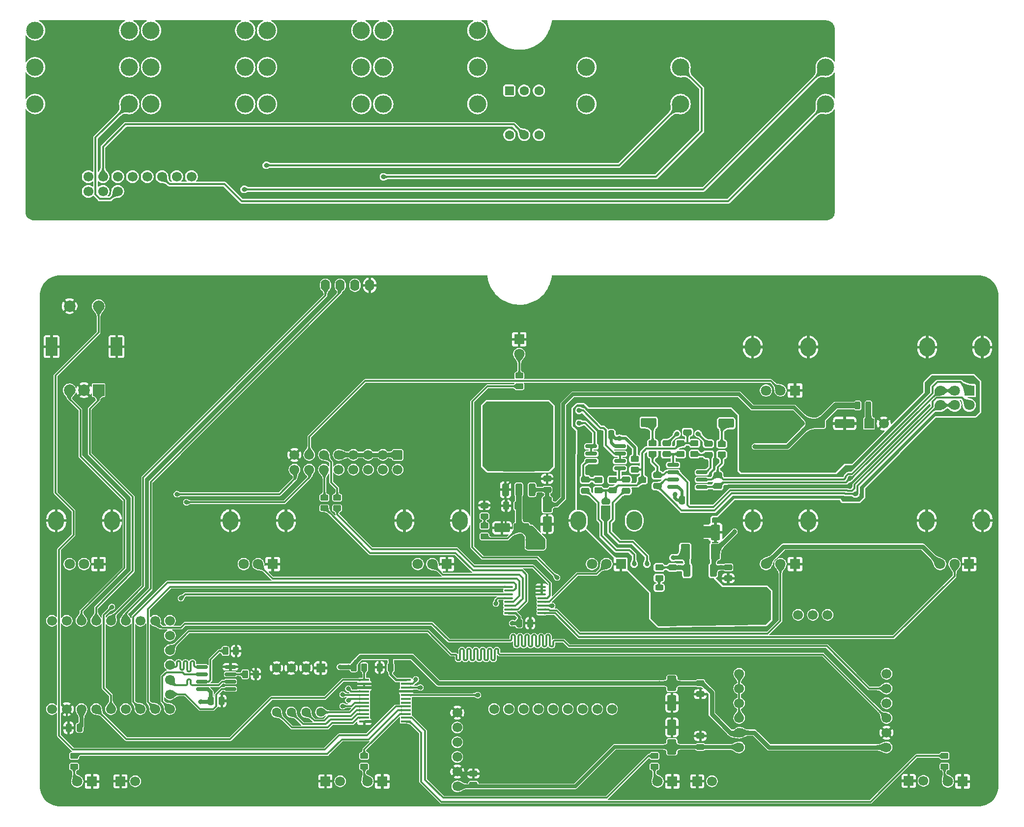
<source format=gbr>
%TF.GenerationSoftware,KiCad,Pcbnew,9.0.3*%
%TF.CreationDate,2025-08-21T10:37:57+02:00*%
%TF.ProjectId,RP2040_DSP,52503230-3430-45f4-9453-502e6b696361,V1.1*%
%TF.SameCoordinates,Original*%
%TF.FileFunction,Copper,L1,Top*%
%TF.FilePolarity,Positive*%
%FSLAX46Y46*%
G04 Gerber Fmt 4.6, Leading zero omitted, Abs format (unit mm)*
G04 Created by KiCad (PCBNEW 9.0.3) date 2025-08-21 10:37:57*
%MOMM*%
%LPD*%
G01*
G04 APERTURE LIST*
G04 Aperture macros list*
%AMRoundRect*
0 Rectangle with rounded corners*
0 $1 Rounding radius*
0 $2 $3 $4 $5 $6 $7 $8 $9 X,Y pos of 4 corners*
0 Add a 4 corners polygon primitive as box body*
4,1,4,$2,$3,$4,$5,$6,$7,$8,$9,$2,$3,0*
0 Add four circle primitives for the rounded corners*
1,1,$1+$1,$2,$3*
1,1,$1+$1,$4,$5*
1,1,$1+$1,$6,$7*
1,1,$1+$1,$8,$9*
0 Add four rect primitives between the rounded corners*
20,1,$1+$1,$2,$3,$4,$5,0*
20,1,$1+$1,$4,$5,$6,$7,0*
20,1,$1+$1,$6,$7,$8,$9,0*
20,1,$1+$1,$8,$9,$2,$3,0*%
G04 Aperture macros list end*
%TA.AperFunction,EtchedComponent*%
%ADD10C,0.000000*%
%TD*%
%TA.AperFunction,SMDPad,CuDef*%
%ADD11RoundRect,0.250000X-0.450000X0.262500X-0.450000X-0.262500X0.450000X-0.262500X0.450000X0.262500X0*%
%TD*%
%TA.AperFunction,SMDPad,CuDef*%
%ADD12RoundRect,0.250000X0.450000X-0.262500X0.450000X0.262500X-0.450000X0.262500X-0.450000X-0.262500X0*%
%TD*%
%TA.AperFunction,SMDPad,CuDef*%
%ADD13RoundRect,0.250000X0.475000X-0.250000X0.475000X0.250000X-0.475000X0.250000X-0.475000X-0.250000X0*%
%TD*%
%TA.AperFunction,SMDPad,CuDef*%
%ADD14RoundRect,0.250000X-0.262500X-0.450000X0.262500X-0.450000X0.262500X0.450000X-0.262500X0.450000X0*%
%TD*%
%TA.AperFunction,ComponentPad*%
%ADD15R,1.700000X1.700000*%
%TD*%
%TA.AperFunction,ComponentPad*%
%ADD16C,1.700000*%
%TD*%
%TA.AperFunction,SMDPad,CuDef*%
%ADD17C,2.000000*%
%TD*%
%TA.AperFunction,SMDPad,CuDef*%
%ADD18RoundRect,0.243750X0.456250X-0.243750X0.456250X0.243750X-0.456250X0.243750X-0.456250X-0.243750X0*%
%TD*%
%TA.AperFunction,SMDPad,CuDef*%
%ADD19RoundRect,0.250000X-1.075000X-0.550000X1.075000X-0.550000X1.075000X0.550000X-1.075000X0.550000X0*%
%TD*%
%TA.AperFunction,SMDPad,CuDef*%
%ADD20RoundRect,0.250000X0.250000X0.475000X-0.250000X0.475000X-0.250000X-0.475000X0.250000X-0.475000X0*%
%TD*%
%TA.AperFunction,SMDPad,CuDef*%
%ADD21RoundRect,0.250000X1.075000X0.550000X-1.075000X0.550000X-1.075000X-0.550000X1.075000X-0.550000X0*%
%TD*%
%TA.AperFunction,SMDPad,CuDef*%
%ADD22RoundRect,0.250000X-0.250000X-0.475000X0.250000X-0.475000X0.250000X0.475000X-0.250000X0.475000X0*%
%TD*%
%TA.AperFunction,SMDPad,CuDef*%
%ADD23RoundRect,0.250000X0.550000X-1.075000X0.550000X1.075000X-0.550000X1.075000X-0.550000X-1.075000X0*%
%TD*%
%TA.AperFunction,SMDPad,CuDef*%
%ADD24RoundRect,0.243750X-0.456250X0.243750X-0.456250X-0.243750X0.456250X-0.243750X0.456250X0.243750X0*%
%TD*%
%TA.AperFunction,SMDPad,CuDef*%
%ADD25RoundRect,0.250000X-0.475000X0.250000X-0.475000X-0.250000X0.475000X-0.250000X0.475000X0.250000X0*%
%TD*%
%TA.AperFunction,ComponentPad*%
%ADD26RoundRect,0.250000X-0.550000X0.550000X-0.550000X-0.550000X0.550000X-0.550000X0.550000X0.550000X0*%
%TD*%
%TA.AperFunction,ComponentPad*%
%ADD27C,1.600000*%
%TD*%
%TA.AperFunction,SMDPad,CuDef*%
%ADD28RoundRect,0.250000X0.350000X-0.850000X0.350000X0.850000X-0.350000X0.850000X-0.350000X-0.850000X0*%
%TD*%
%TA.AperFunction,SMDPad,CuDef*%
%ADD29RoundRect,0.249997X2.650003X-2.950003X2.650003X2.950003X-2.650003X2.950003X-2.650003X-2.950003X0*%
%TD*%
%TA.AperFunction,SMDPad,CuDef*%
%ADD30RoundRect,0.250000X-0.350000X0.850000X-0.350000X-0.850000X0.350000X-0.850000X0.350000X0.850000X0*%
%TD*%
%TA.AperFunction,SMDPad,CuDef*%
%ADD31RoundRect,0.249997X-2.650003X2.950003X-2.650003X-2.950003X2.650003X-2.950003X2.650003X2.950003X0*%
%TD*%
%TA.AperFunction,SMDPad,CuDef*%
%ADD32RoundRect,0.150000X0.825000X0.150000X-0.825000X0.150000X-0.825000X-0.150000X0.825000X-0.150000X0*%
%TD*%
%TA.AperFunction,SMDPad,CuDef*%
%ADD33RoundRect,0.150000X-0.825000X-0.150000X0.825000X-0.150000X0.825000X0.150000X-0.825000X0.150000X0*%
%TD*%
%TA.AperFunction,SMDPad,CuDef*%
%ADD34RoundRect,0.250000X-0.550000X1.075000X-0.550000X-1.075000X0.550000X-1.075000X0.550000X1.075000X0*%
%TD*%
%TA.AperFunction,SMDPad,CuDef*%
%ADD35RoundRect,0.243750X-0.243750X-0.456250X0.243750X-0.456250X0.243750X0.456250X-0.243750X0.456250X0*%
%TD*%
%TA.AperFunction,SMDPad,CuDef*%
%ADD36R,1.750000X0.450000*%
%TD*%
%TA.AperFunction,SMDPad,CuDef*%
%ADD37RoundRect,0.100000X0.637500X0.100000X-0.637500X0.100000X-0.637500X-0.100000X0.637500X-0.100000X0*%
%TD*%
%TA.AperFunction,ComponentPad*%
%ADD38RoundRect,0.250000X-0.600000X0.600000X-0.600000X-0.600000X0.600000X-0.600000X0.600000X0.600000X0*%
%TD*%
%TA.AperFunction,SMDPad,CuDef*%
%ADD39RoundRect,0.250000X-1.412500X-0.550000X1.412500X-0.550000X1.412500X0.550000X-1.412500X0.550000X0*%
%TD*%
%TA.AperFunction,ComponentPad*%
%ADD40C,3.000000*%
%TD*%
%TA.AperFunction,ComponentPad*%
%ADD41R,2.000000X2.000000*%
%TD*%
%TA.AperFunction,ComponentPad*%
%ADD42C,2.000000*%
%TD*%
%TA.AperFunction,ComponentPad*%
%ADD43R,2.000000X3.200000*%
%TD*%
%TA.AperFunction,ComponentPad*%
%ADD44R,1.800000X1.800000*%
%TD*%
%TA.AperFunction,ComponentPad*%
%ADD45C,1.800000*%
%TD*%
%TA.AperFunction,ComponentPad*%
%ADD46O,2.720000X3.240000*%
%TD*%
%TA.AperFunction,ComponentPad*%
%ADD47O,1.600000X2.000000*%
%TD*%
%TA.AperFunction,ComponentPad*%
%ADD48RoundRect,0.250000X0.600000X-0.600000X0.600000X0.600000X-0.600000X0.600000X-0.600000X-0.600000X0*%
%TD*%
%TA.AperFunction,ViaPad*%
%ADD49C,0.800000*%
%TD*%
%TA.AperFunction,Conductor*%
%ADD50C,0.650000*%
%TD*%
%TA.AperFunction,Conductor*%
%ADD51C,0.800000*%
%TD*%
%TA.AperFunction,Conductor*%
%ADD52C,0.500000*%
%TD*%
%TA.AperFunction,Conductor*%
%ADD53C,0.450000*%
%TD*%
%TA.AperFunction,Conductor*%
%ADD54C,1.000000*%
%TD*%
%TA.AperFunction,Conductor*%
%ADD55C,0.320000*%
%TD*%
%TA.AperFunction,Conductor*%
%ADD56C,0.400000*%
%TD*%
G04 APERTURE END LIST*
D10*
%TA.AperFunction,EtchedComponent*%
%TO.C,NT1*%
G36*
X177750000Y-113250000D02*
G01*
X173750000Y-113250000D01*
X173750000Y-111250000D01*
X177750000Y-111250000D01*
X177750000Y-113250000D01*
G37*
%TD.AperFunction*%
%TD*%
D11*
%TO.P,R7,1*%
%TO.N,Net-(U6-IO1_0)*%
X217903250Y-150887500D03*
%TO.P,R7,2*%
%TO.N,Net-(D4-A)*%
X217903250Y-152712500D03*
%TD*%
%TO.P,Rb1,1*%
%TO.N,Vbias*%
X174803250Y-96987500D03*
%TO.P,Rb1,2*%
%TO.N,Net-(U9A-+)*%
X174803250Y-98812500D03*
%TD*%
D12*
%TO.P,Rg1,1*%
%TO.N,Net-(U9A--)*%
X179503250Y-98912500D03*
%TO.P,Rg1,2*%
%TO.N,Net-(C14-Pad1)*%
X179503250Y-97087500D03*
%TD*%
%TO.P,Rb4,1*%
%TO.N,Vbias*%
X160753250Y-105100000D03*
%TO.P,Rb4,2*%
%TO.N,Net-(U10B-+)*%
X160753250Y-103275000D03*
%TD*%
D13*
%TO.P,C28,1*%
%TO.N,+5V*%
X136703250Y-155850000D03*
%TO.P,C28,2*%
%TO.N,GNDD*%
X136703250Y-153950000D03*
%TD*%
D14*
%TO.P,R5,1*%
%TO.N,Net-(U5-SIO2)*%
X97390750Y-136800000D03*
%TO.P,R5,2*%
%TO.N,GNDD*%
X99215750Y-136800000D03*
%TD*%
D15*
%TO.P,J5,1,Pin_1*%
%TO.N,GNDD*%
X211728250Y-155200000D03*
D16*
%TO.P,J5,2,Pin_2*%
%TO.N,Net-(J5-Pin_2)*%
X214268250Y-155200000D03*
%TD*%
D17*
%TO.P,NT1,1,1*%
%TO.N,GNDD*%
X177750000Y-112250000D03*
%TO.P,NT1,2,2*%
%TO.N,GND*%
X173750000Y-112250000D03*
%TD*%
D12*
%TO.P,R1,1*%
%TO.N,EXP*%
X113250000Y-108162500D03*
%TO.P,R1,2*%
%TO.N,/EXP_1*%
X113250000Y-106337500D03*
%TD*%
D14*
%TO.P,Rp1,1*%
%TO.N,+3V3*%
X116090750Y-135600000D03*
%TO.P,Rp1,2*%
%TO.N,/INT*%
X117915750Y-135600000D03*
%TD*%
D12*
%TO.P,R2,1*%
%TO.N,POT_V*%
X111050000Y-108162500D03*
%TO.P,R2,2*%
%TO.N,/VOL_1*%
X111050000Y-106337500D03*
%TD*%
D11*
%TO.P,R9,1*%
%TO.N,Net-(U6-IO1_2)*%
X117903250Y-150887500D03*
%TO.P,R9,2*%
%TO.N,Net-(D6-A)*%
X117903250Y-152712500D03*
%TD*%
D13*
%TO.P,C21,1*%
%TO.N,/L_DAC*%
X163003250Y-105137500D03*
%TO.P,C21,2*%
%TO.N,Net-(U10B-+)*%
X163003250Y-103237500D03*
%TD*%
D12*
%TO.P,R13,1*%
%TO.N,Net-(U6-IO1_7)*%
X144603250Y-87125000D03*
%TO.P,R13,2*%
%TO.N,Net-(D8-A)*%
X144603250Y-85300000D03*
%TD*%
D13*
%TO.P,C25,1*%
%TO.N,+5V*%
X175803250Y-149350000D03*
%TO.P,C25,2*%
%TO.N,GNDD*%
X175803250Y-147450000D03*
%TD*%
D18*
%TO.P,D2,1,K*%
%TO.N,GND*%
X168723250Y-123742500D03*
%TO.P,D2,2,A*%
%TO.N,Net-(D2-A)*%
X168723250Y-121867500D03*
%TD*%
D19*
%TO.P,C15,1*%
%TO.N,Net-(C15-Pad1)*%
X166928250Y-93400000D03*
%TO.P,C15,2*%
%TO.N,GND*%
X170278250Y-93400000D03*
%TD*%
D13*
%TO.P,C3,1*%
%TO.N,VCC*%
X149425000Y-104985000D03*
%TO.P,C3,2*%
%TO.N,GNDD*%
X149425000Y-103085000D03*
%TD*%
D20*
%TO.P,C9,1*%
%TO.N,+3V3*%
X68853250Y-146050000D03*
%TO.P,C9,2*%
%TO.N,GNDD*%
X66953250Y-146050000D03*
%TD*%
D21*
%TO.P,C8,1*%
%TO.N,+3V3*%
X145000000Y-111535000D03*
%TO.P,C8,2*%
%TO.N,GNDD*%
X141650000Y-111535000D03*
%TD*%
D22*
%TO.P,C18,1*%
%TO.N,VCC*%
X172653250Y-106800000D03*
%TO.P,C18,2*%
%TO.N,GND*%
X174553250Y-106800000D03*
%TD*%
D23*
%TO.P,C7,1*%
%TO.N,+5V*%
X173223250Y-115680000D03*
%TO.P,C7,2*%
%TO.N,GND*%
X173223250Y-112330000D03*
%TD*%
%TO.P,C26,1*%
%TO.N,VCC*%
X178423250Y-115680000D03*
%TO.P,C26,2*%
%TO.N,GNDD*%
X178423250Y-112330000D03*
%TD*%
D24*
%TO.P,D3,1,K*%
%TO.N,GNDD*%
X138603250Y-107662500D03*
%TO.P,D3,2,A*%
%TO.N,Net-(D3-A)*%
X138603250Y-109537500D03*
%TD*%
D25*
%TO.P,C12,1*%
%TO.N,/R_IN*%
X177203250Y-97050000D03*
%TO.P,C12,2*%
%TO.N,Net-(U9A-+)*%
X177203250Y-98950000D03*
%TD*%
D26*
%TO.P,SW2,1*%
%TO.N,GNDD*%
X110397500Y-135732500D03*
D27*
%TO.P,SW2,2*%
X107857500Y-135732500D03*
%TO.P,SW2,3*%
X105317500Y-135732500D03*
%TO.P,SW2,4*%
X102777500Y-135732500D03*
%TO.P,SW2,5*%
%TO.N,Net-(U6-IO0_7)*%
X102777500Y-143352500D03*
%TO.P,SW2,6*%
%TO.N,Net-(U6-IO0_6)*%
X105317500Y-143352500D03*
%TO.P,SW2,7*%
%TO.N,Net-(U6-IO0_5)*%
X107857500Y-143352500D03*
%TO.P,SW2,8*%
%TO.N,Net-(U6-IO0_4)*%
X110397500Y-143352500D03*
%TD*%
D25*
%TO.P,C2,1*%
%TO.N,VCC*%
X180623250Y-118355000D03*
%TO.P,C2,2*%
%TO.N,GNDD*%
X180623250Y-120255000D03*
%TD*%
D28*
%TO.P,U13,1,GND*%
%TO.N,GNDD*%
X142245000Y-104975000D03*
%TO.P,U13,2,VO*%
%TO.N,+3V3*%
X144525000Y-104975000D03*
D29*
X144525000Y-98675000D03*
D28*
%TO.P,U13,3,VI*%
%TO.N,VCC*%
X146805000Y-104975000D03*
%TD*%
D30*
%TO.P,U1,1,VI*%
%TO.N,VCC*%
X178103250Y-118905000D03*
D31*
%TO.P,U1,2,GND*%
%TO.N,GND*%
X175823250Y-125205000D03*
D30*
%TO.P,U1,3,VO*%
%TO.N,+5V*%
X173543250Y-118905000D03*
%TD*%
D32*
%TO.P,U5,1,~{CE}*%
%TO.N,/SPI_CS*%
X94853250Y-139340000D03*
%TO.P,U5,2,SO/SIO1*%
%TO.N,/SPI_RX*%
X94853250Y-138070000D03*
%TO.P,U5,3,SIO2*%
%TO.N,Net-(U5-SIO2)*%
X94853250Y-136800000D03*
%TO.P,U5,4,VSS*%
%TO.N,GNDD*%
X94853250Y-135530000D03*
%TO.P,U5,5,SI/SIO0*%
%TO.N,/SPI_TX*%
X89903250Y-135530000D03*
%TO.P,U5,6,SCLK*%
%TO.N,/SPI_SCK*%
X89903250Y-136800000D03*
%TO.P,U5,7,SIO3*%
%TO.N,Net-(U5-SIO3)*%
X89903250Y-138070000D03*
%TO.P,U5,8,VDD*%
%TO.N,+3V3*%
X89903250Y-139340000D03*
%TD*%
D20*
%TO.P,C5,1*%
%TO.N,+3V3*%
X144275000Y-107735000D03*
%TO.P,C5,2*%
%TO.N,GNDD*%
X142375000Y-107735000D03*
%TD*%
D14*
%TO.P,R6,1*%
%TO.N,Net-(U5-SIO3)*%
X93990750Y-132800000D03*
%TO.P,R6,2*%
%TO.N,GNDD*%
X95815750Y-132800000D03*
%TD*%
D20*
%TO.P,C11,1*%
%TO.N,+3V3*%
X122453250Y-135625000D03*
%TO.P,C11,2*%
%TO.N,GNDD*%
X120553250Y-135625000D03*
%TD*%
D15*
%TO.P,J8,1,Pin_1*%
%TO.N,GNDD*%
X75903250Y-155260000D03*
D16*
%TO.P,J8,2,Pin_2*%
%TO.N,Net-(J8-Pin_2)*%
X78443250Y-155260000D03*
%TD*%
D11*
%TO.P,R10,1*%
%TO.N,Net-(U6-IO1_3)*%
X67903250Y-150887500D03*
%TO.P,R10,2*%
%TO.N,Net-(D7-A)*%
X67903250Y-152712500D03*
%TD*%
D13*
%TO.P,C17,1*%
%TO.N,/L_ADC*%
X168403250Y-104350000D03*
%TO.P,C17,2*%
%TO.N,Net-(U9B--)*%
X168403250Y-102450000D03*
%TD*%
D33*
%TO.P,U10,1*%
%TO.N,/R_OUT*%
X157028250Y-97495000D03*
%TO.P,U10,2,-*%
X157028250Y-98765000D03*
%TO.P,U10,3,+*%
%TO.N,Net-(U10A-+)*%
X157028250Y-100035000D03*
%TO.P,U10,4,V-*%
%TO.N,GND*%
X157028250Y-101305000D03*
%TO.P,U10,5,+*%
%TO.N,Net-(U10B-+)*%
X161978250Y-101305000D03*
%TO.P,U10,6,-*%
%TO.N,/L_OUT*%
X161978250Y-100035000D03*
%TO.P,U10,7*%
X161978250Y-98765000D03*
%TO.P,U10,8,V+*%
%TO.N,VCC*%
X161978250Y-97495000D03*
%TD*%
D15*
%TO.P,J7,1,Pin_1*%
%TO.N,GNDD*%
X111203250Y-155260000D03*
D16*
%TO.P,J7,2,Pin_2*%
%TO.N,Net-(J7-Pin_2)*%
X113743250Y-155260000D03*
%TD*%
D34*
%TO.P,C27,1*%
%TO.N,VCC*%
X149425000Y-107560000D03*
%TO.P,C27,2*%
%TO.N,GNDD*%
X149425000Y-110910000D03*
%TD*%
D16*
%TO.P,U4,1,5V*%
%TO.N,unconnected-(U4-5V-Pad1)*%
X64087750Y-142812000D03*
%TO.P,U4,2,GND*%
%TO.N,GNDD*%
X66627750Y-142812000D03*
%TO.P,U4,3,3V3*%
%TO.N,+3V3*%
X69167750Y-142812000D03*
%TO.P,U4,4,GP29*%
%TO.N,/INT*%
X71707750Y-142812000D03*
%TO.P,U4,5,GP28*%
%TO.N,/MUX_ADC*%
X74247750Y-142812000D03*
%TO.P,U4,6,GP27*%
%TO.N,/MUX_A*%
X76787750Y-142812000D03*
%TO.P,U4,7,GP26*%
%TO.N,/MUX_B*%
X79327750Y-142812000D03*
%TO.P,U4,8,GP15*%
%TO.N,/MUX_C*%
X81867750Y-142812000D03*
%TO.P,U4,9,GP14*%
%TO.N,/SPI_SCK*%
X84407750Y-142812000D03*
%TO.P,U4,10,GP0*%
%TO.N,/MIDI_TX*%
X64087750Y-127572000D03*
%TO.P,U4,11,GP1*%
%TO.N,/MIDI_RX*%
X66627750Y-127572000D03*
%TO.P,U4,12,GP2*%
%TO.N,/ENC_A*%
X69167750Y-127572000D03*
%TO.P,U4,13,GP3*%
%TO.N,/ENC_B*%
X71707750Y-127572000D03*
%TO.P,U4,14,GP4*%
%TO.N,/I2C_SDA*%
X74247750Y-127572000D03*
%TO.P,U4,15,GP5*%
%TO.N,/I2C_SCL*%
X76787750Y-127572000D03*
%TO.P,U4,16,GP6*%
%TO.N,/I2S_TX*%
X79327750Y-127572000D03*
%TO.P,U4,17,GP7*%
%TO.N,/I2S_RX*%
X81867750Y-127572000D03*
%TO.P,U4,18,GP8*%
%TO.N,/I2S_BCK*%
X84407750Y-127572000D03*
%TO.P,U4,19,GP13*%
%TO.N,/SPI_CS*%
X84407750Y-140272000D03*
%TO.P,U4,20,GP12*%
%TO.N,/SPI_RX*%
X84407750Y-137732000D03*
%TO.P,U4,21,GP11*%
%TO.N,/SPI_TX*%
X84407750Y-135192000D03*
%TO.P,U4,22,GP10*%
%TO.N,/I2S_SCK*%
X84407750Y-132652000D03*
%TO.P,U4,23,GP9*%
%TO.N,/I2S_LRCK*%
X84407750Y-130112000D03*
%TD*%
D23*
%TO.P,C23,1*%
%TO.N,+5V*%
X170903250Y-149325000D03*
%TO.P,C23,2*%
%TO.N,GNDD*%
X170903250Y-145975000D03*
%TD*%
D35*
%TO.P,D1,1,K*%
%TO.N,VCC*%
X202912500Y-90450000D03*
%TO.P,D1,2,A*%
%TO.N,Net-(D1-A)*%
X204787500Y-90450000D03*
%TD*%
D12*
%TO.P,Rg2,1*%
%TO.N,Net-(U9B--)*%
X167603250Y-98812500D03*
%TO.P,Rg2,2*%
%TO.N,Net-(C15-Pad1)*%
X167603250Y-96987500D03*
%TD*%
D11*
%TO.P,R11,1*%
%TO.N,VCC*%
X164503250Y-99687500D03*
%TO.P,R11,2*%
%TO.N,Vbias*%
X164503250Y-101512500D03*
%TD*%
D13*
%TO.P,C30,1*%
%TO.N,Vbias*%
X173603250Y-95050000D03*
%TO.P,C30,2*%
%TO.N,GND*%
X173603250Y-93150000D03*
%TD*%
D25*
%TO.P,C24,1*%
%TO.N,+3V3*%
X175803250Y-138350000D03*
%TO.P,C24,2*%
%TO.N,GNDD*%
X175803250Y-140250000D03*
%TD*%
%TO.P,C13,1*%
%TO.N,/L_IN*%
X170003250Y-96950000D03*
%TO.P,C13,2*%
%TO.N,Net-(U9B-+)*%
X170003250Y-98850000D03*
%TD*%
D13*
%TO.P,C20,1*%
%TO.N,/R_DAC*%
X156003250Y-105137500D03*
%TO.P,C20,2*%
%TO.N,Net-(U10A-+)*%
X156003250Y-103237500D03*
%TD*%
D36*
%TO.P,U6,1,~{INT}*%
%TO.N,/INT*%
X117903250Y-137800000D03*
%TO.P,U6,2,A1*%
%TO.N,GNDD*%
X117903250Y-138450000D03*
%TO.P,U6,3,A2*%
X117903250Y-139100000D03*
%TO.P,U6,4,IO0_0*%
%TO.N,Net-(J6-Pin_2)*%
X117903250Y-139750000D03*
%TO.P,U6,5,IO0_1*%
%TO.N,Net-(J5-Pin_2)*%
X117903250Y-140400000D03*
%TO.P,U6,6,IO0_2*%
%TO.N,Net-(J7-Pin_2)*%
X117903250Y-141050000D03*
%TO.P,U6,7,IO0_3*%
%TO.N,Net-(J8-Pin_2)*%
X117903250Y-141700000D03*
%TO.P,U6,8,IO0_4*%
%TO.N,Net-(U6-IO0_4)*%
X117903250Y-142350000D03*
%TO.P,U6,9,IO0_5*%
%TO.N,Net-(U6-IO0_5)*%
X117903250Y-143000000D03*
%TO.P,U6,10,IO0_6*%
%TO.N,Net-(U6-IO0_6)*%
X117903250Y-143650000D03*
%TO.P,U6,11,IO0_7*%
%TO.N,Net-(U6-IO0_7)*%
X117903250Y-144300000D03*
%TO.P,U6,12,VSS*%
%TO.N,GNDD*%
X117903250Y-144950000D03*
%TO.P,U6,13,IO1_0*%
%TO.N,Net-(U6-IO1_0)*%
X125103250Y-144950000D03*
%TO.P,U6,14,IO1_1*%
%TO.N,Net-(U6-IO1_1)*%
X125103250Y-144300000D03*
%TO.P,U6,15,IO1_2*%
%TO.N,Net-(U6-IO1_2)*%
X125103250Y-143650000D03*
%TO.P,U6,16,IO1_3*%
%TO.N,Net-(U6-IO1_3)*%
X125103250Y-143000000D03*
%TO.P,U6,17,IO1_4*%
%TO.N,Net-(U6-IO1_4)*%
X125103250Y-142350000D03*
%TO.P,U6,18,IO1_5*%
%TO.N,unconnected-(U6-IO1_5-Pad18)*%
X125103250Y-141700000D03*
%TO.P,U6,19,IO1_6*%
%TO.N,unconnected-(U6-IO1_6-Pad19)*%
X125103250Y-141050000D03*
%TO.P,U6,20,IO1_7*%
%TO.N,Net-(U6-IO1_7)*%
X125103250Y-140400000D03*
%TO.P,U6,21,A0*%
%TO.N,GNDD*%
X125103250Y-139750000D03*
%TO.P,U6,22,SCL*%
%TO.N,/I2C_SCL*%
X125103250Y-139100000D03*
%TO.P,U6,23,SDA*%
%TO.N,/I2C_SDA*%
X125103250Y-138450000D03*
%TO.P,U6,24,VDD*%
%TO.N,+3V3*%
X125103250Y-137800000D03*
%TD*%
D12*
%TO.P,R4,1*%
%TO.N,+3V3*%
X138603250Y-113012500D03*
%TO.P,R4,2*%
%TO.N,Net-(D3-A)*%
X138603250Y-111187500D03*
%TD*%
D37*
%TO.P,U3,1,X4*%
%TO.N,POT_1*%
X148465750Y-126275000D03*
%TO.P,U3,2,X6*%
%TO.N,POT_2*%
X148465750Y-125625000D03*
%TO.P,U3,3,X*%
%TO.N,/MUX_ADC*%
X148465750Y-124975000D03*
%TO.P,U3,4,X7*%
%TO.N,POT_3*%
X148465750Y-124325000D03*
%TO.P,U3,5,X5*%
%TO.N,EXP*%
X148465750Y-123675000D03*
%TO.P,U3,6,Inh*%
%TO.N,GNDD*%
X148465750Y-123025000D03*
%TO.P,U3,7,VEE*%
X148465750Y-122375000D03*
%TO.P,U3,8,VSS*%
X148465750Y-121725000D03*
%TO.P,U3,9,C*%
%TO.N,/MUX_C*%
X142740750Y-121725000D03*
%TO.P,U3,10,B*%
%TO.N,/MUX_B*%
X142740750Y-122375000D03*
%TO.P,U3,11,A*%
%TO.N,/MUX_A*%
X142740750Y-123025000D03*
%TO.P,U3,12,X3*%
%TO.N,POT_6*%
X142740750Y-123675000D03*
%TO.P,U3,13,X0*%
%TO.N,POT_5*%
X142740750Y-124325000D03*
%TO.P,U3,14,X1*%
%TO.N,POT_4*%
X142740750Y-124975000D03*
%TO.P,U3,15,X2*%
%TO.N,POT_V*%
X142740750Y-125625000D03*
%TO.P,U3,16,VDD*%
%TO.N,+3V3*%
X142740750Y-126275000D03*
%TD*%
D22*
%TO.P,C10,1*%
%TO.N,+3V3*%
X91453250Y-141400000D03*
%TO.P,C10,2*%
%TO.N,GNDD*%
X93353250Y-141400000D03*
%TD*%
D20*
%TO.P,C19,1*%
%TO.N,VCC*%
X160453250Y-95462500D03*
%TO.P,C19,2*%
%TO.N,GND*%
X158553250Y-95462500D03*
%TD*%
D22*
%TO.P,C6,1*%
%TO.N,+3V3*%
X144603250Y-128000000D03*
%TO.P,C6,2*%
%TO.N,GNDD*%
X146503250Y-128000000D03*
%TD*%
D11*
%TO.P,R12,1*%
%TO.N,Vbias*%
X165803250Y-103287500D03*
%TO.P,R12,2*%
%TO.N,GND*%
X165803250Y-105112500D03*
%TD*%
D38*
%TO.P,J13,1,Pin_1*%
%TO.N,GND*%
X123660000Y-98960000D03*
D16*
%TO.P,J13,2,Pin_2*%
%TO.N,/R_OUT*%
X123660000Y-101500000D03*
%TO.P,J13,3,Pin_3*%
%TO.N,GND*%
X121120000Y-98960000D03*
%TO.P,J13,4,Pin_4*%
%TO.N,/L_OUT*%
X121120000Y-101500000D03*
%TO.P,J13,5,Pin_5*%
%TO.N,GND*%
X118580000Y-98960000D03*
%TO.P,J13,6,Pin_6*%
%TO.N,/L_IN*%
X118580000Y-101500000D03*
%TO.P,J13,7,Pin_7*%
%TO.N,GND*%
X116040000Y-98960000D03*
%TO.P,J13,8,Pin_8*%
%TO.N,/R_IN*%
X116040000Y-101500000D03*
%TO.P,J13,9,Pin_9*%
%TO.N,GND*%
X113500000Y-98960000D03*
%TO.P,J13,10,Pin_10*%
%TO.N,+3V3*%
X113500000Y-101500000D03*
%TO.P,J13,11,Pin_11*%
%TO.N,/EXP_1*%
X110960000Y-98960000D03*
%TO.P,J13,12,Pin_12*%
%TO.N,/VOL_1*%
X110960000Y-101500000D03*
%TO.P,J13,13,Pin_13*%
%TO.N,/VOL_2*%
X108420000Y-98960000D03*
%TO.P,J13,14,Pin_14*%
%TO.N,/MIDI_RX*%
X108420000Y-101500000D03*
%TO.P,J13,15,Pin_15*%
%TO.N,GNDD*%
X105880000Y-98960000D03*
%TO.P,J13,16,Pin_16*%
%TO.N,/MIDI_TX*%
X105880000Y-101500000D03*
%TD*%
D12*
%TO.P,Rb3,1*%
%TO.N,Vbias*%
X158253250Y-105100000D03*
%TO.P,Rb3,2*%
%TO.N,Net-(U10A-+)*%
X158253250Y-103275000D03*
%TD*%
D39*
%TO.P,C1,1*%
%TO.N,VCC*%
X195615750Y-93550000D03*
%TO.P,C1,2*%
%TO.N,GNDD*%
X200690750Y-93550000D03*
%TD*%
D16*
%TO.P,U7,1,FMY*%
%TO.N,Net-(U7-FMY)*%
X182503250Y-136720000D03*
%TO.P,U7,2,MD1
*%
X182503250Y-139260000D03*
%TO.P,U7,3,MD0*%
X182503250Y-141800000D03*
%TO.P,U7,4,GND*%
X182503250Y-144340000D03*
%TO.P,U7,5,3V3*%
%TO.N,+3V3*%
X182503250Y-146880000D03*
%TO.P,U7,6,5V*%
%TO.N,+5V*%
X182503250Y-149420000D03*
%TO.P,U7,7,3V3*%
%TO.N,+3V3*%
X207903250Y-149420000D03*
%TO.P,U7,8,GND*%
%TO.N,GNDD*%
X207903250Y-146880000D03*
%TO.P,U7,9,SCK*%
%TO.N,/I2S_SCK*%
X207903250Y-144340000D03*
%TO.P,U7,10,LRCK*%
%TO.N,/I2S_LRCK*%
X207903250Y-141800000D03*
%TO.P,U7,11,OUT*%
%TO.N,/I2S_RX*%
X207903250Y-139260000D03*
%TO.P,U7,12,BCK*%
%TO.N,/I2S_BCK*%
X207903250Y-136720000D03*
%TO.P,U7,13,Lin*%
%TO.N,/L_ADC*%
X197743250Y-126560000D03*
%TO.P,U7,14,GND*%
%TO.N,GND*%
X195203250Y-126560000D03*
%TO.P,U7,15,Rin*%
%TO.N,/R_ADC*%
X192663250Y-126560000D03*
%TD*%
D12*
%TO.P,Rb2,1*%
%TO.N,Net-(U9B-+)*%
X172403250Y-98812500D03*
%TO.P,Rb2,2*%
%TO.N,Vbias*%
X172403250Y-96987500D03*
%TD*%
D34*
%TO.P,C22,1*%
%TO.N,+3V3*%
X170903250Y-138375000D03*
%TO.P,C22,2*%
%TO.N,GNDD*%
X170903250Y-141725000D03*
%TD*%
D11*
%TO.P,R3,1*%
%TO.N,+5V*%
X168723250Y-118392500D03*
%TO.P,R3,2*%
%TO.N,Net-(D2-A)*%
X168723250Y-120217500D03*
%TD*%
D15*
%TO.P,J6,1,Pin_1*%
%TO.N,GNDD*%
X175278250Y-155260000D03*
D16*
%TO.P,J6,2,Pin_2*%
%TO.N,Net-(J6-Pin_2)*%
X177818250Y-155260000D03*
%TD*%
D32*
%TO.P,U9,1*%
%TO.N,/R_ADC*%
X176078250Y-104505000D03*
%TO.P,U9,2,-*%
%TO.N,Net-(U9A--)*%
X176078250Y-103235000D03*
%TO.P,U9,3,+*%
%TO.N,Net-(U9A-+)*%
X176078250Y-101965000D03*
%TO.P,U9,4,V-*%
%TO.N,GND*%
X176078250Y-100695000D03*
%TO.P,U9,5,+*%
%TO.N,Net-(U9B-+)*%
X171128250Y-100695000D03*
%TO.P,U9,6,-*%
%TO.N,Net-(U9B--)*%
X171128250Y-101965000D03*
%TO.P,U9,7*%
%TO.N,/L_ADC*%
X171128250Y-103235000D03*
%TO.P,U9,8,V+*%
%TO.N,VCC*%
X171128250Y-104505000D03*
%TD*%
D15*
%TO.P,J1,1,Pin_1*%
%TO.N,Net-(D1-A)*%
X204878250Y-93550000D03*
D16*
%TO.P,J1,2,Pin_2*%
%TO.N,GNDD*%
X207418250Y-93550000D03*
%TD*%
D25*
%TO.P,C4,1*%
%TO.N,+5V*%
X171023250Y-118355000D03*
%TO.P,C4,2*%
%TO.N,GND*%
X171023250Y-120255000D03*
%TD*%
D13*
%TO.P,C16,1*%
%TO.N,/R_ADC*%
X178803250Y-104350000D03*
%TO.P,C16,2*%
%TO.N,Net-(U9A--)*%
X178803250Y-102450000D03*
%TD*%
D25*
%TO.P,C29,1*%
%TO.N,Vbias*%
X159503250Y-106987500D03*
%TO.P,C29,2*%
%TO.N,GND*%
X159503250Y-108887500D03*
%TD*%
D21*
%TO.P,C14,1*%
%TO.N,Net-(C14-Pad1)*%
X180278250Y-93500000D03*
%TO.P,C14,2*%
%TO.N,GND*%
X176928250Y-93500000D03*
%TD*%
D11*
%TO.P,R8,1*%
%TO.N,Net-(U6-IO1_1)*%
X167903250Y-150887500D03*
%TO.P,R8,2*%
%TO.N,Net-(D5-A)*%
X167903250Y-152712500D03*
%TD*%
D16*
%TO.P,U8,1,5V*%
%TO.N,+5V*%
X133933250Y-156150000D03*
%TO.P,U8,2,GND*%
%TO.N,GNDD*%
X133933250Y-153610000D03*
%TO.P,U8,3,LRCK*%
%TO.N,/I2S_LRCK*%
X133933250Y-151070000D03*
%TO.P,U8,4,IN*%
%TO.N,/I2S_TX*%
X133933250Y-148530000D03*
%TO.P,U8,5,BCK*%
%TO.N,/I2S_BCK*%
X133933250Y-145990000D03*
%TO.P,U8,6,SCK*%
%TO.N,GNDD*%
X133933250Y-143450000D03*
%TO.P,U8,7,1*%
%TO.N,unconnected-(U8-1-Pad7)*%
X140283250Y-142815000D03*
%TO.P,U8,8,2*%
%TO.N,unconnected-(U8-2-Pad8)*%
X142823250Y-142815000D03*
%TO.P,U8,9,3*%
%TO.N,unconnected-(U8-3-Pad9)*%
X145363250Y-142815000D03*
%TO.P,U8,10,4*%
%TO.N,unconnected-(U8-4-Pad10)*%
X147903250Y-142815000D03*
%TO.P,U8,11,x*%
%TO.N,unconnected-(U8-x-Pad11)*%
X150443250Y-142815000D03*
%TO.P,U8,12,GND*%
%TO.N,GND*%
X152983250Y-142815000D03*
%TO.P,U8,13,ROUT*%
%TO.N,/R_DAC*%
X155523250Y-142815000D03*
%TO.P,U8,14,GND*%
%TO.N,GND*%
X158063250Y-142815000D03*
%TO.P,U8,15,LOUT*%
%TO.N,/L_DAC*%
X160603250Y-142815000D03*
%TD*%
D40*
%TO.P,J3,R*%
%TO.N,+3V3d*%
X97400000Y-32085000D03*
%TO.P,J3,RN*%
%TO.N,unconnected-(J3-PadRN)*%
X81170000Y-32085000D03*
%TO.P,J3,S*%
%TO.N,GNDDd*%
X97400000Y-25735000D03*
%TO.P,J3,SN*%
X81170000Y-25735000D03*
%TO.P,J3,T*%
%TO.N,/VOL_1d*%
X97400000Y-38435000D03*
%TO.P,J3,TN*%
%TO.N,/VOL_2d*%
X81170000Y-38435000D03*
%TD*%
D41*
%TO.P,SW1,A,A*%
%TO.N,/ENC_B*%
X72126500Y-87800000D03*
D42*
%TO.P,SW1,B,B*%
%TO.N,/ENC_A*%
X67126500Y-87800000D03*
%TO.P,SW1,C,C*%
%TO.N,GNDD*%
X69626500Y-87800000D03*
D43*
%TO.P,SW1,MP*%
X64026500Y-80300000D03*
X75226500Y-80300000D03*
D42*
%TO.P,SW1,S1,S1*%
X67126500Y-73300000D03*
%TO.P,SW1,S2,S2*%
%TO.N,Net-(U6-IO1_4)*%
X72126500Y-73300000D03*
%TD*%
D44*
%TO.P,D7,1,K*%
%TO.N,GNDD*%
X71001500Y-155300000D03*
D45*
%TO.P,D7,2,A*%
%TO.N,Net-(D7-A)*%
X68461500Y-155300000D03*
%TD*%
D44*
%TO.P,D8,1,K*%
%TO.N,GNDD*%
X144603250Y-79025000D03*
D45*
%TO.P,D8,2,A*%
%TO.N,Net-(D8-A)*%
X144603250Y-81565000D03*
%TD*%
D40*
%TO.P,J12,R*%
%TO.N,Net-(C32-Pad2)*%
X172400000Y-32085000D03*
%TO.P,J12,RN*%
%TO.N,unconnected-(J12-PadRN)*%
X156170000Y-32085000D03*
%TO.P,J12,S*%
%TO.N,GNDd*%
X172400000Y-25735000D03*
%TO.P,J12,SN*%
X156170000Y-25735000D03*
%TO.P,J12,T*%
%TO.N,Net-(C33-Pad2)*%
X172400000Y-38435000D03*
%TO.P,J12,TN*%
%TO.N,unconnected-(J12-PadTN)*%
X156170000Y-38435000D03*
%TD*%
%TO.P,J11,R*%
%TO.N,Net-(J11-PadR)*%
X137400000Y-32085000D03*
%TO.P,J11,RN*%
%TO.N,unconnected-(J11-PadRN)*%
X121170000Y-32085000D03*
%TO.P,J11,S*%
%TO.N,unconnected-(J11-PadS)*%
X137400000Y-25735000D03*
%TO.P,J11,SN*%
%TO.N,unconnected-(J11-PadSN)*%
X121170000Y-25735000D03*
%TO.P,J11,T*%
%TO.N,Net-(J11-PadT)*%
X137400000Y-38435000D03*
%TO.P,J11,TN*%
%TO.N,unconnected-(J11-PadTN)*%
X121170000Y-38435000D03*
%TD*%
D46*
%TO.P,RV6,*%
%TO.N,GNDD*%
X184826500Y-80350000D03*
X194426500Y-80350000D03*
D44*
%TO.P,RV6,1,1*%
X192126500Y-87850000D03*
D45*
%TO.P,RV6,2,2*%
%TO.N,/VOL_2*%
X189626500Y-87850000D03*
%TO.P,RV6,3,3*%
%TO.N,+3V3*%
X187126500Y-87850000D03*
%TD*%
D46*
%TO.P,RV7,*%
%TO.N,GNDD*%
X64826500Y-110300000D03*
X74426500Y-110300000D03*
D44*
%TO.P,RV7,1,1*%
X72126500Y-117800000D03*
D45*
%TO.P,RV7,2,2*%
%TO.N,POT_6*%
X69626500Y-117800000D03*
%TO.P,RV7,3,3*%
%TO.N,+3V3*%
X67126500Y-117800000D03*
%TD*%
D40*
%TO.P,J10,R*%
%TO.N,Net-(J10-PadR)*%
X117400000Y-32085000D03*
%TO.P,J10,RN*%
%TO.N,unconnected-(J10-PadRN)*%
X101170000Y-32085000D03*
%TO.P,J10,S*%
%TO.N,GNDDd*%
X117400000Y-25735000D03*
%TO.P,J10,SN*%
%TO.N,unconnected-(J10-PadSN)*%
X101170000Y-25735000D03*
%TO.P,J10,T*%
%TO.N,Net-(J10-PadT)*%
X117400000Y-38435000D03*
%TO.P,J10,TN*%
%TO.N,unconnected-(J10-PadTN)*%
X101170000Y-38435000D03*
%TD*%
D46*
%TO.P,RV1,*%
%TO.N,GNDD*%
X214826500Y-110300000D03*
X224426500Y-110300000D03*
D44*
%TO.P,RV1,1,1*%
X222126500Y-117800000D03*
D45*
%TO.P,RV1,2,2*%
%TO.N,POT_1*%
X219626500Y-117800000D03*
%TO.P,RV1,3,3*%
%TO.N,+3V3*%
X217126500Y-117800000D03*
%TD*%
D40*
%TO.P,J2,R*%
%TO.N,+3V3d*%
X77400000Y-32085000D03*
%TO.P,J2,RN*%
%TO.N,unconnected-(J2-PadRN)*%
X61170000Y-32085000D03*
%TO.P,J2,S*%
%TO.N,GNDDd*%
X77400000Y-25735000D03*
%TO.P,J2,SN*%
X61170000Y-25735000D03*
%TO.P,J2,T*%
%TO.N,/EXP_1d*%
X77400000Y-38435000D03*
%TO.P,J2,TN*%
%TO.N,GNDDd*%
X61170000Y-38435000D03*
%TD*%
D46*
%TO.P,RV2,*%
%TO.N,GNDD*%
X184826500Y-110300000D03*
X194426500Y-110300000D03*
D44*
%TO.P,RV2,1,1*%
X192126500Y-117800000D03*
D45*
%TO.P,RV2,2,2*%
%TO.N,POT_2*%
X189626500Y-117800000D03*
%TO.P,RV2,3,3*%
%TO.N,+3V3*%
X187126500Y-117800000D03*
%TD*%
D47*
%TO.P,U12,1,GND*%
%TO.N,GNDD*%
X118846500Y-69700000D03*
%TO.P,U12,2,VCC*%
%TO.N,+3V3*%
X116306500Y-69700000D03*
%TO.P,U12,3,DCL*%
%TO.N,/I2C_SCL*%
X113766500Y-69700000D03*
%TO.P,U12,4,SDA*%
%TO.N,/I2C_SDA*%
X111226500Y-69700000D03*
%TD*%
D46*
%TO.P,RV3,*%
%TO.N,GNDD*%
X154826500Y-110300000D03*
X164426500Y-110300000D03*
D44*
%TO.P,RV3,1,1*%
X162126500Y-117800000D03*
D45*
%TO.P,RV3,2,2*%
%TO.N,POT_3*%
X159626500Y-117800000D03*
%TO.P,RV3,3,3*%
%TO.N,+3V3*%
X157126500Y-117800000D03*
%TD*%
D44*
%TO.P,D4,1,K*%
%TO.N,GNDD*%
X221001500Y-155300000D03*
D45*
%TO.P,D4,2,A*%
%TO.N,Net-(D4-A)*%
X218461500Y-155300000D03*
%TD*%
D46*
%TO.P,RV5,*%
%TO.N,GNDD*%
X94826500Y-110300000D03*
X104426500Y-110300000D03*
D44*
%TO.P,RV5,1,1*%
X102126500Y-117800000D03*
D45*
%TO.P,RV5,2,2*%
%TO.N,POT_5*%
X99626500Y-117800000D03*
%TO.P,RV5,3,3*%
%TO.N,+3V3*%
X97126500Y-117800000D03*
%TD*%
D46*
%TO.P,RV8,*%
%TO.N,GNDD*%
X214900000Y-80375000D03*
X224400000Y-80375000D03*
D44*
%TO.P,RV8,1,1*%
%TO.N,Net-(U9A--)*%
X222150000Y-87875000D03*
D45*
%TO.P,RV8,2,2*%
%TO.N,/R_ADC*%
X219650000Y-87875000D03*
%TO.P,RV8,3,3*%
X217150000Y-87875000D03*
%TO.P,RV8,4,4*%
%TO.N,Net-(U9B--)*%
X222150000Y-90375000D03*
%TO.P,RV8,5,5*%
%TO.N,/L_ADC*%
X219650000Y-90375000D03*
%TO.P,RV8,6,6*%
X217150000Y-90375000D03*
%TD*%
D44*
%TO.P,D5,1,K*%
%TO.N,GNDD*%
X171001500Y-155300000D03*
D45*
%TO.P,D5,2,A*%
%TO.N,Net-(D5-A)*%
X168461500Y-155300000D03*
%TD*%
D48*
%TO.P,J4,1,Pin_1*%
%TO.N,GNDd*%
X88120000Y-53500000D03*
D16*
%TO.P,J4,2,Pin_2*%
%TO.N,/R_OUTd*%
X88120000Y-50960000D03*
%TO.P,J4,3,Pin_3*%
%TO.N,GNDd*%
X85580000Y-53500000D03*
%TO.P,J4,4,Pin_4*%
%TO.N,/L_OUTd*%
X85580000Y-50960000D03*
%TO.P,J4,5,Pin_5*%
%TO.N,GNDd*%
X83040000Y-53500000D03*
%TO.P,J4,6,Pin_6*%
%TO.N,/L_INd*%
X83040000Y-50960000D03*
%TO.P,J4,7,Pin_7*%
%TO.N,GNDd*%
X80500000Y-53500000D03*
%TO.P,J4,8,Pin_8*%
%TO.N,/R_INd*%
X80500000Y-50960000D03*
%TO.P,J4,9,Pin_9*%
%TO.N,GNDd*%
X77960000Y-53500000D03*
%TO.P,J4,10,Pin_10*%
%TO.N,+3V3d*%
X77960000Y-50960000D03*
%TO.P,J4,11,Pin_11*%
%TO.N,/EXP_1d*%
X75420000Y-53500000D03*
%TO.P,J4,12,Pin_12*%
%TO.N,/VOL_1d*%
X75420000Y-50960000D03*
%TO.P,J4,13,Pin_13*%
%TO.N,/VOL_2d*%
X72880000Y-53500000D03*
%TO.P,J4,14,Pin_14*%
%TO.N,/MIDI_RXd*%
X72880000Y-50960000D03*
%TO.P,J4,15,Pin_15*%
%TO.N,GNDDd*%
X70340000Y-53500000D03*
%TO.P,J4,16,Pin_16*%
%TO.N,/MIDI_TXd*%
X70340000Y-50960000D03*
%TD*%
D26*
%TO.P,U11,1*%
%TO.N,Net-(R18-Pad2)*%
X142920000Y-36130000D03*
D27*
%TO.P,U11,2*%
%TO.N,Net-(J11-PadT)*%
X145460000Y-36130000D03*
%TO.P,U11,3,NC*%
%TO.N,unconnected-(U11-NC-Pad3)*%
X148000000Y-36130000D03*
%TO.P,U11,4*%
%TO.N,GNDDd*%
X148000000Y-43750000D03*
%TO.P,U11,5*%
%TO.N,/MIDI_RXd*%
X145460000Y-43750000D03*
%TO.P,U11,6*%
%TO.N,unconnected-(U11-Pad6)*%
X142920000Y-43750000D03*
%TD*%
D44*
%TO.P,D6,1,K*%
%TO.N,GNDD*%
X121001500Y-155300000D03*
D45*
%TO.P,D6,2,A*%
%TO.N,Net-(D6-A)*%
X118461500Y-155300000D03*
%TD*%
D40*
%TO.P,J9,R*%
%TO.N,/R_INd*%
X197400000Y-32085000D03*
%TO.P,J9,RN*%
%TO.N,GNDd*%
X181170000Y-32085000D03*
%TO.P,J9,S*%
X197400000Y-25735000D03*
%TO.P,J9,SN*%
X181170000Y-25735000D03*
%TO.P,J9,T*%
%TO.N,/L_INd*%
X197400000Y-38435000D03*
%TO.P,J9,TN*%
%TO.N,GNDd*%
X181170000Y-38435000D03*
%TD*%
D46*
%TO.P,RV4,*%
%TO.N,GNDD*%
X124826500Y-110300000D03*
X134426500Y-110300000D03*
D44*
%TO.P,RV4,1,1*%
X132126500Y-117800000D03*
D45*
%TO.P,RV4,2,2*%
%TO.N,POT_4*%
X129626500Y-117800000D03*
%TO.P,RV4,3,3*%
%TO.N,+3V3*%
X127126500Y-117800000D03*
%TD*%
D49*
%TO.N,GND*%
X174503250Y-105500000D03*
X201603250Y-104400000D03*
X159503250Y-102300000D03*
X165500000Y-107400000D03*
X154903250Y-92400000D03*
X159503250Y-110000000D03*
X173603250Y-92000000D03*
X173603250Y-99800000D03*
X165503250Y-117800000D03*
%TO.N,VCC*%
X161803250Y-96100000D03*
X171453250Y-105750000D03*
X185226625Y-97526625D03*
X181703250Y-112200000D03*
%TO.N,+5V*%
X171103250Y-116700000D03*
%TO.N,GNDD*%
X210551750Y-139710000D03*
X66551750Y-121710000D03*
X89051750Y-90210000D03*
X224051750Y-112710000D03*
X93100000Y-135600000D03*
X71051750Y-103710000D03*
X179051750Y-76710000D03*
X84551750Y-90210000D03*
X215051750Y-157710000D03*
X197051750Y-144210000D03*
X71051750Y-130710000D03*
X89051750Y-103710000D03*
X120551750Y-148710000D03*
X71051750Y-144210000D03*
X84551750Y-85710000D03*
X197051750Y-81210000D03*
X170051750Y-81210000D03*
X75551750Y-157710000D03*
X107051750Y-72210000D03*
X93551750Y-157710000D03*
X129551750Y-148710000D03*
X111551750Y-81210000D03*
X219551750Y-81210000D03*
X129551750Y-76710000D03*
X75551750Y-76710000D03*
X98051750Y-112710000D03*
X75551750Y-108210000D03*
X89051750Y-108210000D03*
X89051750Y-117210000D03*
X107051750Y-90210000D03*
X120551750Y-157710000D03*
X66551750Y-130710000D03*
X116051750Y-153210000D03*
X66551750Y-153210000D03*
X174551750Y-144210000D03*
X215051750Y-72210000D03*
X66551750Y-139710000D03*
X93551750Y-81210000D03*
X84551750Y-108210000D03*
X93551750Y-103710000D03*
X80051750Y-76710000D03*
X179051750Y-81210000D03*
X188051750Y-139710000D03*
X98051750Y-99210000D03*
X179051750Y-72210000D03*
X80051750Y-90210000D03*
X116051750Y-90210000D03*
X147551750Y-76710000D03*
X102551750Y-94710000D03*
X129551750Y-153210000D03*
X156551750Y-81210000D03*
X165551750Y-144210000D03*
X210551750Y-81210000D03*
X188051750Y-135210000D03*
X188051750Y-157710000D03*
X75551750Y-99210000D03*
X161051750Y-121710000D03*
X93551750Y-117210000D03*
X129551750Y-94710000D03*
X102551750Y-72210000D03*
X93551750Y-112710000D03*
X215051750Y-135210000D03*
X66551750Y-135210000D03*
X183551750Y-72210000D03*
X116051750Y-103710000D03*
X188051750Y-99210000D03*
X84551750Y-112710000D03*
X219551750Y-99210000D03*
X224051750Y-135210000D03*
X98051750Y-76710000D03*
X219551750Y-76710000D03*
X219551750Y-121710000D03*
X143051750Y-76710000D03*
X98051750Y-90210000D03*
X206051750Y-72210000D03*
X89051750Y-85710000D03*
X80051750Y-153210000D03*
X152051750Y-72210000D03*
X75551750Y-117210000D03*
X224051750Y-94710000D03*
X206051750Y-153210000D03*
X224051750Y-126210000D03*
X206051750Y-85710000D03*
X75551750Y-148710000D03*
X98051750Y-72210000D03*
X183551750Y-76710000D03*
X192551750Y-121710000D03*
X125051750Y-103710000D03*
X125051750Y-81210000D03*
X152051750Y-76710000D03*
X215051750Y-112710000D03*
X66551750Y-94710000D03*
X183551750Y-94710000D03*
X224051750Y-144210000D03*
X120551750Y-72210000D03*
X102551750Y-148710000D03*
X188051750Y-144210000D03*
X201551750Y-153210000D03*
X170051750Y-72210000D03*
X201551750Y-117210000D03*
X161051750Y-81210000D03*
X134051750Y-103710000D03*
X219551750Y-139710000D03*
X98051750Y-153210000D03*
X201551750Y-126210000D03*
X197051750Y-90210000D03*
X84551750Y-117210000D03*
X219551750Y-103710000D03*
X80051750Y-99210000D03*
X116051750Y-157710000D03*
X210551750Y-90210000D03*
X80051750Y-72210000D03*
X219551750Y-157710000D03*
X125051750Y-117210000D03*
X102551750Y-108210000D03*
X120551750Y-153210000D03*
X84551750Y-81210000D03*
X156551750Y-76710000D03*
X210551750Y-121710000D03*
X197051750Y-153210000D03*
X66551750Y-85710000D03*
X192551750Y-76710000D03*
X219551750Y-72210000D03*
X210551750Y-144210000D03*
X206051750Y-90210000D03*
X89051750Y-76710000D03*
X129551750Y-112710000D03*
X192551750Y-72210000D03*
X98051750Y-139710000D03*
X165551750Y-135210000D03*
X197051750Y-72210000D03*
X75551750Y-85710000D03*
X129551750Y-144210000D03*
X89051750Y-157710000D03*
X71051750Y-157710000D03*
X71051750Y-85710000D03*
X206051750Y-121710000D03*
X206051750Y-144210000D03*
X138551750Y-144210000D03*
X71051750Y-148710000D03*
X71051750Y-121710000D03*
X197051750Y-99210000D03*
X215051750Y-76710000D03*
X210551750Y-76710000D03*
X93551750Y-108210000D03*
X219551750Y-94710000D03*
X210551750Y-135210000D03*
X224051750Y-72210000D03*
X165551750Y-76710000D03*
X183551750Y-99210000D03*
X98051750Y-94710000D03*
X192551750Y-144210000D03*
X120551750Y-76710000D03*
X102551750Y-157710000D03*
X215051750Y-130710000D03*
X224051750Y-130710000D03*
X71051750Y-81210000D03*
X183551750Y-135210000D03*
X201551750Y-81210000D03*
X143051750Y-81210000D03*
X170051750Y-76710000D03*
X183551750Y-117210000D03*
X93551750Y-94710000D03*
X210551750Y-130710000D03*
X93551750Y-85710000D03*
X165551750Y-72210000D03*
X89051750Y-72210000D03*
X143051750Y-139710000D03*
X89051750Y-99210000D03*
X84551750Y-157710000D03*
X129551750Y-72210000D03*
X120551750Y-117210000D03*
X210551750Y-72210000D03*
X66551750Y-90210000D03*
X89051750Y-153210000D03*
X93551750Y-99210000D03*
X107051750Y-153210000D03*
X210551750Y-85710000D03*
X201551750Y-99210000D03*
X138551750Y-76710000D03*
X188051750Y-81210000D03*
X174551750Y-81210000D03*
X75551750Y-139710000D03*
X201551750Y-139710000D03*
X165551750Y-139710000D03*
X161051750Y-135210000D03*
X206051750Y-108210000D03*
X161051750Y-72210000D03*
X174551750Y-72210000D03*
X98051750Y-148710000D03*
X206051750Y-112710000D03*
X84551750Y-153210000D03*
X80051750Y-94710000D03*
X192551750Y-135210000D03*
X201551750Y-76710000D03*
X93551750Y-72210000D03*
X71051750Y-139710000D03*
X134051750Y-99210000D03*
X134051750Y-112710000D03*
X75551750Y-94710000D03*
X102551750Y-99210000D03*
X98051750Y-81210000D03*
X111551750Y-94710000D03*
X66551750Y-76710000D03*
X147700000Y-129000000D03*
X170051750Y-153210000D03*
X210551750Y-108210000D03*
X89051750Y-126210000D03*
X206051750Y-135210000D03*
X84551750Y-144210000D03*
X201551750Y-72210000D03*
X174551750Y-153210000D03*
X93551750Y-153210000D03*
X152051750Y-81210000D03*
X98051750Y-103710000D03*
X206051750Y-81210000D03*
X224051750Y-76710000D03*
X107051750Y-85710000D03*
X206051750Y-126210000D03*
X210551750Y-112710000D03*
X215051750Y-139710000D03*
X129551750Y-108210000D03*
X143051750Y-135210000D03*
X219551750Y-112710000D03*
X107051750Y-94710000D03*
X125051750Y-76710000D03*
X224051750Y-121710000D03*
X224051750Y-99210000D03*
X215051750Y-153210000D03*
X75551750Y-90210000D03*
X143051750Y-153210000D03*
X80051750Y-85710000D03*
X75551750Y-153210000D03*
X125051750Y-112710000D03*
X156551750Y-126210000D03*
X93551750Y-76710000D03*
X165551750Y-81210000D03*
X111551750Y-112710000D03*
X224051750Y-103710000D03*
X197051750Y-157710000D03*
X120551750Y-81210000D03*
X129551750Y-81210000D03*
X116051750Y-108210000D03*
X89051750Y-81210000D03*
X215051750Y-99210000D03*
X134051750Y-76710000D03*
X224051750Y-117210000D03*
X111551750Y-85710000D03*
X147551750Y-135210000D03*
X98051750Y-157710000D03*
X192551750Y-112710000D03*
X102551750Y-103710000D03*
X192551750Y-108210000D03*
X224051750Y-153210000D03*
X75551750Y-112710000D03*
X80051750Y-81210000D03*
X117900000Y-145900000D03*
X111551750Y-90210000D03*
X219551750Y-130710000D03*
X138551750Y-72210000D03*
X201551750Y-121710000D03*
X219551750Y-108210000D03*
X197051750Y-76710000D03*
X111551750Y-157710000D03*
X147551750Y-81210000D03*
X183551750Y-157710000D03*
X66551750Y-103710000D03*
X210551750Y-103710000D03*
X197051750Y-85710000D03*
X192551750Y-157710000D03*
X80051750Y-157710000D03*
X152051750Y-153210000D03*
X84551750Y-103710000D03*
X174551750Y-76710000D03*
X170051750Y-135210000D03*
X210551750Y-126210000D03*
X206051750Y-117210000D03*
X215051750Y-144210000D03*
X192551750Y-139710000D03*
X183551750Y-112710000D03*
X134051750Y-81210000D03*
X174551750Y-135210000D03*
X183551750Y-108210000D03*
X192551750Y-85710000D03*
X152051750Y-139710000D03*
X215051750Y-126210000D03*
X107051750Y-108210000D03*
X188051750Y-76710000D03*
X134051750Y-72210000D03*
X120551750Y-108210000D03*
X219551750Y-148710000D03*
X71051750Y-112710000D03*
X107051750Y-117210000D03*
X120551750Y-112710000D03*
X147551750Y-139710000D03*
X179051750Y-157710000D03*
X66551750Y-81210000D03*
X84551750Y-94710000D03*
X210551750Y-157710000D03*
X192551750Y-99210000D03*
X75551750Y-135210000D03*
X206051750Y-76710000D03*
X165551750Y-126210000D03*
X152051750Y-117210000D03*
X138551750Y-153210000D03*
X219551750Y-144210000D03*
X84551750Y-76710000D03*
X125051750Y-72210000D03*
X129551750Y-103710000D03*
X210551750Y-148710000D03*
X197051750Y-139710000D03*
X119600000Y-138450000D03*
X75551750Y-144210000D03*
X111551750Y-117210000D03*
X89051750Y-112710000D03*
X146900000Y-121800000D03*
X147551750Y-153210000D03*
X197051750Y-135210000D03*
X84551750Y-72210000D03*
X107051750Y-112710000D03*
X219551750Y-126210000D03*
X71051750Y-153210000D03*
X215051750Y-148710000D03*
X116051750Y-85710000D03*
X111551750Y-153210000D03*
X138551750Y-81210000D03*
X102551750Y-112710000D03*
X93551750Y-144210000D03*
X107051750Y-157710000D03*
X120551750Y-103710000D03*
X161051750Y-139710000D03*
X129551750Y-99210000D03*
X134051750Y-94710000D03*
X210551750Y-117210000D03*
X66551750Y-157710000D03*
X188051750Y-94710000D03*
X179051750Y-90210000D03*
X188051750Y-72210000D03*
X95800000Y-131300000D03*
X102551750Y-90210000D03*
X161051750Y-153210000D03*
X224051750Y-157710000D03*
X116051750Y-76710000D03*
X71051750Y-135210000D03*
X224051750Y-148710000D03*
X219551750Y-135210000D03*
X156551750Y-72210000D03*
X197051750Y-108210000D03*
X224051750Y-139710000D03*
X219551750Y-153210000D03*
X80051750Y-144210000D03*
X123400000Y-139750000D03*
X152051750Y-112710000D03*
X102551750Y-76710000D03*
X161051750Y-76710000D03*
X116051750Y-117210000D03*
X152051750Y-135210000D03*
X201551750Y-157710000D03*
X147551750Y-108210000D03*
X98051750Y-108210000D03*
X197051750Y-112710000D03*
X215051750Y-103710000D03*
X75551750Y-72210000D03*
X188051750Y-108210000D03*
X71051750Y-76710000D03*
X116051750Y-81210000D03*
X66551750Y-99210000D03*
X215051750Y-121710000D03*
X201551750Y-85710000D03*
%TO.N,+3V3*%
X147403250Y-114900000D03*
X140500000Y-96500000D03*
X149700000Y-101000000D03*
X144525000Y-106500000D03*
X149700000Y-98000000D03*
X140500000Y-98000000D03*
X146100000Y-113600000D03*
X139300000Y-96500000D03*
X148500000Y-99500000D03*
X139300000Y-99500000D03*
X148500000Y-101000000D03*
X168800000Y-138375000D03*
X147400000Y-113600000D03*
X148500000Y-98000000D03*
X139300000Y-101000000D03*
X143403250Y-128000000D03*
X148700000Y-113600000D03*
X149700000Y-99500000D03*
X148500000Y-96500000D03*
X113700000Y-135550000D03*
X148703250Y-114900000D03*
X139300000Y-98000000D03*
X146103250Y-114900000D03*
X89653250Y-141550000D03*
X140500000Y-101000000D03*
X140500000Y-99500000D03*
X149700000Y-96500000D03*
%TO.N,/L_ADC*%
X202603250Y-105700000D03*
%TO.N,/R_ADC*%
X201603250Y-103000000D03*
%TO.N,/L_DAC*%
X166603250Y-117800000D03*
%TO.N,/R_DAC*%
X164403250Y-117800000D03*
%TO.N,/I2C_SCL*%
X127603250Y-139100000D03*
%TO.N,/I2C_SDA*%
X126803250Y-137700000D03*
%TO.N,POT_6*%
X140603250Y-124600000D03*
%TO.N,/MUX_ADC*%
X74403250Y-125200000D03*
X150303250Y-125000000D03*
%TO.N,/MUX_A*%
X86303250Y-123700000D03*
%TO.N,Net-(J5-Pin_2)*%
X114153250Y-140300000D03*
%TO.N,Net-(J6-Pin_2)*%
X115153250Y-139300000D03*
%TO.N,Net-(J7-Pin_2)*%
X115153250Y-141300000D03*
%TO.N,Net-(J8-Pin_2)*%
X114153250Y-142300000D03*
%TO.N,/L_OUT*%
X154903250Y-91300000D03*
%TO.N,/R_IN*%
X175403250Y-95300000D03*
%TO.N,/L_IN*%
X171803250Y-95300000D03*
%TO.N,/R_OUT*%
X154903250Y-93500000D03*
%TO.N,/MIDI_TX*%
X85600000Y-105750000D03*
%TO.N,Net-(U6-IO1_7)*%
X137503250Y-140400000D03*
X151126625Y-120123375D03*
%TO.N,/R_INd*%
X97200000Y-53150000D03*
%TO.N,/MIDI_RX*%
X87250000Y-107150000D03*
%TO.N,GNDd*%
X188051750Y-27210000D03*
X165551750Y-49710000D03*
X192551750Y-49710000D03*
X183551750Y-40710000D03*
X179051750Y-36210000D03*
X152051750Y-36210000D03*
X192551750Y-27210000D03*
X161051750Y-31710000D03*
X84551750Y-31710000D03*
X93551750Y-54210000D03*
X129551750Y-31710000D03*
X165551750Y-31710000D03*
X116051750Y-40710000D03*
X156551750Y-54210000D03*
X111551750Y-40710000D03*
X152051750Y-27210000D03*
X192551750Y-31710000D03*
X156551750Y-36210000D03*
X197051750Y-40710000D03*
X66551750Y-49710000D03*
X174551750Y-40710000D03*
X71051750Y-27210000D03*
X161051750Y-27210000D03*
X129551750Y-45210000D03*
X93551750Y-40710000D03*
X66551750Y-40710000D03*
X89051750Y-45210000D03*
X129551750Y-27210000D03*
X152051750Y-31710000D03*
X179051750Y-27210000D03*
X152051750Y-40710000D03*
X165551750Y-40710000D03*
X174551750Y-49710000D03*
X111551750Y-45210000D03*
X161051750Y-45210000D03*
X156551750Y-40710000D03*
X161051750Y-36210000D03*
X174551750Y-36210000D03*
X147551750Y-31710000D03*
X147551750Y-40710000D03*
X134051750Y-27210000D03*
X156551750Y-45210000D03*
X107051750Y-54210000D03*
X143051750Y-45210000D03*
X188051750Y-36210000D03*
X107051750Y-31710000D03*
X183551750Y-54210000D03*
X125051750Y-36210000D03*
X125051750Y-40710000D03*
X192551750Y-54210000D03*
X197051750Y-36210000D03*
X125051750Y-27210000D03*
X84551750Y-27210000D03*
X66551750Y-27210000D03*
X197051750Y-45210000D03*
X116051750Y-36210000D03*
X134051750Y-31710000D03*
X111551750Y-31710000D03*
X174551750Y-27210000D03*
X165551750Y-27210000D03*
X125051750Y-54210000D03*
X188051750Y-45210000D03*
X143051750Y-54210000D03*
X98051750Y-49710000D03*
X192551750Y-40710000D03*
X93551750Y-27210000D03*
X62051750Y-54210000D03*
X66551750Y-31710000D03*
X89051750Y-40710000D03*
X197051750Y-54210000D03*
X183551750Y-31710000D03*
X188051750Y-54210000D03*
X98051750Y-40710000D03*
X120551750Y-36210000D03*
X71051750Y-40710000D03*
X170051750Y-36210000D03*
X147551750Y-54210000D03*
X107051750Y-27210000D03*
X129551750Y-54210000D03*
X66551750Y-36210000D03*
X71051750Y-36210000D03*
X152051750Y-54210000D03*
X134051750Y-36210000D03*
X89051750Y-31710000D03*
X89051750Y-27210000D03*
X107051750Y-40710000D03*
X71051750Y-31710000D03*
X170051750Y-27210000D03*
X111551750Y-27210000D03*
X165551750Y-36210000D03*
X102551750Y-54210000D03*
X170051750Y-45210000D03*
X179051750Y-40710000D03*
X134051750Y-45210000D03*
X107051750Y-36210000D03*
X174551750Y-31710000D03*
X183551750Y-36210000D03*
X174551750Y-54210000D03*
X161051750Y-40710000D03*
X170051750Y-31710000D03*
X197051750Y-49710000D03*
X93551750Y-49710000D03*
X170051750Y-54210000D03*
X188051750Y-31710000D03*
X138551750Y-54210000D03*
X183551750Y-27210000D03*
X111551750Y-36210000D03*
X161051750Y-54210000D03*
X134051750Y-54210000D03*
X125051750Y-45210000D03*
X188051750Y-49710000D03*
X75551750Y-36210000D03*
X129551750Y-40710000D03*
X138551750Y-36210000D03*
X102551750Y-40710000D03*
X183551750Y-49710000D03*
X192551750Y-45210000D03*
X165551750Y-54210000D03*
X66551750Y-45210000D03*
X84551750Y-45210000D03*
X93551750Y-31710000D03*
X179051750Y-45210000D03*
X179051750Y-54210000D03*
X152051750Y-45210000D03*
X111551750Y-54210000D03*
X116051750Y-54210000D03*
%TO.N,Net-(C32-Pad2)*%
X121200000Y-51000000D03*
%TO.N,Net-(C33-Pad2)*%
X101000000Y-49000000D03*
%TD*%
D50*
%TO.N,GND*%
X165500000Y-107400000D02*
X165500000Y-105415750D01*
X169820000Y-111720000D02*
X173223250Y-111720000D01*
D51*
X175823250Y-114323250D02*
X175823250Y-125205000D01*
D52*
X176078250Y-100695000D02*
X174498250Y-100695000D01*
X171153250Y-93150000D02*
X176153250Y-93150000D01*
D50*
X177903250Y-107200000D02*
X174953250Y-107200000D01*
D52*
X157033250Y-101300000D02*
X158693250Y-101300000D01*
D51*
X123660000Y-98960000D02*
X113500000Y-98960000D01*
D53*
X201603250Y-104097430D02*
X201603250Y-104400000D01*
D52*
X158698250Y-101305000D02*
X159503250Y-102110000D01*
D51*
X171258250Y-120255000D02*
X175823250Y-124820000D01*
D52*
X174498250Y-100695000D02*
X173603250Y-99800000D01*
D51*
X173830000Y-112330000D02*
X175823250Y-114323250D01*
D50*
X174953250Y-107200000D02*
X174553250Y-106800000D01*
D52*
X158703250Y-101300000D02*
X158698250Y-101305000D01*
X175103251Y-100695000D02*
X176078250Y-100695000D01*
X158703250Y-95612500D02*
X158703250Y-101300000D01*
D50*
X201603250Y-104400000D02*
X180703250Y-104400000D01*
D52*
X173603250Y-92000000D02*
X173603250Y-93150000D01*
D51*
X174503250Y-106750000D02*
X174503250Y-105500000D01*
D52*
X158693250Y-101300000D02*
X158698250Y-101305000D01*
X174503250Y-100700000D02*
X174498250Y-100695000D01*
D53*
X215253250Y-90447430D02*
X201603250Y-104097430D01*
D50*
X159503250Y-110000000D02*
X159503250Y-108887500D01*
D52*
X174503250Y-105500000D02*
X174503250Y-100700000D01*
D50*
X180703250Y-104400000D02*
X177903250Y-107200000D01*
X165500000Y-105415750D02*
X165803250Y-105112500D01*
X165500000Y-107400000D02*
X169820000Y-111720000D01*
X168723250Y-123742500D02*
X174360750Y-123742500D01*
D52*
X159503250Y-102110000D02*
X159503250Y-102300000D01*
%TO.N,VCC*%
X161978250Y-97495000D02*
X161098250Y-97495000D01*
D51*
X178653250Y-118355000D02*
X178103250Y-118905000D01*
X190773375Y-97526625D02*
X194750000Y-93550000D01*
D52*
X160453250Y-96850000D02*
X160453250Y-95462500D01*
X161098250Y-97495000D02*
X160453250Y-96850000D01*
X172653250Y-105150000D02*
X172008250Y-104505000D01*
D50*
X152200000Y-90200000D02*
X153900000Y-88500000D01*
D54*
X202912500Y-90450000D02*
X199150000Y-90450000D01*
D52*
X162903250Y-96100000D02*
X164503250Y-97700000D01*
X161090750Y-96100000D02*
X160453250Y-95462500D01*
D50*
X149425000Y-107560000D02*
X149425000Y-105225000D01*
X192000000Y-90800000D02*
X194750000Y-93550000D01*
D54*
X199150000Y-90450000D02*
X196050000Y-93550000D01*
D52*
X164503250Y-97700000D02*
X164503250Y-99687500D01*
D51*
X181703250Y-112200000D02*
X178583250Y-115320000D01*
X180623250Y-118355000D02*
X178653250Y-118355000D01*
D52*
X172008250Y-104505000D02*
X171128250Y-104505000D01*
D50*
X146805000Y-104975000D02*
X149415000Y-104975000D01*
D52*
X172653250Y-106800000D02*
X171803250Y-106800000D01*
D50*
X152200000Y-106403250D02*
X152200000Y-90200000D01*
X153900000Y-88500000D02*
X182500000Y-88500000D01*
D52*
X161803250Y-96100000D02*
X161090750Y-96100000D01*
D50*
X182500000Y-88500000D02*
X184800000Y-90800000D01*
D52*
X171453250Y-106450000D02*
X171453250Y-105750000D01*
X172653250Y-106800000D02*
X172653250Y-105150000D01*
D51*
X185226625Y-97526625D02*
X190773375Y-97526625D01*
D50*
X149425000Y-104985000D02*
X149425000Y-107560000D01*
D51*
X178103250Y-118905000D02*
X178103250Y-116000000D01*
D50*
X149425000Y-107560000D02*
X151043250Y-107560000D01*
X184800000Y-90800000D02*
X192000000Y-90800000D01*
D52*
X161803250Y-96100000D02*
X162903250Y-96100000D01*
D50*
X151043250Y-107560000D02*
X152200000Y-106403250D01*
D52*
X171803250Y-106800000D02*
X171453250Y-106450000D01*
D51*
%TO.N,+5V*%
X172993250Y-118355000D02*
X173543250Y-118905000D01*
D50*
X175803250Y-149350000D02*
X182433250Y-149350000D01*
D51*
X171023250Y-118355000D02*
X172993250Y-118355000D01*
D50*
X154253250Y-156150000D02*
X161078250Y-149325000D01*
X133933250Y-156150000D02*
X154253250Y-156150000D01*
D51*
X173543250Y-118905000D02*
X173543250Y-116000000D01*
D50*
X173223250Y-115680000D02*
X173223250Y-116700000D01*
X161078250Y-149325000D02*
X170903250Y-149325000D01*
X173223250Y-116700000D02*
X171103250Y-116700000D01*
D55*
X168723250Y-118392500D02*
X170985750Y-118392500D01*
D50*
X170903250Y-149325000D02*
X175778250Y-149325000D01*
D55*
%TO.N,GNDD*%
X66953250Y-144550000D02*
X66953250Y-146050000D01*
X94853250Y-135530000D02*
X97945750Y-135530000D01*
X120553250Y-138400000D02*
X120553250Y-139800000D01*
X94853250Y-135530000D02*
X94853250Y-134906250D01*
X119600000Y-138450000D02*
X120503250Y-138450000D01*
X120503250Y-138450000D02*
X120553250Y-138400000D01*
X148465750Y-121725000D02*
X148465750Y-123025000D01*
X66627750Y-144224500D02*
X66953250Y-144550000D01*
X143665000Y-103085000D02*
X142245000Y-104505000D01*
X120553250Y-143850000D02*
X119453250Y-144950000D01*
X94853250Y-134906250D02*
X95815750Y-133943750D01*
X117903250Y-138450000D02*
X119600000Y-138450000D01*
X142375000Y-107735000D02*
X138675750Y-107735000D01*
X117903250Y-138450000D02*
X117903250Y-139100000D01*
X66627750Y-142812000D02*
X66627750Y-144224500D01*
X142245000Y-104975000D02*
X142245000Y-110940000D01*
X148465750Y-122375000D02*
X147328250Y-122375000D01*
D50*
X136403250Y-153950000D02*
X134273250Y-153950000D01*
D55*
X149425000Y-103085000D02*
X143665000Y-103085000D01*
X120603250Y-139750000D02*
X120553250Y-139800000D01*
X120553250Y-139800000D02*
X120553250Y-143850000D01*
X95815750Y-133943750D02*
X95815750Y-132800000D01*
X146503250Y-125300000D02*
X146503250Y-128000000D01*
X120553250Y-135625000D02*
X120553250Y-138400000D01*
X147103250Y-122600000D02*
X147103250Y-124700000D01*
X75903250Y-155260000D02*
X71041500Y-155260000D01*
X123400000Y-139750000D02*
X120603250Y-139750000D01*
X125103250Y-139750000D02*
X123400000Y-139750000D01*
X97945750Y-135530000D02*
X99215750Y-136800000D01*
X119453250Y-144950000D02*
X117903250Y-144950000D01*
X147328250Y-122375000D02*
X147103250Y-122600000D01*
X147103250Y-124700000D02*
X146503250Y-125300000D01*
D53*
%TO.N,+3V3*%
X123403250Y-137800000D02*
X125103250Y-137800000D01*
D56*
X143978250Y-126275000D02*
X144603250Y-126900000D01*
D55*
X142603250Y-113400000D02*
X144468250Y-111535000D01*
D51*
X146635000Y-111535000D02*
X145000000Y-111535000D01*
X175803250Y-138350000D02*
X176153250Y-138350000D01*
D56*
X144603250Y-126900000D02*
X144603250Y-128000000D01*
D51*
X214126500Y-114800000D02*
X217126500Y-117800000D01*
X116090750Y-135312500D02*
X116090750Y-135009250D01*
D53*
X122453250Y-135625000D02*
X122453250Y-136850000D01*
X122453250Y-136850000D02*
X123403250Y-137800000D01*
D51*
X170903250Y-138375000D02*
X175778250Y-138375000D01*
X185130000Y-146880000D02*
X187670000Y-149420000D01*
X180983250Y-146880000D02*
X182503250Y-146880000D01*
D50*
X69167750Y-145735500D02*
X68853250Y-146050000D01*
D55*
X138990750Y-113400000D02*
X142603250Y-113400000D01*
D50*
X143403250Y-128000000D02*
X144603250Y-128000000D01*
X90943250Y-139340000D02*
X91453250Y-139850000D01*
D51*
X130678250Y-138375000D02*
X126103250Y-133800000D01*
D56*
X142740750Y-126275000D02*
X143978250Y-126275000D01*
D51*
X190126500Y-114800000D02*
X214126500Y-114800000D01*
D50*
X89903250Y-139340000D02*
X90943250Y-139340000D01*
D51*
X176153250Y-138350000D02*
X177803250Y-140000000D01*
X187670000Y-149420000D02*
X207903250Y-149420000D01*
X148703250Y-114900000D02*
X148703250Y-113603250D01*
X148703250Y-113603250D02*
X146635000Y-111535000D01*
X122403250Y-133800000D02*
X122453250Y-133850000D01*
X146103250Y-112638250D02*
X145000000Y-111535000D01*
X146103250Y-114900000D02*
X148703250Y-114900000D01*
X187126500Y-117800000D02*
X190126500Y-114800000D01*
X116090750Y-135009250D02*
X117300000Y-133800000D01*
X168800000Y-138375000D02*
X170903250Y-138375000D01*
D50*
X91453250Y-139850000D02*
X91453250Y-141550000D01*
X69167750Y-142812000D02*
X69167750Y-145735500D01*
D51*
X122453250Y-133850000D02*
X122453250Y-135625000D01*
D55*
X138603250Y-113012500D02*
X138990750Y-113400000D01*
D51*
X182503250Y-146880000D02*
X185130000Y-146880000D01*
X113700000Y-135550000D02*
X116040750Y-135550000D01*
X177803250Y-143700000D02*
X180983250Y-146880000D01*
X117300000Y-133800000D02*
X122403250Y-133800000D01*
D54*
X144525000Y-104975000D02*
X144525000Y-106500000D01*
D51*
X177803250Y-140000000D02*
X177803250Y-143700000D01*
X146103250Y-114900000D02*
X146103250Y-112638250D01*
D54*
X144525000Y-106500000D02*
X144525000Y-111060000D01*
D50*
X91453250Y-141550000D02*
X89653250Y-141550000D01*
D51*
X168800000Y-138375000D02*
X130678250Y-138375000D01*
X126103250Y-133800000D02*
X122403250Y-133800000D01*
D55*
%TO.N,Net-(U9A-+)*%
X177203250Y-98950000D02*
X174840750Y-98950000D01*
X177603250Y-101200000D02*
X177603250Y-99350000D01*
X177603250Y-99350000D02*
X177203250Y-98950000D01*
X176838250Y-101965000D02*
X177603250Y-101200000D01*
%TO.N,Net-(U9B-+)*%
X171203250Y-98850000D02*
X172340750Y-98850000D01*
X171203250Y-98850000D02*
X171128250Y-98925000D01*
X170003250Y-98850000D02*
X171203250Y-98850000D01*
X171128250Y-98925000D02*
X171128250Y-100695000D01*
%TO.N,Net-(C14-Pad1)*%
X179503250Y-94275000D02*
X180278250Y-93500000D01*
X179503250Y-97087500D02*
X179503250Y-94275000D01*
%TO.N,Net-(C15-Pad1)*%
X167603250Y-94075000D02*
X166928250Y-93400000D01*
X167603250Y-96987500D02*
X167603250Y-94075000D01*
%TO.N,/L_ADC*%
X181203250Y-105600000D02*
X200703250Y-105600000D01*
X178253250Y-108550000D02*
X181203250Y-105600000D01*
X172603250Y-108550000D02*
X178253250Y-108550000D01*
X202903250Y-105400000D02*
X202903250Y-104299998D01*
X171128250Y-103235000D02*
X169768250Y-103235000D01*
X215776624Y-91426624D02*
X216828248Y-90375000D01*
X202903250Y-104299998D02*
X215776624Y-91426624D01*
X200703250Y-105600000D02*
X200803250Y-105700000D01*
X202603250Y-105700000D02*
X202903250Y-105400000D01*
X169768250Y-103235000D02*
X168653250Y-104350000D01*
X200803250Y-105700000D02*
X202603250Y-105700000D01*
X168403250Y-104350000D02*
X172603250Y-108550000D01*
X216828248Y-90375000D02*
X219650000Y-90375000D01*
X215776624Y-91426624D02*
X216878248Y-90325000D01*
%TO.N,Net-(U9A--)*%
X179053250Y-102450000D02*
X179803250Y-103200000D01*
X216653250Y-86400000D02*
X220675000Y-86400000D01*
X215853250Y-87200000D02*
X216653250Y-86400000D01*
X179503250Y-100400000D02*
X178803250Y-101100000D01*
X179503250Y-98912500D02*
X179503250Y-100400000D01*
X200603250Y-103200000D02*
X200892250Y-102911000D01*
X176078250Y-103235000D02*
X177768250Y-103235000D01*
X178803250Y-101100000D02*
X178803250Y-102450000D01*
X179803250Y-103200000D02*
X200603250Y-103200000D01*
X200892250Y-102705494D02*
X201308744Y-102289000D01*
X201308744Y-102289000D02*
X201914252Y-102289000D01*
X220675000Y-86400000D02*
X222150000Y-87875000D01*
X201914252Y-102289000D02*
X215853250Y-88350002D01*
X177768250Y-103235000D02*
X178553250Y-102450000D01*
X215853250Y-88350002D02*
X215853250Y-87200000D01*
X200892250Y-102911000D02*
X200892250Y-102705494D01*
%TO.N,/R_ADC*%
X179703250Y-103700000D02*
X179053250Y-104350000D01*
X217028250Y-87875000D02*
X219650000Y-87875000D01*
X201903250Y-103000000D02*
X215726625Y-89176625D01*
X201603250Y-103000000D02*
X201903250Y-103000000D01*
X215726625Y-89176625D02*
X217028250Y-87875000D01*
X179703250Y-103700000D02*
X200903250Y-103700000D01*
X200903250Y-103700000D02*
X201603250Y-103000000D01*
X215726625Y-89176625D02*
X217078250Y-87825000D01*
X176078250Y-104505000D02*
X178648250Y-104505000D01*
%TO.N,Net-(U9B--)*%
X173603250Y-107600000D02*
X173953250Y-107950000D01*
X202403250Y-104750000D02*
X202403250Y-104100000D01*
X171868250Y-101965000D02*
X173603250Y-103700000D01*
X215853250Y-90650000D02*
X215853250Y-89750000D01*
X167603250Y-98812500D02*
X167603250Y-100200000D01*
X215853250Y-89750000D02*
X216503250Y-89100000D01*
X216503250Y-89100000D02*
X220875000Y-89100000D01*
X201203250Y-105200000D02*
X201953250Y-105200000D01*
X173603250Y-103700000D02*
X173603250Y-107600000D01*
X173953250Y-107950000D02*
X178103250Y-107950000D01*
X202403250Y-104100000D02*
X215853250Y-90650000D01*
X169938250Y-101965000D02*
X169503250Y-102400000D01*
X201103250Y-105100000D02*
X201203250Y-105200000D01*
X178103250Y-107950000D02*
X180953250Y-105100000D01*
X180953250Y-105100000D02*
X201103250Y-105100000D01*
X201953250Y-105200000D02*
X202403250Y-104750000D01*
X220875000Y-89100000D02*
X222150000Y-90375000D01*
X167603250Y-100200000D02*
X168403250Y-101000000D01*
X168403250Y-101000000D02*
X168403250Y-102450000D01*
X171128250Y-101965000D02*
X169938250Y-101965000D01*
X169503250Y-102400000D02*
X168453250Y-102400000D01*
%TO.N,/L_DAC*%
X160203250Y-112300000D02*
X160203250Y-110600000D01*
X164203250Y-114000000D02*
X161903250Y-114000000D01*
X166603250Y-117800000D02*
X166603250Y-116400000D01*
X160703250Y-107200000D02*
X162765750Y-105137500D01*
X166603250Y-116400000D02*
X164203250Y-114000000D01*
X160203250Y-110600000D02*
X160703250Y-110100000D01*
X160703250Y-110100000D02*
X160703250Y-107200000D01*
X161903250Y-114000000D02*
X160203250Y-112300000D01*
%TO.N,Net-(U10A-+)*%
X156003250Y-103237500D02*
X158215750Y-103237500D01*
X156368250Y-100035000D02*
X155603250Y-100800000D01*
X155603250Y-100800000D02*
X155603250Y-102837500D01*
X155603250Y-102837500D02*
X156003250Y-103237500D01*
%TO.N,/R_DAC*%
X164403250Y-116200000D02*
X163603250Y-115400000D01*
X158303250Y-107200000D02*
X156240750Y-105137500D01*
X158303250Y-110100000D02*
X158303250Y-107200000D01*
X161303250Y-115400000D02*
X158803250Y-112900000D01*
X158803250Y-112900000D02*
X158803250Y-110600000D01*
X163603250Y-115400000D02*
X161303250Y-115400000D01*
X164403250Y-117800000D02*
X164403250Y-116200000D01*
X158803250Y-110600000D02*
X158303250Y-110100000D01*
%TO.N,Net-(U10B-+)*%
X161978250Y-101305000D02*
X161803250Y-101480000D01*
X161803250Y-103275000D02*
X161803250Y-101480000D01*
X160753250Y-103275000D02*
X161803250Y-103275000D01*
X161803250Y-103275000D02*
X162965750Y-103275000D01*
D54*
%TO.N,Net-(D1-A)*%
X204787500Y-90450000D02*
X204787500Y-93459250D01*
D55*
%TO.N,Net-(D2-A)*%
X168723250Y-120217500D02*
X168723250Y-121867500D01*
%TO.N,Net-(D3-A)*%
X138603250Y-111187500D02*
X138603250Y-109537500D01*
%TO.N,/I2C_SCL*%
X113766500Y-70936750D02*
X113766500Y-69700000D01*
X76787750Y-127572000D02*
X76787750Y-126365500D01*
X81103250Y-103600000D02*
X113766500Y-70936750D01*
X127603250Y-139100000D02*
X125103250Y-139100000D01*
X76787750Y-126365500D02*
X81103250Y-122050000D01*
X81103250Y-122050000D02*
X81103250Y-103600000D01*
%TO.N,/I2C_SDA*%
X126253250Y-138450000D02*
X126803250Y-137900000D01*
X125103250Y-138450000D02*
X126253250Y-138450000D01*
X79803250Y-121579125D02*
X79803250Y-102900000D01*
X126803250Y-137900000D02*
X126803250Y-137700000D01*
X79803250Y-102900000D02*
X111226500Y-71476750D01*
X111226500Y-71476750D02*
X111226500Y-69700000D01*
X74247750Y-127134625D02*
X79803250Y-121579125D01*
%TO.N,/EXP_1*%
X112200000Y-103700000D02*
X113250000Y-104750000D01*
X110960000Y-98960000D02*
X112200000Y-100200000D01*
X112200000Y-100200000D02*
X112200000Y-103700000D01*
X113250000Y-104750000D02*
X113250000Y-106337500D01*
%TO.N,POT_V*%
X145803250Y-119600000D02*
X145103250Y-118900000D01*
X145803250Y-124200000D02*
X145803250Y-119600000D01*
X145103250Y-118900000D02*
X136650000Y-118900000D01*
X136650000Y-118900000D02*
X133650000Y-115900000D01*
X142740750Y-125625000D02*
X144378250Y-125625000D01*
X118900000Y-115900000D02*
X111162500Y-108162500D01*
X133650000Y-115900000D02*
X118900000Y-115900000D01*
X144378250Y-125625000D02*
X145803250Y-124200000D01*
%TO.N,Net-(U5-SIO2)*%
X97390750Y-136800000D02*
X94853250Y-136800000D01*
%TO.N,Net-(U5-SIO3)*%
X89903250Y-138070000D02*
X91133250Y-138070000D01*
X91133250Y-138070000D02*
X91403250Y-137800000D01*
X91403250Y-137800000D02*
X91403250Y-134300000D01*
X91403250Y-134300000D02*
X92903250Y-132800000D01*
X92903250Y-132800000D02*
X93990750Y-132800000D01*
%TO.N,Vbias*%
X161653250Y-104200000D02*
X164890750Y-104200000D01*
X165590750Y-101512500D02*
X165615750Y-101512500D01*
X165803250Y-98600000D02*
X166503250Y-97900000D01*
X171490750Y-97900000D02*
X172403250Y-96987500D01*
X173603250Y-96987500D02*
X174803250Y-96987500D01*
X159503250Y-106987500D02*
X159503250Y-105100000D01*
X165803250Y-101300000D02*
X165803250Y-98600000D01*
X160753250Y-105100000D02*
X161653250Y-104200000D01*
X164890750Y-104200000D02*
X165803250Y-103287500D01*
X172403250Y-96987500D02*
X173603250Y-96987500D01*
X173603250Y-95050000D02*
X173603250Y-96987500D01*
X165590750Y-101512500D02*
X165803250Y-101300000D01*
X164503250Y-101512500D02*
X165590750Y-101512500D01*
X166503250Y-97900000D02*
X171490750Y-97900000D01*
X165803250Y-103287500D02*
X165803250Y-101700000D01*
X159503250Y-105100000D02*
X160753250Y-105100000D01*
X158253250Y-105100000D02*
X159503250Y-105100000D01*
X165615750Y-101512500D02*
X165803250Y-101700000D01*
X165803250Y-101700000D02*
X165803250Y-101300000D01*
%TO.N,/INT*%
X71707750Y-142812000D02*
X76895750Y-148000000D01*
X101898375Y-140901625D02*
X94800000Y-148000000D01*
X117903250Y-137800000D02*
X117903250Y-135975000D01*
X117903250Y-137800000D02*
X114203250Y-137800000D01*
X111101625Y-140901625D02*
X101898375Y-140901625D01*
X76895750Y-148000000D02*
X94800000Y-148000000D01*
X111101625Y-140901625D02*
X114203250Y-137800000D01*
%TO.N,POT_1*%
X150778250Y-126275000D02*
X154903250Y-130400000D01*
X219626500Y-119876750D02*
X219626500Y-117800000D01*
X209103250Y-130400000D02*
X219626500Y-119876750D01*
X148465750Y-126275000D02*
X150778250Y-126275000D01*
X154903250Y-130400000D02*
X209103250Y-130400000D01*
%TO.N,POT_2*%
X151036297Y-125800000D02*
X149903250Y-125800000D01*
X155036297Y-129800000D02*
X151036297Y-125800000D01*
X149728250Y-125625000D02*
X148465750Y-125625000D01*
X187403250Y-129800000D02*
X155036297Y-129800000D01*
X189626500Y-127576750D02*
X187403250Y-129800000D01*
X149903250Y-125800000D02*
X149728250Y-125625000D01*
X189626500Y-117800000D02*
X189626500Y-127576750D01*
%TO.N,POT_3*%
X157926500Y-119500000D02*
X154603250Y-119500000D01*
X149778250Y-124325000D02*
X148465750Y-124325000D01*
X159626500Y-117800000D02*
X157926500Y-119500000D01*
X154603250Y-119500000D02*
X149778250Y-124325000D01*
%TO.N,POT_4*%
X145203250Y-123750000D02*
X145203250Y-120200000D01*
X143978250Y-124975000D02*
X145203250Y-123750000D01*
X145203250Y-120200000D02*
X144603250Y-119600000D01*
X144603250Y-119600000D02*
X131426500Y-119600000D01*
X142740750Y-124975000D02*
X143978250Y-124975000D01*
X131426500Y-119600000D02*
X129626500Y-117800000D01*
%TO.N,POT_5*%
X102126500Y-120300000D02*
X144203250Y-120300000D01*
X99626500Y-117800000D02*
X102126500Y-120300000D01*
X143578250Y-124325000D02*
X142740750Y-124325000D01*
X144603250Y-120700000D02*
X144603250Y-123300000D01*
X144203250Y-120300000D02*
X144603250Y-120700000D01*
X144603250Y-123300000D02*
X143578250Y-124325000D01*
%TO.N,POT_6*%
X140928250Y-123675000D02*
X142740750Y-123675000D01*
X140603250Y-124000000D02*
X140928250Y-123675000D01*
X140603250Y-124600000D02*
X140603250Y-124000000D01*
%TO.N,/MUX_C*%
X84475000Y-121725000D02*
X142740750Y-121725000D01*
X81867750Y-142812000D02*
X80653250Y-141597500D01*
X80653250Y-141597500D02*
X80653250Y-125546750D01*
X80653250Y-125546750D02*
X84475000Y-121725000D01*
%TO.N,/MUX_B*%
X78103250Y-141587500D02*
X78103250Y-126896750D01*
X144003250Y-121300000D02*
X144003250Y-122000000D01*
X84000000Y-121000000D02*
X143703250Y-121000000D01*
X143628250Y-122375000D02*
X142740750Y-122375000D01*
X143703250Y-121000000D02*
X144003250Y-121300000D01*
X144003250Y-122000000D02*
X143628250Y-122375000D01*
X79327750Y-142812000D02*
X78103250Y-141587500D01*
X78103250Y-126896750D02*
X84000000Y-121000000D01*
%TO.N,/MUX_ADC*%
X73003250Y-139200000D02*
X74247750Y-140444500D01*
X73003250Y-126600000D02*
X73003250Y-139200000D01*
X148465750Y-124975000D02*
X150278250Y-124975000D01*
X74403250Y-125200000D02*
X73003250Y-126600000D01*
X74247750Y-140444500D02*
X74247750Y-142812000D01*
X150278250Y-124975000D02*
X150303250Y-125000000D01*
%TO.N,/MUX_A*%
X87028250Y-123025000D02*
X142740750Y-123025000D01*
X86303250Y-123700000D02*
X86353250Y-123700000D01*
X86353250Y-123700000D02*
X87028250Y-123025000D01*
%TO.N,/SPI_RX*%
X87775626Y-137700000D02*
X87655626Y-137700000D01*
X85375750Y-138700000D02*
X87175626Y-138700000D01*
X94853250Y-138070000D02*
X93433250Y-138070000D01*
X85375750Y-138700000D02*
X84407750Y-137732000D01*
X87415626Y-137940000D02*
X87415626Y-138460000D01*
X93433250Y-138070000D02*
X92803250Y-138700000D01*
X88015626Y-138460000D02*
X88015626Y-137940000D01*
X92803250Y-138700000D02*
X88255626Y-138700000D01*
X87415626Y-138460000D02*
G75*
G02*
X87175626Y-138700026I-240026J0D01*
G01*
X88015626Y-137940000D02*
G75*
G03*
X87775626Y-137699974I-240026J0D01*
G01*
X88255626Y-138700000D02*
G75*
G02*
X88015600Y-138460000I-26J240000D01*
G01*
X87655626Y-137700000D02*
G75*
G03*
X87415600Y-137940000I-26J-240000D01*
G01*
%TO.N,/ENC_A*%
X69000000Y-91200000D02*
X67126500Y-89326500D01*
X69000000Y-99200000D02*
X69000000Y-91200000D01*
X67126500Y-89326500D02*
X67126500Y-87800000D01*
X76600000Y-118451626D02*
X76600000Y-106800000D01*
X69167750Y-125883876D02*
X76600000Y-118451626D01*
X76600000Y-106800000D02*
X69000000Y-99200000D01*
X69167750Y-127572000D02*
X69167750Y-125883876D01*
%TO.N,/SPI_CS*%
X92403250Y-142300000D02*
X91903250Y-142800000D01*
X91903250Y-142800000D02*
X89603250Y-142800000D01*
X87075250Y-140272000D02*
X84407750Y-140272000D01*
X94853250Y-139340000D02*
X93363250Y-139340000D01*
X92403250Y-140300000D02*
X92403250Y-142300000D01*
X89603250Y-142800000D02*
X87075250Y-140272000D01*
X93363250Y-139340000D02*
X92403250Y-140300000D01*
%TO.N,/SPI_TX*%
X85607656Y-134770000D02*
X85607656Y-135290000D01*
X88007656Y-134770000D02*
X88007656Y-136090000D01*
X86807656Y-134770000D02*
X86807656Y-135790000D01*
X87167656Y-134530000D02*
X87047656Y-134530000D01*
X85967656Y-134530000D02*
X85847656Y-134530000D01*
X87407656Y-136090000D02*
X87407656Y-134770000D01*
X85367656Y-135530000D02*
X85247656Y-135530000D01*
X85247656Y-135530000D02*
X84745750Y-135530000D01*
X89903250Y-135530000D02*
X88847656Y-135530000D01*
X86207656Y-135790000D02*
X86207656Y-134770000D01*
X87767656Y-136330000D02*
X87647656Y-136330000D01*
X88367656Y-134530000D02*
X88247656Y-134530000D01*
X88607656Y-135290000D02*
X88607656Y-134770000D01*
X86567656Y-136030000D02*
X86447656Y-136030000D01*
X85847656Y-134530000D02*
G75*
G03*
X85607700Y-134770000I44J-240000D01*
G01*
X85607656Y-135290000D02*
G75*
G02*
X85367656Y-135529956I-239956J0D01*
G01*
X88607656Y-134770000D02*
G75*
G03*
X88367656Y-134530044I-239956J0D01*
G01*
X87647656Y-136330000D02*
G75*
G02*
X87407700Y-136090000I44J240000D01*
G01*
X87407656Y-134770000D02*
G75*
G03*
X87167656Y-134530044I-239956J0D01*
G01*
X86207656Y-134770000D02*
G75*
G03*
X85967656Y-134530044I-239956J0D01*
G01*
X86807656Y-135790000D02*
G75*
G02*
X86567656Y-136029956I-239956J0D01*
G01*
X88247656Y-134530000D02*
G75*
G03*
X88007700Y-134770000I44J-240000D01*
G01*
X87047656Y-134530000D02*
G75*
G03*
X86807700Y-134770000I44J-240000D01*
G01*
X88007656Y-136090000D02*
G75*
G02*
X87767656Y-136329956I-239956J0D01*
G01*
X86447656Y-136030000D02*
G75*
G02*
X86207700Y-135790000I44J240000D01*
G01*
X88847656Y-135530000D02*
G75*
G02*
X88607700Y-135290000I44J240000D01*
G01*
%TO.N,/ENC_B*%
X72126500Y-89473500D02*
X72126500Y-87800000D01*
X78000000Y-119000000D02*
X78000000Y-106200000D01*
X70600000Y-91000000D02*
X72126500Y-89473500D01*
X71707750Y-125292250D02*
X78000000Y-119000000D01*
X78000000Y-106200000D02*
X70600000Y-98800000D01*
X71707750Y-127572000D02*
X71707750Y-125292250D01*
X70600000Y-98800000D02*
X70600000Y-91000000D01*
%TO.N,/I2S_SCK*%
X87659750Y-129400000D02*
X128903250Y-129400000D01*
X138866476Y-134400000D02*
X138986476Y-134400000D01*
X135866476Y-132400000D02*
X135986476Y-132400000D01*
X137666476Y-134400000D02*
X137786476Y-134400000D01*
X140066476Y-134400000D02*
X140186476Y-134400000D01*
X135266476Y-134400000D02*
X135386476Y-134400000D01*
X140666476Y-132400000D02*
X140786476Y-132400000D01*
X138626476Y-132640000D02*
X138626476Y-134160000D01*
X135026476Y-132640000D02*
X135026476Y-134160000D01*
X139826476Y-132640000D02*
X139826476Y-134160000D01*
X139466476Y-132400000D02*
X139586476Y-132400000D01*
X132903250Y-133400000D02*
X133586476Y-133400000D01*
X196963250Y-133400000D02*
X207903250Y-144340000D01*
X141266476Y-133400000D02*
X196963250Y-133400000D01*
X138026476Y-134160000D02*
X138026476Y-132640000D01*
X135626476Y-134160000D02*
X135626476Y-132640000D01*
X137426476Y-132640000D02*
X137426476Y-134160000D01*
X134426476Y-134160000D02*
X134426476Y-132640000D01*
X139226476Y-134160000D02*
X139226476Y-132640000D01*
X134666476Y-132400000D02*
X134786476Y-132400000D01*
X134066476Y-134400000D02*
X134186476Y-134400000D01*
X140426476Y-134160000D02*
X140426476Y-132640000D01*
X136466476Y-134400000D02*
X136586476Y-134400000D01*
X138266476Y-132400000D02*
X138386476Y-132400000D01*
X128903250Y-129400000D02*
X132903250Y-133400000D01*
X84407750Y-132652000D02*
X87659750Y-129400000D01*
X133826476Y-133640000D02*
X133826476Y-134160000D01*
X136226476Y-132640000D02*
X136226476Y-134160000D01*
X141026476Y-132640000D02*
X141026476Y-133160000D01*
X137066476Y-132400000D02*
X137186476Y-132400000D01*
X136826476Y-134160000D02*
X136826476Y-132640000D01*
X135386476Y-134400000D02*
G75*
G03*
X135626500Y-134160000I24J240000D01*
G01*
X133826476Y-134160000D02*
G75*
G03*
X134066476Y-134400024I240024J0D01*
G01*
X137426476Y-134160000D02*
G75*
G03*
X137666476Y-134400024I240024J0D01*
G01*
X135026476Y-134160000D02*
G75*
G03*
X135266476Y-134400024I240024J0D01*
G01*
X140426476Y-132640000D02*
G75*
G02*
X140666476Y-132399976I240024J0D01*
G01*
X139826476Y-134160000D02*
G75*
G03*
X140066476Y-134400024I240024J0D01*
G01*
X137786476Y-134400000D02*
G75*
G03*
X138026500Y-134160000I24J240000D01*
G01*
X134186476Y-134400000D02*
G75*
G03*
X134426500Y-134160000I24J240000D01*
G01*
X138026476Y-132640000D02*
G75*
G02*
X138266476Y-132399976I240024J0D01*
G01*
X135986476Y-132400000D02*
G75*
G02*
X136226500Y-132640000I24J-240000D01*
G01*
X135626476Y-132640000D02*
G75*
G02*
X135866476Y-132399976I240024J0D01*
G01*
X134786476Y-132400000D02*
G75*
G02*
X135026500Y-132640000I24J-240000D01*
G01*
X140786476Y-132400000D02*
G75*
G02*
X141026500Y-132640000I24J-240000D01*
G01*
X139226476Y-132640000D02*
G75*
G02*
X139466476Y-132399976I240024J0D01*
G01*
X136226476Y-134160000D02*
G75*
G03*
X136466476Y-134400024I240024J0D01*
G01*
X134426476Y-132640000D02*
G75*
G02*
X134666476Y-132399976I240024J0D01*
G01*
X137186476Y-132400000D02*
G75*
G02*
X137426500Y-132640000I24J-240000D01*
G01*
X141026476Y-133160000D02*
G75*
G03*
X141266476Y-133400024I240024J0D01*
G01*
X136826476Y-132640000D02*
G75*
G02*
X137066476Y-132399976I240024J0D01*
G01*
X136586476Y-134400000D02*
G75*
G03*
X136826500Y-134160000I24J240000D01*
G01*
X139586476Y-132400000D02*
G75*
G02*
X139826500Y-132640000I24J-240000D01*
G01*
X138986476Y-134400000D02*
G75*
G03*
X139226500Y-134160000I24J240000D01*
G01*
X133586476Y-133400000D02*
G75*
G02*
X133826500Y-133640000I24J-240000D01*
G01*
X138386476Y-132400000D02*
G75*
G02*
X138626500Y-132640000I24J-240000D01*
G01*
X140186476Y-134400000D02*
G75*
G03*
X140426500Y-134160000I24J240000D01*
G01*
X138626476Y-134160000D02*
G75*
G03*
X138866476Y-134400024I240024J0D01*
G01*
%TO.N,/SPI_SCK*%
X83103250Y-141507500D02*
X84407750Y-142812000D01*
X89903250Y-136800000D02*
X86903250Y-136800000D01*
X83103250Y-137200000D02*
X83103250Y-141507500D01*
X86603250Y-136500000D02*
X83803250Y-136500000D01*
X83803250Y-136500000D02*
X83103250Y-137200000D01*
X86903250Y-136800000D02*
X86603250Y-136500000D01*
%TO.N,/MIDI_RXd*%
X76750000Y-41950000D02*
X72880000Y-45820000D01*
X143660000Y-41950000D02*
X76750000Y-41950000D01*
X72880000Y-45820000D02*
X72880000Y-50960000D01*
X145460000Y-43750000D02*
X143660000Y-41950000D01*
%TO.N,/I2S_RX*%
X146510219Y-132000000D02*
X146630219Y-132000000D01*
X144710219Y-130000000D02*
X144830219Y-130000000D01*
X150710219Y-131000000D02*
X152253250Y-131000000D01*
X148910219Y-132000000D02*
X149030219Y-132000000D01*
X143510219Y-130000000D02*
X143630219Y-130000000D01*
X149870219Y-130240000D02*
X149870219Y-131760000D01*
X145070219Y-130240000D02*
X145070219Y-131760000D01*
X132503250Y-131000000D02*
X143030219Y-131000000D01*
X146270219Y-130240000D02*
X146270219Y-131760000D01*
X144470219Y-131760000D02*
X144470219Y-130240000D01*
X148670219Y-130240000D02*
X148670219Y-131760000D01*
X147710219Y-132000000D02*
X147830219Y-132000000D01*
X145910219Y-130000000D02*
X146030219Y-130000000D01*
X147470219Y-130240000D02*
X147470219Y-131760000D01*
X143270219Y-130760000D02*
X143270219Y-130240000D01*
X150470219Y-131760000D02*
X150470219Y-131240000D01*
X144110219Y-132000000D02*
X144230219Y-132000000D01*
X148070219Y-131760000D02*
X148070219Y-130240000D01*
X146870219Y-131760000D02*
X146870219Y-130240000D01*
X81867750Y-127572000D02*
X83045750Y-128750000D01*
X86303250Y-128750000D02*
X86953250Y-128100000D01*
X147110219Y-130000000D02*
X147230219Y-130000000D01*
X150110219Y-132000000D02*
X150230219Y-132000000D01*
X145310219Y-132000000D02*
X145430219Y-132000000D01*
X197603250Y-131950000D02*
X204913250Y-139260000D01*
X86953250Y-128100000D02*
X129603250Y-128100000D01*
X152253250Y-131000000D02*
X153203250Y-131950000D01*
X143870219Y-130240000D02*
X143870219Y-131760000D01*
X149270219Y-131760000D02*
X149270219Y-130240000D01*
X145670219Y-131760000D02*
X145670219Y-130240000D01*
X129603250Y-128100000D02*
X132503250Y-131000000D01*
X153203250Y-131950000D02*
X197603250Y-131950000D01*
X148310219Y-130000000D02*
X148430219Y-130000000D01*
X149510219Y-130000000D02*
X149630219Y-130000000D01*
X83045750Y-128750000D02*
X86303250Y-128750000D01*
X204913250Y-139260000D02*
X207903250Y-139260000D01*
X148430219Y-130000000D02*
G75*
G02*
X148670200Y-130240000I-19J-240000D01*
G01*
X146270219Y-131760000D02*
G75*
G03*
X146510219Y-131999981I239981J0D01*
G01*
X143270219Y-130240000D02*
G75*
G02*
X143510219Y-130000019I239981J0D01*
G01*
X144830219Y-130000000D02*
G75*
G02*
X145070200Y-130240000I-19J-240000D01*
G01*
X148670219Y-131760000D02*
G75*
G03*
X148910219Y-131999981I239981J0D01*
G01*
X150230219Y-132000000D02*
G75*
G03*
X150470200Y-131760000I-19J240000D01*
G01*
X145070219Y-131760000D02*
G75*
G03*
X145310219Y-131999981I239981J0D01*
G01*
X149270219Y-130240000D02*
G75*
G02*
X149510219Y-130000019I239981J0D01*
G01*
X144230219Y-132000000D02*
G75*
G03*
X144470200Y-131760000I-19J240000D01*
G01*
X146030219Y-130000000D02*
G75*
G02*
X146270200Y-130240000I-19J-240000D01*
G01*
X150470219Y-131240000D02*
G75*
G02*
X150710219Y-131000019I239981J0D01*
G01*
X144470219Y-130240000D02*
G75*
G02*
X144710219Y-130000019I239981J0D01*
G01*
X145430219Y-132000000D02*
G75*
G03*
X145670200Y-131760000I-19J240000D01*
G01*
X149030219Y-132000000D02*
G75*
G03*
X149270200Y-131760000I-19J240000D01*
G01*
X146630219Y-132000000D02*
G75*
G03*
X146870200Y-131760000I-19J240000D01*
G01*
X147830219Y-132000000D02*
G75*
G03*
X148070200Y-131760000I-19J240000D01*
G01*
X149630219Y-130000000D02*
G75*
G02*
X149870200Y-130240000I-19J-240000D01*
G01*
X143870219Y-131760000D02*
G75*
G03*
X144110219Y-131999981I239981J0D01*
G01*
X145670219Y-130240000D02*
G75*
G02*
X145910219Y-130000019I239981J0D01*
G01*
X149870219Y-131760000D02*
G75*
G03*
X150110219Y-131999981I239981J0D01*
G01*
X146870219Y-130240000D02*
G75*
G02*
X147110219Y-130000019I239981J0D01*
G01*
X147230219Y-130000000D02*
G75*
G02*
X147470200Y-130240000I-19J-240000D01*
G01*
X143630219Y-130000000D02*
G75*
G02*
X143870200Y-130240000I-19J-240000D01*
G01*
X143030219Y-131000000D02*
G75*
G03*
X143270200Y-130760000I-19J240000D01*
G01*
X148070219Y-130240000D02*
G75*
G02*
X148310219Y-130000019I239981J0D01*
G01*
X147470219Y-131760000D02*
G75*
G03*
X147710219Y-131999981I239981J0D01*
G01*
%TO.N,Net-(D4-A)*%
X217903250Y-152712500D02*
X217903250Y-154741750D01*
X217903250Y-154741750D02*
X218461500Y-155300000D01*
%TO.N,Net-(D5-A)*%
X167903250Y-154741750D02*
X168461500Y-155300000D01*
X167903250Y-152712500D02*
X167903250Y-154741750D01*
%TO.N,Net-(D6-A)*%
X117903250Y-152712500D02*
X117903250Y-154741750D01*
X117903250Y-154741750D02*
X118461500Y-155300000D01*
%TO.N,Net-(D7-A)*%
X67903250Y-152712500D02*
X67903250Y-154741750D01*
X67903250Y-154741750D02*
X68461500Y-155300000D01*
%TO.N,Net-(J5-Pin_2)*%
X117903250Y-140400000D02*
X114253250Y-140400000D01*
X114253250Y-140400000D02*
X114153250Y-140300000D01*
%TO.N,Net-(J6-Pin_2)*%
X115603250Y-139750000D02*
X115153250Y-139300000D01*
X117903250Y-139750000D02*
X115603250Y-139750000D01*
%TO.N,Net-(J7-Pin_2)*%
X115403250Y-141050000D02*
X115153250Y-141300000D01*
X117903250Y-141050000D02*
X115403250Y-141050000D01*
%TO.N,Net-(J8-Pin_2)*%
X116253250Y-141700000D02*
X115653250Y-142300000D01*
X115653250Y-142300000D02*
X114153250Y-142300000D01*
X117903250Y-141700000D02*
X116253250Y-141700000D01*
%TO.N,Net-(U6-IO1_3)*%
X114050000Y-148050000D02*
X111550000Y-150550000D01*
X118653250Y-148050000D02*
X114050000Y-148050000D01*
X125103250Y-143000000D02*
X123703250Y-143000000D01*
X111550000Y-150550000D02*
X68240750Y-150550000D01*
X123703250Y-143000000D02*
X118653250Y-148050000D01*
%TO.N,Net-(U6-IO1_2)*%
X124053250Y-143650000D02*
X117903250Y-149800000D01*
X117903250Y-149800000D02*
X117903250Y-150887500D01*
X125103250Y-143650000D02*
X124053250Y-143650000D01*
%TO.N,Net-(U6-IO1_1)*%
X125103250Y-144300000D02*
X126103250Y-144300000D01*
X128403250Y-146600000D02*
X128403250Y-155000000D01*
X159703250Y-158100000D02*
X166915750Y-150887500D01*
X128403250Y-155000000D02*
X131503250Y-158100000D01*
X166915750Y-150887500D02*
X167903250Y-150887500D01*
X131503250Y-158100000D02*
X159703250Y-158100000D01*
X126103250Y-144300000D02*
X128403250Y-146600000D01*
%TO.N,Net-(U6-IO1_0)*%
X213065750Y-150887500D02*
X205153250Y-158800000D01*
X205153250Y-158800000D02*
X131153250Y-158800000D01*
X131153250Y-158800000D02*
X127703250Y-155350000D01*
X217903250Y-150887500D02*
X213065750Y-150887500D01*
X127703250Y-146900000D02*
X125753250Y-144950000D01*
X127703250Y-155350000D02*
X127703250Y-146900000D01*
%TO.N,Net-(U6-IO0_4)*%
X115432500Y-143367500D02*
X110400000Y-143367500D01*
X117903250Y-142350000D02*
X116450000Y-142350000D01*
X116450000Y-142350000D02*
X115432500Y-143367500D01*
%TO.N,Net-(U6-IO0_5)*%
X109292500Y-144800000D02*
X111000000Y-144800000D01*
X111000000Y-144800000D02*
X111800000Y-144000000D01*
X111800000Y-144000000D02*
X115600000Y-144000000D01*
X115600000Y-144000000D02*
X116600000Y-143000000D01*
X107860000Y-143367500D02*
X109292500Y-144800000D01*
X116600000Y-143000000D02*
X117903250Y-143000000D01*
%TO.N,Net-(U6-IO1_4)*%
X111100000Y-149800000D02*
X67703250Y-149800000D01*
X67800000Y-112801625D02*
X67800000Y-108600000D01*
X65303250Y-115298375D02*
X67800000Y-112801625D01*
X64703250Y-105503250D02*
X64703250Y-85250000D01*
X67800000Y-108600000D02*
X64703250Y-105503250D01*
X123353250Y-142350000D02*
X118374250Y-147329000D01*
X125103250Y-142350000D02*
X123353250Y-142350000D01*
X65303250Y-147400000D02*
X65303250Y-115298375D01*
X118374250Y-147329000D02*
X113571000Y-147329000D01*
X64703250Y-85250000D02*
X72126500Y-77826750D01*
X72126500Y-77826750D02*
X72126500Y-73300000D01*
X113571000Y-147329000D02*
X111100000Y-149800000D01*
X67703250Y-149800000D02*
X65303250Y-147400000D01*
%TO.N,Net-(D8-A)*%
X144603250Y-81565000D02*
X144603250Y-85300000D01*
%TO.N,Net-(U6-IO0_6)*%
X116733047Y-143650000D02*
X117903250Y-143650000D01*
X105320000Y-143367500D02*
X107352500Y-145400000D01*
X115783046Y-144600000D02*
X116733047Y-143650000D01*
X107352500Y-145400000D02*
X111300000Y-145400000D01*
X112100000Y-144600000D02*
X115783046Y-144600000D01*
X111300000Y-145400000D02*
X112100000Y-144600000D01*
%TO.N,Net-(U6-IO0_7)*%
X112400000Y-145200000D02*
X115950000Y-145200000D01*
X105412500Y-146000000D02*
X111600000Y-146000000D01*
X116850000Y-144300000D02*
X117903250Y-144300000D01*
X115950000Y-145200000D02*
X116850000Y-144300000D01*
X111600000Y-146000000D02*
X112400000Y-145200000D01*
X102780000Y-143367500D02*
X105412500Y-146000000D01*
%TO.N,Net-(U7-FMY)*%
X182503250Y-136720000D02*
X182503250Y-144340000D01*
%TO.N,/L_OUT*%
X161978250Y-98765000D02*
X161978250Y-100035000D01*
X159103250Y-94300000D02*
X158603250Y-94300000D01*
X159503250Y-94700000D02*
X159103250Y-94300000D01*
X159503250Y-97264999D02*
X159503250Y-94700000D01*
X161003251Y-98765000D02*
X159503250Y-97264999D01*
X161978250Y-98765000D02*
X161003251Y-98765000D01*
X155603250Y-91300000D02*
X154903250Y-91300000D01*
X158603250Y-94300000D02*
X155603250Y-91300000D01*
%TO.N,/R_IN*%
X177153250Y-97050000D02*
X175403250Y-95300000D01*
%TO.N,/L_IN*%
X170153250Y-96950000D02*
X171803250Y-95300000D01*
%TO.N,/R_OUT*%
X157603250Y-95100000D02*
X156003250Y-93500000D01*
X157603250Y-97495000D02*
X157603250Y-95100000D01*
X156003250Y-93500000D02*
X154903250Y-93500000D01*
X157028250Y-98765000D02*
X157028250Y-97495000D01*
%TO.N,/MIDI_TX*%
X103300000Y-105750000D02*
X85600000Y-105750000D01*
X105880000Y-101500000D02*
X105880000Y-103170000D01*
X105880000Y-103170000D02*
X103300000Y-105750000D01*
%TO.N,/EXP_1d*%
X71600000Y-54050000D02*
X72350000Y-54800000D01*
X71600000Y-44235000D02*
X71600000Y-54050000D01*
X77400000Y-38435000D02*
X71600000Y-44235000D01*
X72350000Y-54800000D02*
X74120000Y-54800000D01*
X74120000Y-54800000D02*
X75420000Y-53500000D01*
%TO.N,Net-(U6-IO1_7)*%
X125103250Y-140400000D02*
X137503250Y-140400000D01*
X139125000Y-87125000D02*
X144603250Y-87125000D01*
X136503250Y-114900000D02*
X136503250Y-89746750D01*
X138303250Y-116700000D02*
X136503250Y-114900000D01*
X147703250Y-116700000D02*
X138303250Y-116700000D01*
X136503250Y-89746750D02*
X139125000Y-87125000D01*
X151126625Y-120123375D02*
X147703250Y-116700000D01*
%TO.N,/R_INd*%
X97200000Y-53150000D02*
X176335000Y-53150000D01*
X176335000Y-53150000D02*
X197400000Y-32085000D01*
%TO.N,/MIDI_RX*%
X104150000Y-107150000D02*
X87250000Y-107150000D01*
X108420000Y-102880000D02*
X104150000Y-107150000D01*
X108420000Y-101500000D02*
X108420000Y-102880000D01*
%TO.N,/L_INd*%
X180635000Y-55200000D02*
X197400000Y-38435000D01*
X84330000Y-52250000D02*
X93850000Y-52250000D01*
X96800000Y-55200000D02*
X180635000Y-55200000D01*
X93850000Y-52250000D02*
X96800000Y-55200000D01*
X83040000Y-50960000D02*
X84330000Y-52250000D01*
%TO.N,/VOL_2*%
X108420000Y-95830000D02*
X108420000Y-98960000D01*
X118050000Y-86200000D02*
X108420000Y-95830000D01*
X189626500Y-87850000D02*
X187976500Y-86200000D01*
X187976500Y-86200000D02*
X118050000Y-86200000D01*
%TO.N,/VOL_1*%
X111050000Y-106337500D02*
X111050000Y-101590000D01*
%TO.N,EXP*%
X147003250Y-118200000D02*
X149903250Y-121100000D01*
X119200000Y-115200000D02*
X133850000Y-115200000D01*
X133850000Y-115200000D02*
X136850000Y-118200000D01*
X113250000Y-109250000D02*
X113250000Y-108162500D01*
X136850000Y-118200000D02*
X147003250Y-118200000D01*
X149428250Y-123675000D02*
X148465750Y-123675000D01*
X149903250Y-123200000D02*
X149428250Y-123675000D01*
X119200000Y-115200000D02*
X113250000Y-109250000D01*
X149903250Y-121100000D02*
X149903250Y-123200000D01*
%TO.N,Net-(C32-Pad2)*%
X176050000Y-35735000D02*
X172400000Y-32085000D01*
X168150000Y-51000000D02*
X176050000Y-43100000D01*
X176050000Y-43100000D02*
X176050000Y-35735000D01*
X121200000Y-51000000D02*
X168150000Y-51000000D01*
%TO.N,Net-(C33-Pad2)*%
X161835000Y-49000000D02*
X172400000Y-38435000D01*
X101000000Y-49000000D02*
X161835000Y-49000000D01*
%TD*%
%TA.AperFunction,Conductor*%
%TO.N,Net-(C33-Pad2)*%
G36*
X101089918Y-48610656D02*
G01*
X101186863Y-48634886D01*
X101188038Y-48635248D01*
X101273182Y-48666480D01*
X101274559Y-48667089D01*
X101361716Y-48712708D01*
X101404379Y-48735038D01*
X101404631Y-48735174D01*
X101479695Y-48776836D01*
X101550334Y-48802210D01*
X101605705Y-48822101D01*
X101688857Y-48835263D01*
X101781150Y-48839488D01*
X101789257Y-48843290D01*
X101792314Y-48851176D01*
X101792314Y-49149014D01*
X101788887Y-49157287D01*
X101781351Y-49160691D01*
X101657393Y-49168510D01*
X101657385Y-49168511D01*
X101556332Y-49191436D01*
X101476314Y-49224866D01*
X101404688Y-49264793D01*
X101404334Y-49264983D01*
X101260589Y-49338770D01*
X101259120Y-49339401D01*
X101179273Y-49367419D01*
X101178187Y-49367742D01*
X101089884Y-49389407D01*
X101081032Y-49388050D01*
X101075733Y-49380832D01*
X101075633Y-49380386D01*
X100999465Y-49002308D01*
X100999465Y-48997691D01*
X101075616Y-48619696D01*
X101080610Y-48612264D01*
X101089397Y-48610538D01*
X101089918Y-48610656D01*
G37*
%TD.AperFunction*%
%TD*%
%TA.AperFunction,Conductor*%
%TO.N,/SPI_CS*%
G36*
X84889539Y-139572011D02*
G01*
X84889773Y-139572172D01*
X85069096Y-139698977D01*
X85069438Y-139699230D01*
X85138014Y-139752000D01*
X85218354Y-139813823D01*
X85218364Y-139813830D01*
X85424055Y-139964971D01*
X85577877Y-140042656D01*
X85667988Y-140070997D01*
X85771657Y-140091897D01*
X85916014Y-140106987D01*
X86080051Y-140111675D01*
X86088223Y-140115337D01*
X86091417Y-140123370D01*
X86091417Y-140420613D01*
X86087990Y-140428886D01*
X86080035Y-140432309D01*
X85923025Y-140436580D01*
X85783310Y-140450365D01*
X85783286Y-140450368D01*
X85666344Y-140473425D01*
X85566314Y-140505826D01*
X85477363Y-140547631D01*
X85393630Y-140598908D01*
X85393623Y-140598913D01*
X85218349Y-140730181D01*
X85166092Y-140771005D01*
X85165763Y-140771253D01*
X84889819Y-140971608D01*
X84881111Y-140973695D01*
X84873477Y-140969014D01*
X84873223Y-140968650D01*
X84411109Y-140278510D01*
X84409354Y-140269729D01*
X84411109Y-140265490D01*
X84506272Y-140123370D01*
X84873308Y-139575222D01*
X84880758Y-139570256D01*
X84889539Y-139572011D01*
G37*
%TD.AperFunction*%
%TD*%
%TA.AperFunction,Conductor*%
%TO.N,+3V3*%
G36*
X216157045Y-116264415D02*
G01*
X216267893Y-116369286D01*
X216267897Y-116369289D01*
X216376922Y-116459970D01*
X216477753Y-116531923D01*
X216477757Y-116531925D01*
X216477758Y-116531926D01*
X216572283Y-116588431D01*
X216750031Y-116668251D01*
X216750038Y-116668253D01*
X216750044Y-116668256D01*
X216925376Y-116725720D01*
X217113022Y-116786961D01*
X217114011Y-116787335D01*
X217354468Y-116891191D01*
X217355449Y-116891670D01*
X217483565Y-116961852D01*
X217484144Y-116962191D01*
X217596210Y-117032630D01*
X217616337Y-117045281D01*
X217621518Y-117052585D01*
X217620017Y-117061413D01*
X217619846Y-117061677D01*
X217128504Y-117798759D01*
X217125259Y-117802004D01*
X216388326Y-118293246D01*
X216379541Y-118294984D01*
X216372101Y-118290001D01*
X216371839Y-118289590D01*
X216249257Y-118087989D01*
X216248744Y-118087048D01*
X216160217Y-117905170D01*
X216159809Y-117904231D01*
X216120701Y-117802004D01*
X216098710Y-117744520D01*
X216098508Y-117743942D01*
X216052220Y-117598876D01*
X216002661Y-117445389D01*
X215918939Y-117253235D01*
X215862932Y-117158189D01*
X215794818Y-117061677D01*
X215791417Y-117056858D01*
X215698904Y-116944908D01*
X215698882Y-116944883D01*
X215590900Y-116830545D01*
X215587711Y-116822178D01*
X215591132Y-116814240D01*
X216140732Y-116264640D01*
X216149004Y-116261214D01*
X216157045Y-116264415D01*
G37*
%TD.AperFunction*%
%TD*%
%TA.AperFunction,Conductor*%
%TO.N,Net-(U7-FMY)*%
G36*
X182659065Y-141787094D02*
G01*
X182662492Y-141795367D01*
X182662445Y-141796413D01*
X182657375Y-141852881D01*
X182657053Y-141854749D01*
X182641614Y-141914786D01*
X182640984Y-141916602D01*
X182614342Y-141976871D01*
X182613445Y-141978527D01*
X182577618Y-142033528D01*
X182576518Y-142034960D01*
X182527948Y-142089036D01*
X182526721Y-142090217D01*
X182469928Y-142137400D01*
X182468641Y-142138329D01*
X182400715Y-142180680D01*
X182399393Y-142181391D01*
X182326036Y-142214957D01*
X182324043Y-142215659D01*
X182165960Y-142255735D01*
X182163193Y-142256093D01*
X182013618Y-142257480D01*
X182010631Y-142257121D01*
X181884840Y-142225183D01*
X181881670Y-142223858D01*
X181784518Y-142165175D01*
X181781587Y-142162660D01*
X181712248Y-142079637D01*
X181710642Y-142077119D01*
X181686875Y-142026620D01*
X181686199Y-142024810D01*
X181669909Y-141966984D01*
X181669499Y-141964622D01*
X181666009Y-141914303D01*
X181666594Y-141909763D01*
X181677265Y-141878124D01*
X181680795Y-141872931D01*
X181702796Y-141854320D01*
X181707327Y-141851951D01*
X181741319Y-141842861D01*
X181745055Y-141842487D01*
X181845987Y-141848729D01*
X181847682Y-141848959D01*
X181972077Y-141875225D01*
X181972074Y-141875234D01*
X181972164Y-141875244D01*
X182045849Y-141891434D01*
X182072458Y-141897281D01*
X182072465Y-141897281D01*
X182072466Y-141897282D01*
X182201996Y-141912509D01*
X182278794Y-141899276D01*
X182324572Y-141861231D01*
X182335762Y-141834114D01*
X182338415Y-141827686D01*
X182342105Y-141794089D01*
X182346414Y-141786240D01*
X182353735Y-141783667D01*
X182650792Y-141783667D01*
X182659065Y-141787094D01*
G37*
%TD.AperFunction*%
%TD*%
%TA.AperFunction,Conductor*%
%TO.N,Net-(U7-FMY)*%
G36*
X182660137Y-142659760D02*
G01*
X182663560Y-142667715D01*
X182667830Y-142824724D01*
X182681614Y-142964438D01*
X182681617Y-142964462D01*
X182704674Y-143081405D01*
X182725978Y-143147175D01*
X182737075Y-143181433D01*
X182778882Y-143270388D01*
X182830163Y-143354127D01*
X182961420Y-143529385D01*
X182988542Y-143564102D01*
X183002256Y-143581657D01*
X183002504Y-143581986D01*
X183202858Y-143857930D01*
X183204945Y-143866638D01*
X183200264Y-143874272D01*
X183199900Y-143874526D01*
X182509760Y-144336640D01*
X182500979Y-144338395D01*
X182496740Y-144336640D01*
X181806473Y-143874442D01*
X181801506Y-143866991D01*
X181803261Y-143858210D01*
X181803396Y-143858014D01*
X181930243Y-143678629D01*
X181930461Y-143678335D01*
X182045081Y-143529384D01*
X182196221Y-143323694D01*
X182273906Y-143169873D01*
X182302247Y-143079762D01*
X182323147Y-142976093D01*
X182338237Y-142831736D01*
X182342925Y-142667698D01*
X182346587Y-142659527D01*
X182354620Y-142656333D01*
X182651864Y-142656333D01*
X182660137Y-142659760D01*
G37*
%TD.AperFunction*%
%TD*%
%TA.AperFunction,Conductor*%
%TO.N,/L_IN*%
G36*
X171480409Y-95084262D02*
G01*
X171480821Y-95084524D01*
X171801993Y-95297988D01*
X171805261Y-95301256D01*
X172018696Y-95622384D01*
X172020422Y-95631171D01*
X172015428Y-95638604D01*
X172014972Y-95638892D01*
X171929305Y-95690298D01*
X171928203Y-95690882D01*
X171845917Y-95729001D01*
X171844492Y-95729551D01*
X171704669Y-95773293D01*
X171704395Y-95773375D01*
X171621861Y-95796994D01*
X171621847Y-95797000D01*
X171500746Y-95854090D01*
X171432643Y-95903579D01*
X171432641Y-95903581D01*
X171364392Y-95965853D01*
X171355971Y-95968898D01*
X171348233Y-95965483D01*
X171137630Y-95754880D01*
X171134203Y-95746607D01*
X171137123Y-95738874D01*
X171219246Y-95645694D01*
X171274496Y-95558023D01*
X171307441Y-95477797D01*
X171329858Y-95398905D01*
X171329972Y-95398531D01*
X171379436Y-95244720D01*
X171380028Y-95243235D01*
X171416679Y-95166959D01*
X171417214Y-95165969D01*
X171464341Y-95088202D01*
X171471557Y-95082905D01*
X171480409Y-95084262D01*
G37*
%TD.AperFunction*%
%TD*%
%TA.AperFunction,Conductor*%
%TO.N,GND*%
G36*
X113677633Y-98129167D02*
G01*
X113890659Y-98180310D01*
X113891620Y-98180585D01*
X114070743Y-98240155D01*
X114071591Y-98240475D01*
X114218340Y-98302711D01*
X114218891Y-98302961D01*
X114346229Y-98364920D01*
X114346226Y-98364924D01*
X114346246Y-98364928D01*
X114390542Y-98386580D01*
X114452081Y-98416662D01*
X114452083Y-98416662D01*
X114452090Y-98416666D01*
X114646978Y-98493285D01*
X114646983Y-98493286D01*
X114646985Y-98493287D01*
X114663032Y-98497474D01*
X114751567Y-98520578D01*
X114871703Y-98541492D01*
X114871722Y-98541493D01*
X114871723Y-98541494D01*
X114892647Y-98543492D01*
X115015043Y-98555186D01*
X115172302Y-98559675D01*
X115180473Y-98563336D01*
X115183667Y-98571370D01*
X115183667Y-99348914D01*
X115180240Y-99357187D01*
X115172598Y-99360597D01*
X114894235Y-99375631D01*
X114894232Y-99375631D01*
X114676907Y-99417938D01*
X114676906Y-99417938D01*
X114503603Y-99480042D01*
X114503589Y-99480047D01*
X114346238Y-99555074D01*
X114213806Y-99619388D01*
X114212983Y-99619749D01*
X113970727Y-99715183D01*
X113969714Y-99715529D01*
X113830609Y-99756091D01*
X113829934Y-99756267D01*
X113677542Y-99790997D01*
X113668714Y-99789494D01*
X113663534Y-99782189D01*
X113663469Y-99781885D01*
X113658328Y-99756193D01*
X113499459Y-98962293D01*
X113499459Y-98957704D01*
X113663442Y-98138248D01*
X113668425Y-98130811D01*
X113677210Y-98129074D01*
X113677633Y-98129167D01*
G37*
%TD.AperFunction*%
%TD*%
%TA.AperFunction,Conductor*%
%TO.N,Net-(J8-Pin_2)*%
G36*
X114243168Y-141910656D02*
G01*
X114340113Y-141934886D01*
X114341288Y-141935248D01*
X114426432Y-141966480D01*
X114427809Y-141967089D01*
X114514966Y-142012708D01*
X114557629Y-142035038D01*
X114557881Y-142035174D01*
X114632945Y-142076836D01*
X114703584Y-142102210D01*
X114758955Y-142122101D01*
X114842107Y-142135263D01*
X114934400Y-142139488D01*
X114942507Y-142143290D01*
X114945564Y-142151176D01*
X114945564Y-142449014D01*
X114942137Y-142457287D01*
X114934601Y-142460691D01*
X114810643Y-142468510D01*
X114810635Y-142468511D01*
X114709582Y-142491436D01*
X114629564Y-142524866D01*
X114557938Y-142564793D01*
X114557584Y-142564983D01*
X114413839Y-142638770D01*
X114412370Y-142639401D01*
X114332523Y-142667419D01*
X114331437Y-142667742D01*
X114243134Y-142689407D01*
X114234282Y-142688050D01*
X114228983Y-142680832D01*
X114228883Y-142680386D01*
X114152715Y-142302308D01*
X114152715Y-142297691D01*
X114228866Y-141919696D01*
X114233860Y-141912264D01*
X114242647Y-141910538D01*
X114243168Y-141910656D01*
G37*
%TD.AperFunction*%
%TD*%
%TA.AperFunction,Conductor*%
%TO.N,+3V3*%
G36*
X145022190Y-109938427D02*
G01*
X145025599Y-109946066D01*
X145030672Y-110039695D01*
X145036214Y-110141969D01*
X145072390Y-110324353D01*
X145072390Y-110324355D01*
X145110693Y-110419366D01*
X145131397Y-110470723D01*
X145210954Y-110582831D01*
X145210955Y-110582832D01*
X145210956Y-110582833D01*
X145311712Y-110664276D01*
X145311714Y-110664277D01*
X145371008Y-110693908D01*
X145404299Y-110704969D01*
X145437913Y-110716138D01*
X145513084Y-110730142D01*
X145575141Y-110733742D01*
X145583201Y-110737642D01*
X145586143Y-110746100D01*
X145583845Y-110752413D01*
X145006999Y-111526606D01*
X144999308Y-111531192D01*
X144990627Y-111528997D01*
X144565847Y-111211635D01*
X143948659Y-110750520D01*
X143944083Y-110742823D01*
X143946289Y-110734144D01*
X143953266Y-110729695D01*
X143999081Y-110720121D01*
X144047497Y-110678737D01*
X144047497Y-110678736D01*
X144047498Y-110678736D01*
X144076570Y-110615733D01*
X144076569Y-110615733D01*
X144076572Y-110615729D01*
X144089744Y-110535977D01*
X144082133Y-110345763D01*
X144052181Y-110147206D01*
X144052163Y-110147071D01*
X144026689Y-109948186D01*
X144029037Y-109939545D01*
X144036808Y-109935095D01*
X144038294Y-109935000D01*
X145013917Y-109935000D01*
X145022190Y-109938427D01*
G37*
%TD.AperFunction*%
%TD*%
%TA.AperFunction,Conductor*%
%TO.N,VCC*%
G36*
X172899808Y-105578427D02*
G01*
X172903235Y-105586700D01*
X172903235Y-105586714D01*
X172903226Y-105594130D01*
X172911105Y-105820261D01*
X172940198Y-105986424D01*
X172940199Y-105986430D01*
X172987993Y-106104650D01*
X173003952Y-106124308D01*
X173051889Y-106183353D01*
X173060459Y-106188139D01*
X173121850Y-106222421D01*
X173127403Y-106229446D01*
X173126361Y-106238340D01*
X173125099Y-106240168D01*
X172662203Y-106790358D01*
X172654254Y-106794483D01*
X172645718Y-106791779D01*
X172644297Y-106790358D01*
X172181547Y-106240343D01*
X172178843Y-106231807D01*
X172182968Y-106223858D01*
X172184954Y-106222509D01*
X172248837Y-106188139D01*
X172306307Y-106124311D01*
X172347422Y-106043707D01*
X172374913Y-105952186D01*
X172399952Y-105759834D01*
X172403274Y-105594133D01*
X172403265Y-105586714D01*
X172406682Y-105578437D01*
X172414951Y-105575000D01*
X172891535Y-105575000D01*
X172899808Y-105578427D01*
G37*
%TD.AperFunction*%
%TD*%
%TA.AperFunction,Conductor*%
%TO.N,/R_DAC*%
G36*
X164560538Y-117011113D02*
G01*
X164563941Y-117018647D01*
X164569775Y-117111141D01*
X164571760Y-117142606D01*
X164571761Y-117142612D01*
X164594687Y-117243667D01*
X164628115Y-117323684D01*
X164628120Y-117323694D01*
X164668043Y-117395310D01*
X164668233Y-117395664D01*
X164742020Y-117539409D01*
X164742651Y-117540878D01*
X164770669Y-117620726D01*
X164770992Y-117621812D01*
X164792657Y-117710115D01*
X164791300Y-117718967D01*
X164784082Y-117724266D01*
X164783605Y-117724373D01*
X164405561Y-117800534D01*
X164400939Y-117800534D01*
X164022947Y-117724383D01*
X164015514Y-117719389D01*
X164013788Y-117710602D01*
X164013907Y-117710076D01*
X164038138Y-117613131D01*
X164038496Y-117611966D01*
X164069732Y-117526810D01*
X164070336Y-117525445D01*
X164138292Y-117395611D01*
X164138424Y-117395368D01*
X164180086Y-117320303D01*
X164207615Y-117243667D01*
X164225351Y-117194295D01*
X164238513Y-117111143D01*
X164242739Y-117018851D01*
X164246541Y-117010743D01*
X164254427Y-117007686D01*
X164552265Y-117007686D01*
X164560538Y-117011113D01*
G37*
%TD.AperFunction*%
%TD*%
%TA.AperFunction,Conductor*%
%TO.N,/MIDI_TX*%
G36*
X85689918Y-105360656D02*
G01*
X85786863Y-105384886D01*
X85788038Y-105385248D01*
X85873182Y-105416480D01*
X85874559Y-105417089D01*
X85961716Y-105462708D01*
X86004379Y-105485038D01*
X86004631Y-105485174D01*
X86079695Y-105526836D01*
X86150334Y-105552210D01*
X86205705Y-105572101D01*
X86288857Y-105585263D01*
X86381150Y-105589488D01*
X86389257Y-105593290D01*
X86392314Y-105601176D01*
X86392314Y-105899014D01*
X86388887Y-105907287D01*
X86381351Y-105910691D01*
X86257393Y-105918510D01*
X86257385Y-105918511D01*
X86156332Y-105941436D01*
X86076314Y-105974866D01*
X86004688Y-106014793D01*
X86004334Y-106014983D01*
X85860589Y-106088770D01*
X85859120Y-106089401D01*
X85779273Y-106117419D01*
X85778187Y-106117742D01*
X85689884Y-106139407D01*
X85681032Y-106138050D01*
X85675733Y-106130832D01*
X85675633Y-106130386D01*
X85599465Y-105752308D01*
X85599465Y-105747691D01*
X85675616Y-105369696D01*
X85680610Y-105362264D01*
X85689397Y-105360538D01*
X85689918Y-105360656D01*
G37*
%TD.AperFunction*%
%TD*%
%TA.AperFunction,Conductor*%
%TO.N,+3V3*%
G36*
X170121174Y-137592902D02*
G01*
X170895961Y-138366722D01*
X170899393Y-138374993D01*
X170895971Y-138383268D01*
X170895961Y-138383278D01*
X170120868Y-139157403D01*
X170112593Y-139160825D01*
X170104322Y-139157393D01*
X170100951Y-139150208D01*
X170096722Y-139104590D01*
X170078046Y-139042969D01*
X170048583Y-138989551D01*
X170009695Y-138943750D01*
X169909084Y-138872656D01*
X169787102Y-138825000D01*
X169787101Y-138824999D01*
X169787099Y-138824999D01*
X169654641Y-138796094D01*
X169586856Y-138788474D01*
X169522584Y-138781250D01*
X169522579Y-138781249D01*
X169522570Y-138781249D01*
X169314617Y-138775323D01*
X169306445Y-138771662D01*
X169303250Y-138763628D01*
X169303250Y-137986563D01*
X169306677Y-137978290D01*
X169314811Y-137974864D01*
X169428305Y-137973538D01*
X169648124Y-137954915D01*
X169820775Y-137914430D01*
X169946206Y-137856055D01*
X170032038Y-137782123D01*
X170084406Y-137690673D01*
X170098394Y-137636120D01*
X170101243Y-137600251D01*
X170105314Y-137592278D01*
X170113833Y-137589517D01*
X170121174Y-137592902D01*
G37*
%TD.AperFunction*%
%TD*%
%TA.AperFunction,Conductor*%
%TO.N,Net-(U6-IO0_5)*%
G36*
X108639137Y-143200513D02*
G01*
X108644105Y-143207963D01*
X108644158Y-143208254D01*
X108678935Y-143410784D01*
X108679005Y-143411248D01*
X108701876Y-143586264D01*
X108734769Y-143807683D01*
X108734770Y-143807689D01*
X108784612Y-143967997D01*
X108784615Y-143968005D01*
X108825430Y-144048747D01*
X108825434Y-144048755D01*
X108880720Y-144133500D01*
X108968303Y-144242436D01*
X108968318Y-144242454D01*
X109077096Y-144357848D01*
X109080277Y-144366218D01*
X109076855Y-144374146D01*
X108866434Y-144584567D01*
X108858161Y-144587994D01*
X108850366Y-144585020D01*
X108638417Y-144395684D01*
X108544556Y-144331655D01*
X108544546Y-144331649D01*
X108544542Y-144331647D01*
X108455767Y-144285194D01*
X108455765Y-144285193D01*
X108455759Y-144285190D01*
X108367828Y-144252372D01*
X108367826Y-144252371D01*
X108365475Y-144251775D01*
X108276417Y-144229209D01*
X108066148Y-144196037D01*
X108066105Y-144196030D01*
X107713391Y-144139060D01*
X107705771Y-144134358D01*
X107703707Y-144125644D01*
X107703769Y-144125290D01*
X107855272Y-143359478D01*
X107860240Y-143352029D01*
X107864476Y-143350272D01*
X108630358Y-143198756D01*
X108639137Y-143200513D01*
G37*
%TD.AperFunction*%
%TD*%
%TA.AperFunction,Conductor*%
%TO.N,Net-(U6-IO1_0)*%
G36*
X125971386Y-145034211D02*
G01*
X125979285Y-145038426D01*
X125980983Y-145041209D01*
X125987595Y-145056514D01*
X125991620Y-145065830D01*
X126026637Y-145095357D01*
X126026640Y-145095359D01*
X126131026Y-145151206D01*
X126131040Y-145151213D01*
X126131042Y-145151214D01*
X126184195Y-145177599D01*
X126185402Y-145178290D01*
X126210465Y-145194722D01*
X126238456Y-145213074D01*
X126243496Y-145220476D01*
X126241826Y-145229274D01*
X126240314Y-145231132D01*
X126032270Y-145439176D01*
X126023997Y-145442603D01*
X126015943Y-145439390D01*
X126002112Y-145426265D01*
X126002110Y-145426263D01*
X125935794Y-145374059D01*
X125935790Y-145374056D01*
X125859166Y-145327661D01*
X125765743Y-145284504D01*
X125660813Y-145248285D01*
X125535858Y-145217351D01*
X125535859Y-145217351D01*
X125398151Y-145194722D01*
X125237995Y-145179964D01*
X125077432Y-145175384D01*
X125069260Y-145171723D01*
X125066071Y-145163355D01*
X125066233Y-145161718D01*
X125100708Y-144960025D01*
X125105480Y-144952448D01*
X125113378Y-144950352D01*
X125971386Y-145034211D01*
G37*
%TD.AperFunction*%
%TD*%
%TA.AperFunction,Conductor*%
%TO.N,+5V*%
G36*
X134110989Y-155319339D02*
G01*
X134306754Y-155368749D01*
X134332535Y-155375256D01*
X134333785Y-155375646D01*
X134517043Y-155444443D01*
X134518155Y-155444929D01*
X134666528Y-155519243D01*
X134667216Y-155519617D01*
X134795490Y-155595081D01*
X134943284Y-155680710D01*
X134994692Y-155702934D01*
X135120943Y-155757514D01*
X135120950Y-155757516D01*
X135152136Y-155766325D01*
X135219157Y-155785257D01*
X135331474Y-155806427D01*
X135463562Y-155820178D01*
X135605586Y-155824643D01*
X135613746Y-155828328D01*
X135616917Y-155836337D01*
X135616917Y-156463663D01*
X135613490Y-156471936D01*
X135605586Y-156475357D01*
X135498759Y-156478728D01*
X135463066Y-156479855D01*
X135463059Y-156479855D01*
X135463053Y-156479856D01*
X135330607Y-156493698D01*
X135216209Y-156515440D01*
X135216176Y-156515447D01*
X135116368Y-156544019D01*
X134947034Y-156617311D01*
X134795494Y-156704915D01*
X134795422Y-156704956D01*
X134598782Y-156816784D01*
X134597537Y-156817398D01*
X134377449Y-156910034D01*
X134376297Y-156910449D01*
X134248596Y-156949071D01*
X134247845Y-156949271D01*
X134110821Y-156980951D01*
X134101988Y-156979476D01*
X134096786Y-156972188D01*
X134096712Y-156971848D01*
X134061099Y-156793885D01*
X133932709Y-156152293D01*
X133932709Y-156147704D01*
X133995018Y-155836337D01*
X134096664Y-155328389D01*
X134101648Y-155320950D01*
X134110433Y-155319213D01*
X134110989Y-155319339D01*
G37*
%TD.AperFunction*%
%TD*%
%TA.AperFunction,Conductor*%
%TO.N,+5V*%
G36*
X170121207Y-148542935D02*
G01*
X170895961Y-149316722D01*
X170899393Y-149324993D01*
X170895971Y-149333268D01*
X170895961Y-149333278D01*
X170120910Y-150107361D01*
X170112635Y-150110783D01*
X170104364Y-150107351D01*
X170100991Y-150100144D01*
X170096731Y-150053270D01*
X170079870Y-149993485D01*
X170053696Y-149939692D01*
X170013446Y-149884826D01*
X169963906Y-149837050D01*
X169963902Y-149837047D01*
X169963901Y-149837046D01*
X169935395Y-149817190D01*
X169892057Y-149787002D01*
X169892052Y-149786999D01*
X169811535Y-149746293D01*
X169811529Y-149746291D01*
X169695394Y-149704875D01*
X169695390Y-149704873D01*
X169695382Y-149704871D01*
X169576663Y-149676625D01*
X169576652Y-149676623D01*
X169426621Y-149655829D01*
X169426607Y-149655828D01*
X169314398Y-149650526D01*
X169306296Y-149646712D01*
X169303250Y-149638839D01*
X169303250Y-149011161D01*
X169306677Y-149002888D01*
X169314399Y-148999474D01*
X169317877Y-148999309D01*
X169426415Y-148994189D01*
X169637711Y-148960334D01*
X169812203Y-148903417D01*
X169941776Y-148830233D01*
X170030793Y-148744050D01*
X170084399Y-148643936D01*
X170098394Y-148587213D01*
X170101275Y-148550300D01*
X170105335Y-148542321D01*
X170113849Y-148539548D01*
X170121207Y-148542935D01*
G37*
%TD.AperFunction*%
%TD*%
%TA.AperFunction,Conductor*%
%TO.N,Net-(U9B--)*%
G36*
X167611428Y-98819495D02*
G01*
X168099363Y-99296546D01*
X168102883Y-99304780D01*
X168099550Y-99313091D01*
X168093163Y-99316443D01*
X168040753Y-99325436D01*
X168040752Y-99325436D01*
X168023245Y-99333487D01*
X167988834Y-99349311D01*
X167988833Y-99349312D01*
X167942891Y-99383286D01*
X167942888Y-99383288D01*
X167942888Y-99383289D01*
X167893304Y-99437462D01*
X167893302Y-99437464D01*
X167893300Y-99437467D01*
X167852393Y-99501025D01*
X167852392Y-99501027D01*
X167812117Y-99589998D01*
X167812114Y-99590007D01*
X167784414Y-99680745D01*
X167784412Y-99680751D01*
X167764618Y-99827365D01*
X167760115Y-99835106D01*
X167753023Y-99837500D01*
X167454279Y-99837500D01*
X167446006Y-99834073D01*
X167442599Y-99826491D01*
X167439894Y-99780737D01*
X167404720Y-99619653D01*
X167391542Y-99589998D01*
X167344561Y-99484272D01*
X167344560Y-99484270D01*
X167307616Y-99437023D01*
X167270671Y-99389774D01*
X167186854Y-99333487D01*
X167186851Y-99333486D01*
X167111967Y-99317186D01*
X167104612Y-99312078D01*
X167103023Y-99303266D01*
X167106276Y-99297388D01*
X167595071Y-98819495D01*
X167603382Y-98816163D01*
X167611428Y-98819495D01*
G37*
%TD.AperFunction*%
%TD*%
%TA.AperFunction,Conductor*%
%TO.N,+3V3*%
G36*
X175283190Y-137869382D02*
G01*
X175285875Y-137871241D01*
X175795524Y-138341941D01*
X175799277Y-138350071D01*
X175796181Y-138358473D01*
X175796060Y-138358602D01*
X175337762Y-138840007D01*
X175329576Y-138843636D01*
X175321221Y-138840414D01*
X175319949Y-138838987D01*
X175285894Y-138793808D01*
X175230145Y-138755556D01*
X175220404Y-138752185D01*
X175163677Y-138732554D01*
X175116638Y-138725964D01*
X175089173Y-138722116D01*
X175089170Y-138722116D01*
X174926744Y-138728160D01*
X174764436Y-138752146D01*
X174764151Y-138752185D01*
X174591375Y-138773389D01*
X174582746Y-138770995D01*
X174578337Y-138763201D01*
X174578250Y-138761776D01*
X174578250Y-137987995D01*
X174581677Y-137979722D01*
X174589950Y-137976295D01*
X174591165Y-137976358D01*
X174734679Y-137991454D01*
X174734848Y-137991474D01*
X174888239Y-138010383D01*
X175041978Y-138011630D01*
X175149734Y-137986783D01*
X175149736Y-137986781D01*
X175149738Y-137986781D01*
X175224929Y-137938146D01*
X175224928Y-137938146D01*
X175224931Y-137938145D01*
X175252941Y-137903544D01*
X175267486Y-137874584D01*
X175274259Y-137868732D01*
X175283190Y-137869382D01*
G37*
%TD.AperFunction*%
%TD*%
%TA.AperFunction,Conductor*%
%TO.N,VCC*%
G36*
X147405735Y-104390798D02*
G01*
X147408969Y-104396985D01*
X147421677Y-104467369D01*
X147467215Y-104536486D01*
X147534876Y-104585696D01*
X147617921Y-104618344D01*
X147709614Y-104637776D01*
X147709618Y-104637776D01*
X147709621Y-104637777D01*
X147787054Y-104645685D01*
X147803215Y-104647336D01*
X147836410Y-104647913D01*
X147969170Y-104650224D01*
X147969184Y-104650223D01*
X147969190Y-104650224D01*
X147993227Y-104650073D01*
X148001521Y-104653448D01*
X148005000Y-104661699D01*
X148005000Y-105288226D01*
X148001573Y-105296499D01*
X147993300Y-105299926D01*
X147993227Y-105299926D01*
X147973355Y-105299802D01*
X147969190Y-105299776D01*
X147969182Y-105299776D01*
X147969178Y-105299776D01*
X147859180Y-105300227D01*
X147684702Y-105316301D01*
X147684701Y-105316301D01*
X147558843Y-105352763D01*
X147474610Y-105406333D01*
X147423662Y-105477860D01*
X147409833Y-105522941D01*
X147407301Y-105550216D01*
X147403124Y-105558137D01*
X147394569Y-105560784D01*
X147387385Y-105557414D01*
X147129769Y-105300227D01*
X146812292Y-104983278D01*
X146808859Y-104975010D01*
X146812278Y-104966735D01*
X147389190Y-104390783D01*
X147397465Y-104387364D01*
X147405735Y-104390798D01*
G37*
%TD.AperFunction*%
%TD*%
%TA.AperFunction,Conductor*%
%TO.N,GND*%
G36*
X122978783Y-98146270D02*
G01*
X123060842Y-98244148D01*
X123654697Y-98952483D01*
X123657386Y-98961025D01*
X123654697Y-98967517D01*
X122977789Y-99774915D01*
X122969848Y-99779053D01*
X122961306Y-99776364D01*
X122957720Y-99771089D01*
X122930171Y-99688216D01*
X122930168Y-99688211D01*
X122895227Y-99631474D01*
X122895221Y-99631466D01*
X122851478Y-99581659D01*
X122789733Y-99530953D01*
X122789729Y-99530951D01*
X122788903Y-99530456D01*
X122719067Y-99488620D01*
X122719064Y-99488618D01*
X122719063Y-99488618D01*
X122625870Y-99448078D01*
X122525863Y-99417077D01*
X122525860Y-99417076D01*
X122525853Y-99417074D01*
X122525849Y-99417073D01*
X122525837Y-99417070D01*
X122318037Y-99378577D01*
X122120962Y-99362947D01*
X122120952Y-99362946D01*
X121971486Y-99360210D01*
X121963277Y-99356632D01*
X121960000Y-99348512D01*
X121960000Y-98571470D01*
X121963427Y-98563197D01*
X121971467Y-98559772D01*
X122131636Y-98556591D01*
X122383504Y-98532250D01*
X122586623Y-98485358D01*
X122739831Y-98420222D01*
X122849899Y-98339870D01*
X122923701Y-98244145D01*
X122948139Y-98189559D01*
X122958515Y-98150764D01*
X122963964Y-98143658D01*
X122972841Y-98142485D01*
X122978783Y-98146270D01*
G37*
%TD.AperFunction*%
%TD*%
%TA.AperFunction,Conductor*%
%TO.N,VCC*%
G36*
X160460782Y-95470720D02*
G01*
X160462203Y-95472141D01*
X160924952Y-96022156D01*
X160927656Y-96030692D01*
X160923531Y-96038641D01*
X160921543Y-96039991D01*
X160857662Y-96074362D01*
X160800190Y-96138191D01*
X160800190Y-96138192D01*
X160759082Y-96218782D01*
X160759075Y-96218800D01*
X160731587Y-96310311D01*
X160731586Y-96310316D01*
X160706548Y-96502663D01*
X160703226Y-96668383D01*
X160703235Y-96675786D01*
X160699818Y-96684063D01*
X160691549Y-96687500D01*
X160214965Y-96687500D01*
X160206692Y-96684073D01*
X160203265Y-96675800D01*
X160203265Y-96675786D01*
X160203266Y-96674043D01*
X160203274Y-96668367D01*
X160195394Y-96442240D01*
X160166302Y-96276075D01*
X160118507Y-96157851D01*
X160054611Y-96079148D01*
X160054610Y-96079147D01*
X159984648Y-96040077D01*
X159979096Y-96033051D01*
X159980138Y-96024157D01*
X159981395Y-96022336D01*
X160444297Y-95472140D01*
X160452246Y-95468016D01*
X160460782Y-95470720D01*
G37*
%TD.AperFunction*%
%TD*%
%TA.AperFunction,Conductor*%
%TO.N,VCC*%
G36*
X172104345Y-104450613D02*
G01*
X172106813Y-104453702D01*
X172119393Y-104476499D01*
X172162204Y-104502407D01*
X172294108Y-104549227D01*
X172428076Y-104596358D01*
X172430301Y-104597417D01*
X172479511Y-104627598D01*
X172484772Y-104634845D01*
X172483368Y-104643689D01*
X172481667Y-104645845D01*
X172146787Y-104980725D01*
X172138514Y-104984152D01*
X172130332Y-104980815D01*
X172129300Y-104979805D01*
X172129289Y-104979795D01*
X172068623Y-104928817D01*
X171998757Y-104883549D01*
X171919085Y-104844315D01*
X171870734Y-104826807D01*
X171830194Y-104812127D01*
X171731216Y-104787421D01*
X171731213Y-104787420D01*
X171731203Y-104787418D01*
X171731204Y-104787418D01*
X171623016Y-104771173D01*
X171546878Y-104766561D01*
X171504585Y-104764000D01*
X171504581Y-104764000D01*
X171504580Y-104764000D01*
X171376937Y-104766736D01*
X171239086Y-104780175D01*
X171239085Y-104780175D01*
X171107427Y-104802400D01*
X171098699Y-104800398D01*
X171093943Y-104792810D01*
X171093861Y-104789495D01*
X171126393Y-104514027D01*
X171130766Y-104506214D01*
X171137326Y-104503720D01*
X172095887Y-104447675D01*
X172104345Y-104450613D01*
G37*
%TD.AperFunction*%
%TD*%
%TA.AperFunction,Conductor*%
%TO.N,/I2C_SCL*%
G36*
X127522217Y-138711949D02*
G01*
X127527516Y-138719167D01*
X127527623Y-138719644D01*
X127603784Y-139097689D01*
X127603784Y-139102311D01*
X127527633Y-139480302D01*
X127522639Y-139487735D01*
X127513852Y-139489461D01*
X127513326Y-139489342D01*
X127416395Y-139465115D01*
X127415203Y-139464748D01*
X127330076Y-139433522D01*
X127328682Y-139432905D01*
X127295447Y-139415510D01*
X127198870Y-139364961D01*
X127198618Y-139364825D01*
X127123554Y-139323163D01*
X126997547Y-139277899D01*
X126914396Y-139264737D01*
X126822101Y-139260511D01*
X126813993Y-139256709D01*
X126810936Y-139248823D01*
X126810936Y-138950985D01*
X126814363Y-138942712D01*
X126821897Y-138939308D01*
X126945854Y-138931490D01*
X127046914Y-138908564D01*
X127126938Y-138875132D01*
X127198598Y-138835185D01*
X127198880Y-138835034D01*
X127342665Y-138761225D01*
X127344124Y-138760599D01*
X127423978Y-138732578D01*
X127425063Y-138732256D01*
X127513367Y-138710592D01*
X127522217Y-138711949D01*
G37*
%TD.AperFunction*%
%TD*%
%TA.AperFunction,Conductor*%
%TO.N,VCC*%
G36*
X197070178Y-91838808D02*
G01*
X197760285Y-92528915D01*
X197763712Y-92537188D01*
X197760285Y-92545461D01*
X197759608Y-92546087D01*
X197630170Y-92656563D01*
X197630036Y-92656675D01*
X197496840Y-92766970D01*
X197351356Y-92908467D01*
X197268391Y-93023548D01*
X197268390Y-93023550D01*
X197232616Y-93120498D01*
X197235040Y-93207616D01*
X197251077Y-93250572D01*
X197268527Y-93277730D01*
X197270116Y-93286543D01*
X197265009Y-93293898D01*
X197260476Y-93295617D01*
X195624794Y-93549195D01*
X195616094Y-93547076D01*
X195611908Y-93541350D01*
X195351571Y-92764236D01*
X195352192Y-92755304D01*
X195358948Y-92749427D01*
X195361768Y-92748855D01*
X195574634Y-92732583D01*
X195709057Y-92706252D01*
X195839796Y-92669474D01*
X195983068Y-92616746D01*
X196121035Y-92553905D01*
X196277649Y-92468488D01*
X196425814Y-92374162D01*
X196613151Y-92236566D01*
X196782526Y-92095218D01*
X197053865Y-91838580D01*
X197062231Y-91835386D01*
X197070178Y-91838808D01*
G37*
%TD.AperFunction*%
%TD*%
%TA.AperFunction,Conductor*%
%TO.N,/L_OUT*%
G36*
X162134773Y-99438427D02*
G01*
X162138200Y-99446700D01*
X162138200Y-99446748D01*
X162138187Y-99449721D01*
X162138188Y-99449734D01*
X162145352Y-99583133D01*
X162171034Y-99667931D01*
X162213236Y-99716892D01*
X162213237Y-99716893D01*
X162240283Y-99729266D01*
X162242403Y-99730236D01*
X162254818Y-99731886D01*
X162262567Y-99736372D01*
X162264874Y-99745024D01*
X162261563Y-99751742D01*
X161986537Y-100027685D01*
X161978269Y-100031126D01*
X161969991Y-100027713D01*
X161969963Y-100027685D01*
X161694936Y-99751742D01*
X161693972Y-99750774D01*
X161690560Y-99742498D01*
X161694001Y-99734230D01*
X161700163Y-99731007D01*
X161704394Y-99730236D01*
X161725001Y-99726481D01*
X161760032Y-99703245D01*
X161785024Y-99668774D01*
X161801661Y-99626548D01*
X161809398Y-99577968D01*
X161816599Y-99532770D01*
X161816599Y-99532765D01*
X161816600Y-99532760D01*
X161818312Y-99449734D01*
X161818312Y-99449718D01*
X161818300Y-99446749D01*
X161821693Y-99438461D01*
X161829951Y-99435000D01*
X162126500Y-99435000D01*
X162134773Y-99438427D01*
G37*
%TD.AperFunction*%
%TD*%
%TA.AperFunction,Conductor*%
%TO.N,/L_INd*%
G36*
X197396236Y-38437945D02*
G01*
X197400068Y-38446038D01*
X197400068Y-38447196D01*
X197327642Y-39910144D01*
X197323810Y-39918237D01*
X197315377Y-39921251D01*
X197315045Y-39921230D01*
X197241051Y-39915453D01*
X197089270Y-39903605D01*
X197089254Y-39903603D01*
X197089217Y-39903601D01*
X197089217Y-39903600D01*
X196783542Y-39882512D01*
X196783541Y-39882512D01*
X196774393Y-39882891D01*
X196553829Y-39892039D01*
X196348667Y-39933371D01*
X196348664Y-39933372D01*
X196152571Y-40010766D01*
X196152567Y-40010768D01*
X196055214Y-40065033D01*
X195956568Y-40131636D01*
X195856251Y-40211922D01*
X195762708Y-40299126D01*
X195754320Y-40302261D01*
X195746457Y-40298841D01*
X195535942Y-40088326D01*
X195532515Y-40080053D01*
X195535441Y-40072313D01*
X195589730Y-40010768D01*
X195685541Y-39902152D01*
X195800107Y-39728187D01*
X195877990Y-39558091D01*
X195925312Y-39391296D01*
X195948192Y-39227231D01*
X195952752Y-39065328D01*
X195940461Y-38881412D01*
X195931400Y-38745797D01*
X195931395Y-38745731D01*
X195913769Y-38519951D01*
X195916542Y-38511439D01*
X195924523Y-38507378D01*
X195924794Y-38507360D01*
X197387805Y-38434931D01*
X197396236Y-38437945D01*
G37*
%TD.AperFunction*%
%TD*%
%TA.AperFunction,Conductor*%
%TO.N,EXP*%
G36*
X113258178Y-108169495D02*
G01*
X113746113Y-108646546D01*
X113749633Y-108654780D01*
X113746300Y-108663091D01*
X113739913Y-108666443D01*
X113687503Y-108675436D01*
X113687502Y-108675436D01*
X113669995Y-108683487D01*
X113635584Y-108699311D01*
X113635583Y-108699312D01*
X113589641Y-108733286D01*
X113589638Y-108733288D01*
X113589638Y-108733289D01*
X113540054Y-108787462D01*
X113540052Y-108787464D01*
X113540050Y-108787467D01*
X113499143Y-108851025D01*
X113499142Y-108851027D01*
X113458867Y-108939998D01*
X113458864Y-108940007D01*
X113431164Y-109030745D01*
X113431162Y-109030751D01*
X113411368Y-109177365D01*
X113406865Y-109185106D01*
X113399773Y-109187500D01*
X113101029Y-109187500D01*
X113092756Y-109184073D01*
X113089349Y-109176491D01*
X113086644Y-109130737D01*
X113051470Y-108969653D01*
X113038292Y-108939998D01*
X112991311Y-108834272D01*
X112991310Y-108834270D01*
X112954366Y-108787023D01*
X112917421Y-108739774D01*
X112833604Y-108683487D01*
X112833601Y-108683486D01*
X112758717Y-108667186D01*
X112751362Y-108662078D01*
X112749773Y-108653266D01*
X112753026Y-108647388D01*
X113241821Y-108169495D01*
X113250132Y-108166163D01*
X113258178Y-108169495D01*
G37*
%TD.AperFunction*%
%TD*%
%TA.AperFunction,Conductor*%
%TO.N,+3V3*%
G36*
X146321209Y-110964878D02*
G01*
X146321892Y-110966923D01*
X146338187Y-111036412D01*
X146390688Y-111115512D01*
X146390694Y-111115520D01*
X146469908Y-111190418D01*
X146469910Y-111190420D01*
X146469914Y-111190423D01*
X146569584Y-111261035D01*
X146805181Y-111388988D01*
X147047312Y-111498599D01*
X147047305Y-111498614D01*
X147047382Y-111498631D01*
X147150426Y-111546133D01*
X147249079Y-111591611D01*
X147255158Y-111598186D01*
X147254806Y-111607134D01*
X147252454Y-111610509D01*
X146876304Y-111986658D01*
X146876304Y-111986659D01*
X146698639Y-112164325D01*
X146697872Y-112163920D01*
X146564823Y-112101872D01*
X146448017Y-112071887D01*
X146353857Y-112075673D01*
X146277470Y-112111353D01*
X146244345Y-112143153D01*
X146215261Y-112185825D01*
X146189874Y-112243627D01*
X146170671Y-112315970D01*
X145209211Y-111674374D01*
X145209208Y-111674372D01*
X145017037Y-111546133D01*
X145012057Y-111538690D01*
X145013799Y-111529907D01*
X145018809Y-111525697D01*
X146305786Y-110958885D01*
X146314738Y-110958688D01*
X146321209Y-110964878D01*
G37*
%TD.AperFunction*%
%TD*%
%TA.AperFunction,Conductor*%
%TO.N,/L_ADC*%
G36*
X219156494Y-89636411D02*
G01*
X219156754Y-89636785D01*
X219646642Y-90368491D01*
X219648397Y-90377272D01*
X219646642Y-90381509D01*
X219156679Y-91113326D01*
X219149229Y-91118294D01*
X219140448Y-91116539D01*
X219140180Y-91116354D01*
X218944201Y-90977095D01*
X218943786Y-90976787D01*
X218782929Y-90851439D01*
X218782857Y-90851382D01*
X218729087Y-90808796D01*
X218552249Y-90681554D01*
X218552243Y-90681550D01*
X218394159Y-90604377D01*
X218300433Y-90575966D01*
X218192717Y-90554996D01*
X218045159Y-90540001D01*
X218045132Y-90539999D01*
X217878664Y-90535319D01*
X217870491Y-90531661D01*
X217867293Y-90523624D01*
X217867293Y-90226377D01*
X217870720Y-90218104D01*
X217878665Y-90214682D01*
X218044302Y-90210052D01*
X218191320Y-90195211D01*
X218314404Y-90170479D01*
X218419616Y-90135859D01*
X218513015Y-90091355D01*
X218600660Y-90036968D01*
X218782928Y-89898561D01*
X218860215Y-89837472D01*
X218860542Y-89837224D01*
X219140151Y-89633831D01*
X219148856Y-89631737D01*
X219156494Y-89636411D01*
G37*
%TD.AperFunction*%
%TD*%
%TA.AperFunction,Conductor*%
%TO.N,/ENC_A*%
G36*
X69324637Y-125891760D02*
G01*
X69328060Y-125899715D01*
X69332330Y-126056724D01*
X69346114Y-126196438D01*
X69346117Y-126196462D01*
X69369174Y-126313405D01*
X69390478Y-126379175D01*
X69401575Y-126413433D01*
X69443382Y-126502388D01*
X69494663Y-126586127D01*
X69625920Y-126761385D01*
X69653042Y-126796102D01*
X69666756Y-126813657D01*
X69667004Y-126813986D01*
X69867358Y-127089930D01*
X69869445Y-127098638D01*
X69864764Y-127106272D01*
X69864400Y-127106526D01*
X69174260Y-127568640D01*
X69165479Y-127570395D01*
X69161240Y-127568640D01*
X68470973Y-127106442D01*
X68466006Y-127098991D01*
X68467761Y-127090210D01*
X68467896Y-127090014D01*
X68594743Y-126910629D01*
X68594961Y-126910335D01*
X68709581Y-126761384D01*
X68860721Y-126555694D01*
X68938406Y-126401873D01*
X68966747Y-126311762D01*
X68987647Y-126208093D01*
X69002737Y-126063736D01*
X69007425Y-125899698D01*
X69011087Y-125891527D01*
X69019120Y-125888333D01*
X69316364Y-125888333D01*
X69324637Y-125891760D01*
G37*
%TD.AperFunction*%
%TD*%
%TA.AperFunction,Conductor*%
%TO.N,+5V*%
G36*
X172356632Y-117956944D02*
G01*
X172435694Y-117968428D01*
X172436907Y-117968669D01*
X172556809Y-117999275D01*
X172622540Y-118016738D01*
X172622547Y-118016739D01*
X172622553Y-118016741D01*
X172693672Y-118031521D01*
X172792820Y-118052128D01*
X172792851Y-118052128D01*
X172887686Y-118052145D01*
X172937963Y-118028816D01*
X172952710Y-118006817D01*
X172952970Y-118005532D01*
X172957972Y-117998108D01*
X172966761Y-117996393D01*
X172974188Y-118001396D01*
X172974328Y-118001612D01*
X172977613Y-118006820D01*
X173538047Y-118895168D01*
X173539563Y-118903994D01*
X173534460Y-118911265D01*
X172960305Y-119278777D01*
X172951489Y-119280351D01*
X172944143Y-119275231D01*
X172942310Y-119269466D01*
X172939930Y-119218229D01*
X172927391Y-119139673D01*
X172906460Y-119070336D01*
X172876011Y-119005918D01*
X172838358Y-118950682D01*
X172787842Y-118897742D01*
X172784436Y-118895168D01*
X172731265Y-118854986D01*
X172731261Y-118854983D01*
X172653743Y-118813853D01*
X172653733Y-118813849D01*
X172573146Y-118785361D01*
X172573135Y-118785358D01*
X172450457Y-118761294D01*
X172354264Y-118755646D01*
X172346206Y-118751740D01*
X172343250Y-118743966D01*
X172343250Y-117968522D01*
X172346677Y-117960249D01*
X172354950Y-117956822D01*
X172356632Y-117956944D01*
G37*
%TD.AperFunction*%
%TD*%
%TA.AperFunction,Conductor*%
%TO.N,/R_OUT*%
G36*
X157757144Y-96898427D02*
G01*
X157760571Y-96906700D01*
X157760327Y-96909079D01*
X157738011Y-97016546D01*
X157737931Y-97016901D01*
X157713771Y-97117430D01*
X157713770Y-97117440D01*
X157711233Y-97176909D01*
X157711233Y-97176910D01*
X157711234Y-97176911D01*
X157711234Y-97176912D01*
X157716813Y-97187503D01*
X157717637Y-97196419D01*
X157711914Y-97203307D01*
X157711065Y-97203711D01*
X157039055Y-97491374D01*
X157030101Y-97491479D01*
X157023695Y-97485222D01*
X157023674Y-97485173D01*
X156907587Y-97210491D01*
X156907523Y-97201536D01*
X156913809Y-97195159D01*
X156917837Y-97194249D01*
X156966567Y-97192070D01*
X157007658Y-97190234D01*
X157007664Y-97190233D01*
X157007665Y-97190233D01*
X157103192Y-97176585D01*
X157257463Y-97127774D01*
X157273360Y-97117440D01*
X157362993Y-97059173D01*
X157362994Y-97059171D01*
X157362997Y-97059170D01*
X157423453Y-96979893D01*
X157441141Y-96904042D01*
X157446357Y-96896764D01*
X157452535Y-96895000D01*
X157748871Y-96895000D01*
X157757144Y-96898427D01*
G37*
%TD.AperFunction*%
%TD*%
%TA.AperFunction,Conductor*%
%TO.N,/R_INd*%
G36*
X197396236Y-32087945D02*
G01*
X197400068Y-32096038D01*
X197400068Y-32097196D01*
X197327642Y-33560144D01*
X197323810Y-33568237D01*
X197315377Y-33571251D01*
X197315045Y-33571230D01*
X197241051Y-33565453D01*
X197089270Y-33553605D01*
X197089254Y-33553603D01*
X197089217Y-33553601D01*
X197089217Y-33553600D01*
X196783542Y-33532512D01*
X196783541Y-33532512D01*
X196774393Y-33532891D01*
X196553829Y-33542039D01*
X196348667Y-33583371D01*
X196348664Y-33583372D01*
X196152571Y-33660766D01*
X196152567Y-33660768D01*
X196055214Y-33715033D01*
X195956568Y-33781636D01*
X195856251Y-33861922D01*
X195762708Y-33949126D01*
X195754320Y-33952261D01*
X195746457Y-33948841D01*
X195535942Y-33738326D01*
X195532515Y-33730053D01*
X195535441Y-33722313D01*
X195589730Y-33660768D01*
X195685541Y-33552152D01*
X195800107Y-33378187D01*
X195877990Y-33208091D01*
X195925312Y-33041296D01*
X195948192Y-32877231D01*
X195952752Y-32715328D01*
X195940461Y-32531412D01*
X195931400Y-32395797D01*
X195931395Y-32395731D01*
X195913769Y-32169951D01*
X195916542Y-32161439D01*
X195924523Y-32157378D01*
X195924794Y-32157360D01*
X197387805Y-32084931D01*
X197396236Y-32087945D01*
G37*
%TD.AperFunction*%
%TD*%
%TA.AperFunction,Conductor*%
%TO.N,/ENC_B*%
G36*
X72134960Y-87808085D02*
G01*
X72135448Y-87808604D01*
X72997786Y-88782895D01*
X73000703Y-88791361D01*
X72996779Y-88799410D01*
X72990198Y-88802290D01*
X72920733Y-88809292D01*
X72920730Y-88809292D01*
X72920727Y-88809293D01*
X72886226Y-88818861D01*
X72839762Y-88831746D01*
X72839760Y-88831747D01*
X72759348Y-88866162D01*
X72759333Y-88866169D01*
X72666968Y-88919644D01*
X72666952Y-88919654D01*
X72576957Y-88985468D01*
X72576946Y-88985477D01*
X72476987Y-89074181D01*
X72476983Y-89074185D01*
X72382721Y-89173281D01*
X72382719Y-89173284D01*
X72287831Y-89289587D01*
X72203127Y-89410131D01*
X72073751Y-89641658D01*
X72073748Y-89641663D01*
X72015098Y-89800373D01*
X72009015Y-89806945D01*
X72000067Y-89807292D01*
X71995850Y-89804590D01*
X71786834Y-89595574D01*
X71783407Y-89587301D01*
X71783597Y-89585203D01*
X71790282Y-89548729D01*
X71792804Y-89477479D01*
X71784417Y-89399228D01*
X71736008Y-89234592D01*
X71653439Y-89083951D01*
X71546739Y-88962017D01*
X71546738Y-88962016D01*
X71546736Y-88962014D01*
X71472082Y-88908814D01*
X71422312Y-88873346D01*
X71282471Y-88818861D01*
X71282470Y-88818860D01*
X71282468Y-88818860D01*
X71150369Y-88802886D01*
X71142567Y-88798491D01*
X71140159Y-88789866D01*
X71143500Y-88782999D01*
X72118415Y-87808084D01*
X72126687Y-87804658D01*
X72134960Y-87808085D01*
G37*
%TD.AperFunction*%
%TD*%
%TA.AperFunction,Conductor*%
%TO.N,+5V*%
G36*
X173230510Y-115691129D02*
G01*
X173234964Y-115694756D01*
X174016685Y-116746170D01*
X174018871Y-116754854D01*
X174014840Y-116762094D01*
X173966069Y-116803239D01*
X173966065Y-116803243D01*
X173927046Y-116874957D01*
X173927046Y-116874958D01*
X173903457Y-116965591D01*
X173901802Y-116981559D01*
X173892573Y-117070582D01*
X173898002Y-117305432D01*
X173921497Y-117542930D01*
X173921514Y-117543114D01*
X173942199Y-117792332D01*
X173939468Y-117800860D01*
X173931507Y-117804960D01*
X173930539Y-117805000D01*
X173154304Y-117805000D01*
X173146031Y-117801573D01*
X173142623Y-117793963D01*
X173142530Y-117792332D01*
X173133681Y-117636481D01*
X173116227Y-117543039D01*
X173096667Y-117438322D01*
X173047419Y-117305432D01*
X173036849Y-117276910D01*
X172958800Y-117154714D01*
X172864017Y-117067891D01*
X172804436Y-117039395D01*
X172750270Y-117013488D01*
X172750272Y-117013488D01*
X172684526Y-116998622D01*
X172684522Y-116998621D01*
X172657183Y-116996432D01*
X172628761Y-116994156D01*
X172620788Y-116990079D01*
X172618032Y-116981559D01*
X172619085Y-116977562D01*
X173214967Y-115696801D01*
X173221564Y-115690746D01*
X173230510Y-115691129D01*
G37*
%TD.AperFunction*%
%TD*%
%TA.AperFunction,Conductor*%
%TO.N,/SPI_TX*%
G36*
X85237625Y-135030419D02*
G01*
X85242599Y-135037866D01*
X85242759Y-135038920D01*
X85250313Y-135110623D01*
X85250376Y-135111982D01*
X85249486Y-135190188D01*
X85249483Y-135190347D01*
X85248465Y-135231044D01*
X85248465Y-135231048D01*
X85256609Y-135308430D01*
X85287237Y-135351217D01*
X85320290Y-135365152D01*
X85320294Y-135365153D01*
X85342628Y-135367438D01*
X85357147Y-135368924D01*
X85365028Y-135373175D01*
X85367656Y-135380563D01*
X85367656Y-135678924D01*
X85364229Y-135687197D01*
X85356597Y-135690606D01*
X85240534Y-135696970D01*
X85151222Y-135718580D01*
X85079220Y-135755870D01*
X85079213Y-135755874D01*
X85004027Y-135809887D01*
X85004015Y-135809896D01*
X84889802Y-135891716D01*
X84881081Y-135893748D01*
X84873477Y-135889019D01*
X84873266Y-135888715D01*
X84416504Y-135206568D01*
X84414750Y-135197788D01*
X84419717Y-135190337D01*
X84423945Y-135188583D01*
X85228845Y-135028670D01*
X85237625Y-135030419D01*
G37*
%TD.AperFunction*%
%TD*%
%TA.AperFunction,Conductor*%
%TO.N,POT_5*%
G36*
X100506186Y-117628510D02*
G01*
X100511154Y-117635960D01*
X100511213Y-117636280D01*
X100551322Y-117873342D01*
X100551397Y-117873853D01*
X100576505Y-118076218D01*
X100576516Y-118076310D01*
X100584425Y-118144457D01*
X100619492Y-118359461D01*
X100676707Y-118525821D01*
X100722876Y-118612158D01*
X100722887Y-118612176D01*
X100770432Y-118682707D01*
X100784231Y-118703178D01*
X100866890Y-118804538D01*
X100877971Y-118818125D01*
X100877986Y-118818143D01*
X100992386Y-118939160D01*
X100995579Y-118947526D01*
X100992157Y-118955470D01*
X100781972Y-119165655D01*
X100773699Y-119169082D01*
X100765660Y-119165883D01*
X100645268Y-119052039D01*
X100645264Y-119052035D01*
X100645253Y-119052026D01*
X100645238Y-119052013D01*
X100530826Y-118958583D01*
X100530812Y-118958572D01*
X100426295Y-118889029D01*
X100426292Y-118889027D01*
X100426290Y-118889026D01*
X100327413Y-118839110D01*
X100327414Y-118839110D01*
X100327412Y-118839109D01*
X100229909Y-118804538D01*
X100229910Y-118804538D01*
X100129471Y-118781019D01*
X100129464Y-118781017D01*
X99928718Y-118753561D01*
X99902718Y-118750005D01*
X99836203Y-118742218D01*
X99804879Y-118738551D01*
X99804416Y-118738487D01*
X99462934Y-118684602D01*
X99455296Y-118679928D01*
X99453201Y-118671221D01*
X99453281Y-118670773D01*
X99624272Y-117806973D01*
X99629239Y-117799526D01*
X99633470Y-117797773D01*
X100497405Y-117626755D01*
X100506186Y-117628510D01*
G37*
%TD.AperFunction*%
%TD*%
%TA.AperFunction,Conductor*%
%TO.N,POT_1*%
G36*
X149105329Y-126077939D02*
G01*
X149108261Y-126080117D01*
X149143476Y-126116069D01*
X149201345Y-126131711D01*
X149267796Y-126130867D01*
X149333695Y-126122487D01*
X149333849Y-126122469D01*
X149390298Y-126116394D01*
X149398890Y-126118916D01*
X149403183Y-126126775D01*
X149403250Y-126128027D01*
X149403250Y-126421973D01*
X149399823Y-126430246D01*
X149391550Y-126433673D01*
X149390298Y-126433606D01*
X149333766Y-126427521D01*
X149211162Y-126417572D01*
X149143950Y-126433679D01*
X149143948Y-126433680D01*
X149108264Y-126469909D01*
X149100017Y-126473399D01*
X149096432Y-126472864D01*
X148500394Y-126286165D01*
X148493523Y-126280422D01*
X148492726Y-126271503D01*
X148498469Y-126264632D01*
X148500394Y-126263835D01*
X149096411Y-126077142D01*
X149105329Y-126077939D01*
G37*
%TD.AperFunction*%
%TD*%
%TA.AperFunction,Conductor*%
%TO.N,Net-(D4-A)*%
G36*
X218060490Y-153713341D02*
G01*
X218063896Y-153720926D01*
X218066505Y-153765364D01*
X218071667Y-153853312D01*
X218071670Y-153853327D01*
X218096254Y-153968774D01*
X218096255Y-153968779D01*
X218136010Y-154060841D01*
X218136012Y-154060844D01*
X218189944Y-154134063D01*
X218189944Y-154134064D01*
X218257044Y-154192971D01*
X218257051Y-154192977D01*
X218296692Y-154217553D01*
X218336327Y-154242126D01*
X218336342Y-154242134D01*
X218395710Y-154269222D01*
X218527437Y-154329328D01*
X218745029Y-154426920D01*
X218746085Y-154427459D01*
X218950691Y-154545437D01*
X218956147Y-154552539D01*
X218954983Y-154561417D01*
X218954579Y-154562067D01*
X218465847Y-155294484D01*
X218458405Y-155299464D01*
X218453820Y-155299463D01*
X217590294Y-155126719D01*
X217582854Y-155121736D01*
X217581116Y-155112951D01*
X217581122Y-155112923D01*
X217632266Y-154860493D01*
X217711547Y-154433797D01*
X217736787Y-154140304D01*
X217743077Y-153721438D01*
X217746628Y-153713218D01*
X217754776Y-153709914D01*
X218052217Y-153709914D01*
X218060490Y-153713341D01*
G37*
%TD.AperFunction*%
%TD*%
%TA.AperFunction,Conductor*%
%TO.N,GND*%
G36*
X174027596Y-99726476D02*
G01*
X174086769Y-99838428D01*
X174175490Y-99993295D01*
X174242055Y-100078542D01*
X174340277Y-100183474D01*
X173986724Y-100537027D01*
X173880877Y-100438018D01*
X173795002Y-100371168D01*
X173641678Y-100283519D01*
X173600039Y-100262225D01*
X173381022Y-100132588D01*
X173602543Y-99799293D01*
X173935838Y-99577772D01*
X174027596Y-99726476D01*
G37*
%TD.AperFunction*%
%TD*%
%TA.AperFunction,Conductor*%
%TO.N,/MIDI_RX*%
G36*
X87339918Y-106760656D02*
G01*
X87436863Y-106784886D01*
X87438038Y-106785248D01*
X87523182Y-106816480D01*
X87524559Y-106817089D01*
X87611716Y-106862708D01*
X87654379Y-106885038D01*
X87654631Y-106885174D01*
X87729695Y-106926836D01*
X87800334Y-106952210D01*
X87855705Y-106972101D01*
X87938857Y-106985263D01*
X88031150Y-106989488D01*
X88039257Y-106993290D01*
X88042314Y-107001176D01*
X88042314Y-107299014D01*
X88038887Y-107307287D01*
X88031351Y-107310691D01*
X87907393Y-107318510D01*
X87907385Y-107318511D01*
X87806332Y-107341436D01*
X87726314Y-107374866D01*
X87654688Y-107414793D01*
X87654334Y-107414983D01*
X87510589Y-107488770D01*
X87509120Y-107489401D01*
X87429273Y-107517419D01*
X87428187Y-107517742D01*
X87339884Y-107539407D01*
X87331032Y-107538050D01*
X87325733Y-107530832D01*
X87325633Y-107530386D01*
X87249465Y-107152308D01*
X87249465Y-107147691D01*
X87325616Y-106769696D01*
X87330610Y-106762264D01*
X87339397Y-106760538D01*
X87339918Y-106760656D01*
G37*
%TD.AperFunction*%
%TD*%
%TA.AperFunction,Conductor*%
%TO.N,/R_ADC*%
G36*
X202168861Y-102523663D02*
G01*
X202378775Y-102733577D01*
X202382202Y-102741850D01*
X202378775Y-102750123D01*
X202378462Y-102750424D01*
X202205987Y-102910549D01*
X202205978Y-102910559D01*
X202102185Y-103006697D01*
X202028105Y-103092817D01*
X201942411Y-103213008D01*
X201934817Y-103217755D01*
X201926408Y-103215960D01*
X201606605Y-103003407D01*
X201601612Y-102995975D01*
X201527619Y-102619911D01*
X201529384Y-102611134D01*
X201536840Y-102606174D01*
X201537554Y-102606057D01*
X201586470Y-102599601D01*
X201588001Y-102599500D01*
X201716118Y-102599500D01*
X201717725Y-102599611D01*
X201820334Y-102613842D01*
X201820806Y-102613917D01*
X201855827Y-102620241D01*
X201919633Y-102624734D01*
X201957914Y-102627431D01*
X201957914Y-102627430D01*
X201957917Y-102627431D01*
X201987103Y-102622235D01*
X202002842Y-102619434D01*
X202002843Y-102619433D01*
X202002846Y-102619433D01*
X202049455Y-102601159D01*
X202102809Y-102567336D01*
X202152845Y-102523165D01*
X202161315Y-102520259D01*
X202168861Y-102523663D01*
G37*
%TD.AperFunction*%
%TD*%
%TA.AperFunction,Conductor*%
%TO.N,GND*%
G36*
X201604250Y-104400000D02*
G01*
X201525214Y-104792314D01*
X201180535Y-104733338D01*
X200849004Y-104724993D01*
X200810936Y-104725000D01*
X200810936Y-104075000D01*
X200848991Y-104075007D01*
X201180531Y-104066662D01*
X201525214Y-104007686D01*
X201604250Y-104400000D01*
G37*
%TD.AperFunction*%
%TD*%
%TA.AperFunction,Conductor*%
%TO.N,VCC*%
G36*
X149746930Y-105438427D02*
G01*
X149750351Y-105446338D01*
X149753465Y-105546916D01*
X149782840Y-105790392D01*
X149836713Y-105997546D01*
X149908442Y-106156642D01*
X149908444Y-106156646D01*
X149993809Y-106271218D01*
X149993811Y-106271220D01*
X149993813Y-106271222D01*
X150092013Y-106347551D01*
X150192022Y-106384215D01*
X150198610Y-106390280D01*
X150198980Y-106399227D01*
X150197731Y-106401689D01*
X149434736Y-107546393D01*
X149427296Y-107551377D01*
X149418511Y-107549640D01*
X149415264Y-107546393D01*
X148653154Y-106403018D01*
X148651417Y-106394233D01*
X148656401Y-106386793D01*
X148659953Y-106385204D01*
X148683181Y-106379188D01*
X148688765Y-106377742D01*
X148688767Y-106377741D01*
X148688776Y-106377739D01*
X148749602Y-106352102D01*
X148804295Y-106317274D01*
X148860393Y-106266829D01*
X148909161Y-106207112D01*
X148959968Y-106123054D01*
X149001249Y-106030458D01*
X149042974Y-105899300D01*
X149071570Y-105765774D01*
X149093946Y-105584557D01*
X149095470Y-105546916D01*
X149099546Y-105446227D01*
X149103304Y-105438099D01*
X149111236Y-105435000D01*
X149738657Y-105435000D01*
X149746930Y-105438427D01*
G37*
%TD.AperFunction*%
%TD*%
%TA.AperFunction,Conductor*%
%TO.N,GND*%
G36*
X174758085Y-104852541D02*
G01*
X174771538Y-104960534D01*
X174817977Y-105130927D01*
X174832363Y-105175426D01*
X174895564Y-105421964D01*
X174503250Y-105501000D01*
X174110936Y-105421964D01*
X174151203Y-105251930D01*
X174188523Y-105130925D01*
X174235295Y-104958684D01*
X174248506Y-104851337D01*
X174253250Y-104707686D01*
X174753250Y-104707686D01*
X174758085Y-104852541D01*
G37*
%TD.AperFunction*%
%TD*%
%TA.AperFunction,Conductor*%
%TO.N,Net-(U9B-+)*%
G36*
X170578171Y-98380744D02*
G01*
X170580030Y-98383806D01*
X170591041Y-98410437D01*
X170625265Y-98462985D01*
X170625267Y-98462987D01*
X170669692Y-98509262D01*
X170737335Y-98559106D01*
X170814440Y-98599989D01*
X170921883Y-98640438D01*
X170921887Y-98640439D01*
X171030702Y-98668102D01*
X171030722Y-98668106D01*
X171137934Y-98684760D01*
X171137940Y-98684760D01*
X171137956Y-98684763D01*
X171217228Y-98689360D01*
X171225288Y-98693260D01*
X171228250Y-98701040D01*
X171228250Y-98998509D01*
X171224823Y-99006782D01*
X171216762Y-99010207D01*
X171204047Y-99010437D01*
X171204037Y-99010437D01*
X171012692Y-99035698D01*
X170838668Y-99089485D01*
X170838662Y-99089488D01*
X170708800Y-99159818D01*
X170708796Y-99159821D01*
X170622500Y-99240507D01*
X170580737Y-99318277D01*
X170573804Y-99323945D01*
X170564894Y-99323050D01*
X170562897Y-99321695D01*
X170192669Y-99010207D01*
X170012890Y-98858952D01*
X170008766Y-98851004D01*
X170011470Y-98842468D01*
X170012891Y-98841047D01*
X170561687Y-98379322D01*
X170570222Y-98376619D01*
X170578171Y-98380744D01*
G37*
%TD.AperFunction*%
%TD*%
%TA.AperFunction,Conductor*%
%TO.N,/INT*%
G36*
X117040662Y-137578188D02*
G01*
X117860130Y-137788668D01*
X117867290Y-137794045D01*
X117868551Y-137802911D01*
X117863174Y-137810071D01*
X117860130Y-137811332D01*
X117040659Y-138021812D01*
X117031793Y-138020551D01*
X117026416Y-138013391D01*
X117026199Y-138012353D01*
X117023514Y-137995798D01*
X117010410Y-137974978D01*
X116965718Y-137953482D01*
X116907414Y-137950496D01*
X116907413Y-137950496D01*
X116848739Y-137956006D01*
X116848668Y-137956012D01*
X116815973Y-137958882D01*
X116807432Y-137956192D01*
X116803295Y-137948250D01*
X116803250Y-137947227D01*
X116803250Y-137652772D01*
X116806677Y-137644499D01*
X116814950Y-137641072D01*
X116815970Y-137641116D01*
X116848630Y-137643984D01*
X116848824Y-137644003D01*
X116883151Y-137647750D01*
X116965209Y-137646618D01*
X117010449Y-137624982D01*
X117023525Y-137604174D01*
X117026201Y-137587649D01*
X117030907Y-137580031D01*
X117039621Y-137577970D01*
X117040662Y-137578188D01*
G37*
%TD.AperFunction*%
%TD*%
%TA.AperFunction,Conductor*%
%TO.N,/R_ADC*%
G36*
X201280409Y-102784262D02*
G01*
X201280821Y-102784524D01*
X201601993Y-102997988D01*
X201605261Y-103001256D01*
X201818696Y-103322384D01*
X201820422Y-103331171D01*
X201815428Y-103338604D01*
X201814972Y-103338892D01*
X201729305Y-103390298D01*
X201728203Y-103390882D01*
X201645917Y-103429001D01*
X201644492Y-103429551D01*
X201504669Y-103473293D01*
X201504395Y-103473375D01*
X201421861Y-103496994D01*
X201421847Y-103497000D01*
X201300746Y-103554090D01*
X201232643Y-103603579D01*
X201232641Y-103603581D01*
X201164392Y-103665853D01*
X201155971Y-103668898D01*
X201148233Y-103665483D01*
X200937630Y-103454880D01*
X200934203Y-103446607D01*
X200937123Y-103438874D01*
X201019246Y-103345694D01*
X201074496Y-103258023D01*
X201107441Y-103177797D01*
X201123632Y-103120818D01*
X201126604Y-103115758D01*
X201140712Y-103101651D01*
X201181590Y-103030849D01*
X201202750Y-102951878D01*
X201202750Y-102898613D01*
X201203904Y-102893546D01*
X201216679Y-102866959D01*
X201217214Y-102865969D01*
X201264341Y-102788202D01*
X201271557Y-102782905D01*
X201280409Y-102784262D01*
G37*
%TD.AperFunction*%
%TD*%
%TA.AperFunction,Conductor*%
%TO.N,POT_V*%
G36*
X111743127Y-108100158D02*
G01*
X111747312Y-108108075D01*
X111747166Y-108111307D01*
X111745841Y-108118427D01*
X111741724Y-108190387D01*
X111741724Y-108190397D01*
X111749681Y-108265072D01*
X111774349Y-108361214D01*
X111774352Y-108361224D01*
X111812283Y-108457487D01*
X111812286Y-108457493D01*
X111875597Y-108578262D01*
X111875603Y-108578271D01*
X111875605Y-108578275D01*
X111944127Y-108683614D01*
X111948515Y-108690360D01*
X112031088Y-108797293D01*
X112031094Y-108797300D01*
X112099832Y-108872817D01*
X112102867Y-108881242D01*
X112099453Y-108888966D01*
X111889284Y-109099135D01*
X111881011Y-109102562D01*
X111872799Y-109099196D01*
X111872737Y-109099135D01*
X111871287Y-109097706D01*
X111788015Y-109024565D01*
X111687221Y-108950170D01*
X111687217Y-108950167D01*
X111687213Y-108950165D01*
X111465240Y-108821264D01*
X111465221Y-108821256D01*
X111242933Y-108731290D01*
X111242928Y-108731288D01*
X111038194Y-108683615D01*
X111038187Y-108683614D01*
X110872596Y-108675761D01*
X110864494Y-108671946D01*
X110861463Y-108663520D01*
X110862196Y-108659963D01*
X111046720Y-108168642D01*
X111052836Y-108162104D01*
X111056575Y-108161109D01*
X111734570Y-108097519D01*
X111743127Y-108100158D01*
G37*
%TD.AperFunction*%
%TD*%
%TA.AperFunction,Conductor*%
%TO.N,Net-(U6-IO0_4)*%
G36*
X110851498Y-142694100D02*
G01*
X110851758Y-142694278D01*
X111023261Y-142815947D01*
X111023664Y-142816247D01*
X111165696Y-142926461D01*
X111165710Y-142926472D01*
X111165712Y-142926473D01*
X111344972Y-143060544D01*
X111344977Y-143060547D01*
X111344980Y-143060549D01*
X111492614Y-143138437D01*
X111578232Y-143166637D01*
X111676928Y-143187469D01*
X111814426Y-143202496D01*
X111970777Y-143207161D01*
X111978944Y-143210833D01*
X111982128Y-143218856D01*
X111982128Y-143516428D01*
X111978701Y-143524701D01*
X111971073Y-143528110D01*
X111685557Y-143543878D01*
X111573307Y-143564777D01*
X111573290Y-143564781D01*
X111477155Y-143594523D01*
X111477143Y-143594528D01*
X111391134Y-143633410D01*
X111391114Y-143633421D01*
X111309318Y-143681710D01*
X111309294Y-143681726D01*
X111134453Y-143807728D01*
X111134435Y-143807741D01*
X110851773Y-144010628D01*
X110843054Y-144012668D01*
X110835446Y-144007945D01*
X110835230Y-144007633D01*
X110701366Y-143807741D01*
X110400858Y-143359008D01*
X110399102Y-143350229D01*
X110400857Y-143345992D01*
X110835268Y-142697309D01*
X110842717Y-142692343D01*
X110851498Y-142694100D01*
G37*
%TD.AperFunction*%
%TD*%
%TA.AperFunction,Conductor*%
%TO.N,+5V*%
G36*
X175241671Y-148877200D02*
G01*
X175244243Y-148878844D01*
X175793608Y-149341047D01*
X175797733Y-149348996D01*
X175795029Y-149357532D01*
X175793608Y-149358953D01*
X175243956Y-149821397D01*
X175235420Y-149824101D01*
X175227471Y-149819976D01*
X175225951Y-149817659D01*
X175198052Y-149761633D01*
X175198051Y-149761630D01*
X175145653Y-149710996D01*
X175079317Y-149676319D01*
X175079316Y-149676318D01*
X175079315Y-149676318D01*
X175079311Y-149676316D01*
X175002977Y-149654848D01*
X175002979Y-149654848D01*
X174836020Y-149640536D01*
X174676274Y-149646060D01*
X174676242Y-149646062D01*
X174653889Y-149646960D01*
X174590420Y-149649510D01*
X174582016Y-149646418D01*
X174578259Y-149638289D01*
X174578250Y-149637819D01*
X174578250Y-149012505D01*
X174581677Y-149004232D01*
X174589950Y-149000805D01*
X174590710Y-149000830D01*
X174704832Y-149008436D01*
X174841564Y-149018836D01*
X175004571Y-149015237D01*
X175115524Y-148988131D01*
X175188687Y-148940583D01*
X175214168Y-148908361D01*
X175226117Y-148882833D01*
X175232725Y-148876797D01*
X175241671Y-148877200D01*
G37*
%TD.AperFunction*%
%TD*%
%TA.AperFunction,Conductor*%
%TO.N,GND*%
G36*
X121132676Y-98563528D02*
G01*
X121136329Y-98571704D01*
X121136333Y-98572025D01*
X121136333Y-99348870D01*
X121132906Y-99357143D01*
X121125217Y-99360555D01*
X120969485Y-99368334D01*
X120969478Y-99368334D01*
X120969473Y-99368335D01*
X120905299Y-99375693D01*
X120816465Y-99385879D01*
X120816153Y-99385910D01*
X120595771Y-99405222D01*
X120593311Y-99405178D01*
X120483561Y-99391575D01*
X120479717Y-99390403D01*
X120401061Y-99350595D01*
X120398100Y-99348458D01*
X120365472Y-99316059D01*
X120363966Y-99314224D01*
X120335278Y-99270973D01*
X120334271Y-99269107D01*
X120307635Y-99206828D01*
X120307072Y-99205185D01*
X120286451Y-99126279D01*
X120286251Y-99125366D01*
X120280367Y-99092223D01*
X120280195Y-99090622D01*
X120274640Y-98944193D01*
X120274817Y-98941677D01*
X120285554Y-98881999D01*
X120286051Y-98880134D01*
X120305017Y-98827060D01*
X120305894Y-98825164D01*
X120334355Y-98775887D01*
X120335593Y-98774138D01*
X120372108Y-98731485D01*
X120373623Y-98730011D01*
X120425395Y-98688099D01*
X120426997Y-98687011D01*
X120488192Y-98652469D01*
X120489770Y-98651728D01*
X120579608Y-98617490D01*
X120580993Y-98617059D01*
X120682741Y-98592311D01*
X120684098Y-98592066D01*
X120898110Y-98566581D01*
X120899154Y-98566504D01*
X121124313Y-98560329D01*
X121132676Y-98563528D01*
G37*
%TD.AperFunction*%
%TD*%
%TA.AperFunction,Conductor*%
%TO.N,Net-(U10A-+)*%
G36*
X155761544Y-102240927D02*
G01*
X155764824Y-102247354D01*
X155779031Y-102336270D01*
X155779034Y-102336280D01*
X155839052Y-102464815D01*
X155839053Y-102464816D01*
X155933935Y-102578761D01*
X156052787Y-102665059D01*
X156189325Y-102718853D01*
X156322527Y-102735176D01*
X156330321Y-102739582D01*
X156332716Y-102748211D01*
X156330800Y-102753335D01*
X156009196Y-103229692D01*
X156001727Y-103234631D01*
X155993912Y-103233425D01*
X155987043Y-103229692D01*
X155838248Y-103148822D01*
X155330990Y-102873130D01*
X155325357Y-102866168D01*
X155326297Y-102857263D01*
X155329309Y-102853682D01*
X155358866Y-102830291D01*
X155391287Y-102774387D01*
X155414280Y-102702231D01*
X155429435Y-102619093D01*
X155442593Y-102440952D01*
X155443482Y-102282129D01*
X155443311Y-102249260D01*
X155446695Y-102240970D01*
X155454950Y-102237500D01*
X155753271Y-102237500D01*
X155761544Y-102240927D01*
G37*
%TD.AperFunction*%
%TD*%
%TA.AperFunction,Conductor*%
%TO.N,+3V3*%
G36*
X144125382Y-127517297D02*
G01*
X144596075Y-127991760D01*
X144599469Y-128000047D01*
X144596075Y-128008240D01*
X144124105Y-128483990D01*
X144115846Y-128487450D01*
X144107559Y-128484056D01*
X144104280Y-128477798D01*
X144096103Y-128431754D01*
X144064058Y-128382100D01*
X144016221Y-128348290D01*
X144016218Y-128348289D01*
X144016217Y-128348288D01*
X143994336Y-128340671D01*
X143956725Y-128327578D01*
X143915492Y-128323641D01*
X143819291Y-128314455D01*
X143819276Y-128314454D01*
X143684810Y-128320748D01*
X143615559Y-128324358D01*
X143607119Y-128321367D01*
X143603266Y-128313283D01*
X143603250Y-128312674D01*
X143603250Y-127687325D01*
X143606677Y-127679052D01*
X143614950Y-127675625D01*
X143615539Y-127675640D01*
X143684798Y-127679250D01*
X143831932Y-127685487D01*
X143957659Y-127672200D01*
X144039387Y-127638315D01*
X144088853Y-127584110D01*
X144102948Y-127546088D01*
X144105452Y-127524206D01*
X144109797Y-127516377D01*
X144118406Y-127513913D01*
X144125382Y-127517297D01*
G37*
%TD.AperFunction*%
%TD*%
%TA.AperFunction,Conductor*%
%TO.N,/R_ADC*%
G36*
X179865151Y-103553670D02*
G01*
X179866372Y-103558875D01*
X179866372Y-103854246D01*
X179862945Y-103862519D01*
X179861815Y-103863512D01*
X179764215Y-103938750D01*
X179651272Y-104070518D01*
X179651270Y-104070521D01*
X179572013Y-104214744D01*
X179572010Y-104214753D01*
X179531441Y-104356840D01*
X179528576Y-104478556D01*
X179524955Y-104486747D01*
X179516604Y-104489978D01*
X179514626Y-104489762D01*
X178809311Y-104351385D01*
X178801853Y-104346430D01*
X178800301Y-104343072D01*
X178666176Y-103866195D01*
X178667235Y-103857306D01*
X178674271Y-103851767D01*
X178678389Y-103851369D01*
X178717885Y-103854594D01*
X178845356Y-103854841D01*
X178977362Y-103843061D01*
X179136002Y-103815895D01*
X179293541Y-103777016D01*
X179462774Y-103723311D01*
X179620067Y-103662340D01*
X179849468Y-103548395D01*
X179858401Y-103547785D01*
X179865151Y-103553670D01*
G37*
%TD.AperFunction*%
%TD*%
%TA.AperFunction,Conductor*%
%TO.N,+3V3*%
G36*
X116287841Y-134263270D02*
G01*
X116289270Y-134264487D01*
X116837388Y-134812605D01*
X116840815Y-134820878D01*
X116837815Y-134828701D01*
X116713899Y-134966514D01*
X116615843Y-135115271D01*
X116556163Y-135261791D01*
X116533398Y-135407254D01*
X116547776Y-135554743D01*
X116569893Y-135630178D01*
X116569897Y-135630190D01*
X116594374Y-135687179D01*
X116594491Y-135696133D01*
X116588241Y-135702546D01*
X116581233Y-135703249D01*
X116096471Y-135602048D01*
X116089073Y-135597003D01*
X116087840Y-135594519D01*
X115845056Y-134912612D01*
X115845509Y-134903669D01*
X115852154Y-134897666D01*
X115853655Y-134897241D01*
X115880669Y-134891550D01*
X115918936Y-134867751D01*
X115990759Y-134783420D01*
X116057630Y-134665629D01*
X116121143Y-134532998D01*
X116215376Y-134344012D01*
X116216350Y-134342402D01*
X116271509Y-134265914D01*
X116279126Y-134261211D01*
X116287841Y-134263270D01*
G37*
%TD.AperFunction*%
%TD*%
%TA.AperFunction,Conductor*%
%TO.N,Net-(J8-Pin_2)*%
G36*
X117040662Y-141478188D02*
G01*
X117860130Y-141688668D01*
X117867290Y-141694045D01*
X117868551Y-141702911D01*
X117863174Y-141710071D01*
X117860130Y-141711332D01*
X117040659Y-141921812D01*
X117031793Y-141920551D01*
X117026416Y-141913391D01*
X117026199Y-141912353D01*
X117023514Y-141895798D01*
X117010410Y-141874978D01*
X116965718Y-141853482D01*
X116907414Y-141850496D01*
X116907413Y-141850496D01*
X116848739Y-141856006D01*
X116848668Y-141856012D01*
X116815973Y-141858882D01*
X116807432Y-141856192D01*
X116803295Y-141848250D01*
X116803250Y-141847227D01*
X116803250Y-141552772D01*
X116806677Y-141544499D01*
X116814950Y-141541072D01*
X116815970Y-141541116D01*
X116848630Y-141543984D01*
X116848824Y-141544003D01*
X116883151Y-141547750D01*
X116965209Y-141546618D01*
X117010449Y-141524982D01*
X117023525Y-141504174D01*
X117026201Y-141487649D01*
X117030907Y-141480031D01*
X117039621Y-141477970D01*
X117040662Y-141478188D01*
G37*
%TD.AperFunction*%
%TD*%
%TA.AperFunction,Conductor*%
%TO.N,+3V3*%
G36*
X122848496Y-134403427D02*
G01*
X122851923Y-134411700D01*
X122851856Y-134412952D01*
X122834565Y-134573594D01*
X122834534Y-134573853D01*
X122814959Y-134724108D01*
X122810293Y-134890175D01*
X122832666Y-135008152D01*
X122879195Y-135092080D01*
X122912207Y-135124071D01*
X122912209Y-135124073D01*
X122940560Y-135141984D01*
X122945724Y-135149299D01*
X122944202Y-135158124D01*
X122942378Y-135160349D01*
X122461317Y-135618320D01*
X122452962Y-135621542D01*
X122445183Y-135618320D01*
X121963505Y-135159762D01*
X121959876Y-135151576D01*
X121963098Y-135143221D01*
X121964764Y-135141773D01*
X122013930Y-135106648D01*
X122055923Y-135049436D01*
X122082025Y-134981197D01*
X122095028Y-134904762D01*
X122092918Y-134738637D01*
X122071957Y-134573798D01*
X122071934Y-134573593D01*
X122054644Y-134412952D01*
X122057166Y-134404360D01*
X122065025Y-134400067D01*
X122066277Y-134400000D01*
X122840223Y-134400000D01*
X122848496Y-134403427D01*
G37*
%TD.AperFunction*%
%TD*%
%TA.AperFunction,Conductor*%
%TO.N,/R_ADC*%
G36*
X219156494Y-87136411D02*
G01*
X219156754Y-87136785D01*
X219646642Y-87868491D01*
X219648397Y-87877272D01*
X219646642Y-87881509D01*
X219156679Y-88613326D01*
X219149229Y-88618294D01*
X219140448Y-88616539D01*
X219140180Y-88616354D01*
X218944201Y-88477095D01*
X218943786Y-88476787D01*
X218782929Y-88351439D01*
X218782857Y-88351382D01*
X218729087Y-88308796D01*
X218552249Y-88181554D01*
X218552243Y-88181550D01*
X218394159Y-88104377D01*
X218300433Y-88075966D01*
X218192717Y-88054996D01*
X218045159Y-88040001D01*
X218045132Y-88039999D01*
X217878664Y-88035319D01*
X217870491Y-88031661D01*
X217867293Y-88023624D01*
X217867293Y-87726377D01*
X217870720Y-87718104D01*
X217878665Y-87714682D01*
X218044302Y-87710052D01*
X218191320Y-87695211D01*
X218314404Y-87670479D01*
X218419616Y-87635859D01*
X218513015Y-87591355D01*
X218600660Y-87536968D01*
X218782928Y-87398561D01*
X218860215Y-87337472D01*
X218860542Y-87337224D01*
X219140151Y-87133831D01*
X219148856Y-87131737D01*
X219156494Y-87136411D01*
G37*
%TD.AperFunction*%
%TD*%
%TA.AperFunction,Conductor*%
%TO.N,Vbias*%
G36*
X160216368Y-104614959D02*
G01*
X160218773Y-104616635D01*
X160744628Y-105091315D01*
X160748473Y-105099402D01*
X160745473Y-105107840D01*
X160744628Y-105108685D01*
X160219766Y-105582468D01*
X160211328Y-105585468D01*
X160203241Y-105581623D01*
X160201158Y-105578359D01*
X160185747Y-105542092D01*
X160185747Y-105542091D01*
X160149211Y-105488793D01*
X160149209Y-105488791D01*
X160149208Y-105488789D01*
X160102427Y-105441813D01*
X160031999Y-105391269D01*
X160032000Y-105391269D01*
X159952298Y-105349789D01*
X159843630Y-105309301D01*
X159843624Y-105309299D01*
X159843618Y-105309297D01*
X159734211Y-105281560D01*
X159629339Y-105265197D01*
X159629321Y-105265195D01*
X159551765Y-105260646D01*
X159543707Y-105256740D01*
X159540750Y-105248966D01*
X159540750Y-104951395D01*
X159544177Y-104943122D01*
X159552140Y-104939699D01*
X159576226Y-104939063D01*
X159769228Y-104910788D01*
X159943275Y-104854181D01*
X160073053Y-104781413D01*
X160159240Y-104698671D01*
X160200573Y-104619883D01*
X160207450Y-104614150D01*
X160216368Y-104614959D01*
G37*
%TD.AperFunction*%
%TD*%
%TA.AperFunction,Conductor*%
%TO.N,/R_IN*%
G36*
X176433496Y-96102728D02*
G01*
X176593008Y-96238103D01*
X176812824Y-96378425D01*
X177030237Y-96478358D01*
X177228050Y-96534282D01*
X177228057Y-96534282D01*
X177228063Y-96534284D01*
X177312184Y-96541887D01*
X177386342Y-96548591D01*
X177394272Y-96552748D01*
X177396940Y-96561296D01*
X177396168Y-96564545D01*
X177206870Y-97043336D01*
X177200642Y-97049769D01*
X177196031Y-97050734D01*
X176494150Y-97053201D01*
X176485865Y-97049803D01*
X176482409Y-97041542D01*
X176482927Y-97038059D01*
X176490244Y-97014283D01*
X176490246Y-97014277D01*
X176499384Y-96947225D01*
X176496708Y-96877577D01*
X176479056Y-96788246D01*
X176448421Y-96698955D01*
X176421908Y-96643787D01*
X176395399Y-96588625D01*
X176380593Y-96564545D01*
X176332851Y-96486898D01*
X176263742Y-96394179D01*
X176238267Y-96365787D01*
X176206405Y-96330276D01*
X176203430Y-96321829D01*
X176206839Y-96314190D01*
X176417654Y-96103375D01*
X176425926Y-96099949D01*
X176433496Y-96102728D01*
G37*
%TD.AperFunction*%
%TD*%
%TA.AperFunction,Conductor*%
%TO.N,/MIDI_TX*%
G36*
X105887212Y-101503650D02*
G01*
X106577600Y-101966106D01*
X106582567Y-101973558D01*
X106581187Y-101981737D01*
X106474615Y-102163834D01*
X106474614Y-102163837D01*
X106404537Y-102330608D01*
X106362850Y-102478857D01*
X106362844Y-102478885D01*
X106335915Y-102614807D01*
X106335900Y-102614883D01*
X106304724Y-102766959D01*
X106304328Y-102768409D01*
X106248031Y-102932363D01*
X106247356Y-102933941D01*
X106205978Y-103013883D01*
X106205395Y-103014885D01*
X106150289Y-103099597D01*
X106149658Y-103100474D01*
X106076914Y-103192467D01*
X106076297Y-103193186D01*
X105991735Y-103283933D01*
X105983588Y-103287650D01*
X105975199Y-103284517D01*
X105974902Y-103284230D01*
X105764799Y-103074127D01*
X105761372Y-103065854D01*
X105764127Y-103058312D01*
X105843082Y-102964703D01*
X105889036Y-102872616D01*
X105892622Y-102844432D01*
X105899796Y-102788070D01*
X105899795Y-102788066D01*
X105899796Y-102788064D01*
X105880099Y-102708846D01*
X105880099Y-102708845D01*
X105834681Y-102632760D01*
X105768276Y-102557599D01*
X105591468Y-102401275D01*
X105485894Y-102311663D01*
X105485371Y-102311191D01*
X105306305Y-102139626D01*
X105305236Y-102138454D01*
X105181146Y-101982178D01*
X105178686Y-101973570D01*
X105183034Y-101965741D01*
X105183799Y-101965183D01*
X105874198Y-101503643D01*
X105882980Y-101501895D01*
X105887212Y-101503650D01*
G37*
%TD.AperFunction*%
%TD*%
%TA.AperFunction,Conductor*%
%TO.N,+3V3*%
G36*
X115612190Y-135080666D02*
G01*
X116083987Y-135591594D01*
X116087082Y-135599997D01*
X116083518Y-135607948D01*
X115601882Y-136073023D01*
X115593550Y-136076304D01*
X115585338Y-136072733D01*
X115582217Y-136066544D01*
X115574435Y-136020223D01*
X115574432Y-136020216D01*
X115561497Y-135999315D01*
X115544659Y-135972106D01*
X115500123Y-135941100D01*
X115444378Y-135924187D01*
X115313459Y-135920586D01*
X115313458Y-135920586D01*
X115313456Y-135920586D01*
X115180356Y-135937179D01*
X115180210Y-135937196D01*
X115078751Y-135948545D01*
X115070148Y-135946060D01*
X115065823Y-135938219D01*
X115065750Y-135936918D01*
X115065750Y-135163565D01*
X115069177Y-135155292D01*
X115077450Y-135151865D01*
X115079159Y-135151991D01*
X115201726Y-135170192D01*
X115201969Y-135170231D01*
X115316394Y-135190737D01*
X115445006Y-135198631D01*
X115525461Y-135180383D01*
X115574329Y-135138841D01*
X115589268Y-135105413D01*
X115592021Y-135086884D01*
X115596626Y-135079204D01*
X115605313Y-135077030D01*
X115612190Y-135080666D01*
G37*
%TD.AperFunction*%
%TD*%
%TA.AperFunction,Conductor*%
%TO.N,VCC*%
G36*
X193697519Y-92036718D02*
G01*
X193876701Y-92190168D01*
X193876707Y-92190172D01*
X193876708Y-92190173D01*
X194000582Y-92275695D01*
X194000586Y-92275697D01*
X194000590Y-92275700D01*
X194056942Y-92309338D01*
X194137008Y-92357133D01*
X194137013Y-92357135D01*
X194137024Y-92357142D01*
X194284976Y-92433545D01*
X194443478Y-92503994D01*
X194779906Y-92620941D01*
X195131402Y-92702205D01*
X195486300Y-92745330D01*
X195486298Y-92745330D01*
X195548779Y-92746163D01*
X195821292Y-92749798D01*
X195829519Y-92753335D01*
X195832835Y-92761653D01*
X195832418Y-92764596D01*
X195618914Y-93541761D01*
X195613418Y-93548831D01*
X195607187Y-93550354D01*
X193963802Y-93487855D01*
X193955665Y-93484116D01*
X193952572Y-93476916D01*
X193946227Y-93378299D01*
X193906555Y-93263666D01*
X193871241Y-93200583D01*
X193840727Y-93146073D01*
X193830919Y-93132531D01*
X193755225Y-93028021D01*
X193551187Y-92800633D01*
X193551167Y-92800612D01*
X193346386Y-92601633D01*
X193346366Y-92601614D01*
X193238266Y-92497564D01*
X193234683Y-92489359D01*
X193237951Y-92481022D01*
X193238029Y-92480942D01*
X193681639Y-92037332D01*
X193689911Y-92033906D01*
X193697519Y-92036718D01*
G37*
%TD.AperFunction*%
%TD*%
%TA.AperFunction,Conductor*%
%TO.N,/R_DAC*%
G36*
X156723801Y-105066370D02*
G01*
X156728053Y-105074251D01*
X156728113Y-105075565D01*
X156727419Y-105142033D01*
X156727419Y-105142037D01*
X156743528Y-105223606D01*
X156743531Y-105223619D01*
X156773493Y-105307299D01*
X156773495Y-105307303D01*
X156832484Y-105423205D01*
X156832487Y-105423210D01*
X156905054Y-105535087D01*
X157021375Y-105683260D01*
X157119086Y-105788939D01*
X157122186Y-105797340D01*
X157118768Y-105805155D01*
X156908534Y-106015389D01*
X156900261Y-106018816D01*
X156892181Y-106015577D01*
X156873995Y-105998210D01*
X156873996Y-105998210D01*
X156873992Y-105998207D01*
X156873990Y-105998205D01*
X156792135Y-105931002D01*
X156694989Y-105865197D01*
X156547112Y-105788939D01*
X156475115Y-105751811D01*
X156475111Y-105751809D01*
X156475110Y-105751809D01*
X156247393Y-105674523D01*
X156139218Y-105655811D01*
X156031047Y-105637100D01*
X156031044Y-105637100D01*
X155850446Y-105637466D01*
X155842166Y-105634056D01*
X155838722Y-105625790D01*
X155839330Y-105622043D01*
X156000141Y-105143933D01*
X156006027Y-105137185D01*
X156010037Y-105136025D01*
X156715222Y-105063804D01*
X156723801Y-105066370D01*
G37*
%TD.AperFunction*%
%TD*%
%TA.AperFunction,Conductor*%
%TO.N,+3V3*%
G36*
X182680883Y-146049167D02*
G01*
X182893909Y-146100310D01*
X182894870Y-146100585D01*
X183073993Y-146160155D01*
X183074841Y-146160475D01*
X183221590Y-146222711D01*
X183222141Y-146222961D01*
X183349479Y-146284920D01*
X183349476Y-146284924D01*
X183349496Y-146284928D01*
X183393792Y-146306580D01*
X183455331Y-146336662D01*
X183455333Y-146336662D01*
X183455340Y-146336666D01*
X183650228Y-146413285D01*
X183650233Y-146413286D01*
X183650235Y-146413287D01*
X183666282Y-146417474D01*
X183754817Y-146440578D01*
X183874953Y-146461492D01*
X183874972Y-146461493D01*
X183874973Y-146461494D01*
X183895897Y-146463492D01*
X184018293Y-146475186D01*
X184175552Y-146479675D01*
X184183723Y-146483336D01*
X184186917Y-146491370D01*
X184186917Y-147268914D01*
X184183490Y-147277187D01*
X184175848Y-147280597D01*
X183897485Y-147295631D01*
X183897482Y-147295631D01*
X183680157Y-147337938D01*
X183680156Y-147337938D01*
X183506853Y-147400042D01*
X183506839Y-147400047D01*
X183349488Y-147475074D01*
X183217056Y-147539388D01*
X183216233Y-147539749D01*
X182973977Y-147635183D01*
X182972964Y-147635529D01*
X182833859Y-147676091D01*
X182833184Y-147676267D01*
X182680792Y-147710997D01*
X182671964Y-147709494D01*
X182666784Y-147702189D01*
X182666719Y-147701885D01*
X182661578Y-147676193D01*
X182502709Y-146882293D01*
X182502709Y-146877704D01*
X182666692Y-146058248D01*
X182671675Y-146050811D01*
X182680460Y-146049074D01*
X182680883Y-146049167D01*
G37*
%TD.AperFunction*%
%TD*%
%TA.AperFunction,Conductor*%
%TO.N,Net-(U9A--)*%
G36*
X178090676Y-102371605D02*
G01*
X178796491Y-102448479D01*
X178804343Y-102452781D01*
X178806326Y-102456420D01*
X178964973Y-102933712D01*
X178964330Y-102942643D01*
X178957560Y-102948505D01*
X178953246Y-102949085D01*
X178864478Y-102944347D01*
X178864460Y-102944346D01*
X178757899Y-102949087D01*
X178634983Y-102966209D01*
X178514292Y-102994259D01*
X178386921Y-103035486D01*
X178386910Y-103035490D01*
X178266353Y-103085699D01*
X178152722Y-103143924D01*
X178050733Y-103207022D01*
X177909231Y-103321836D01*
X177900647Y-103324388D01*
X177893586Y-103321024D01*
X177682711Y-103110149D01*
X177679284Y-103101876D01*
X177682380Y-103093948D01*
X177791464Y-102975587D01*
X177936740Y-102783775D01*
X178029593Y-102616546D01*
X178073654Y-102480170D01*
X178077727Y-102382746D01*
X178081497Y-102374626D01*
X178089906Y-102371547D01*
X178090676Y-102371605D01*
G37*
%TD.AperFunction*%
%TD*%
%TA.AperFunction,Conductor*%
%TO.N,Net-(U6-IO1_7)*%
G36*
X150687751Y-119457249D02*
G01*
X150780931Y-119539371D01*
X150780935Y-119539373D01*
X150780938Y-119539376D01*
X150854859Y-119585960D01*
X150868602Y-119594621D01*
X150948827Y-119627566D01*
X150948831Y-119627567D01*
X151027708Y-119649981D01*
X151028092Y-119650097D01*
X151181904Y-119699561D01*
X151183389Y-119700153D01*
X151259665Y-119736804D01*
X151260663Y-119737344D01*
X151338420Y-119784465D01*
X151343719Y-119791682D01*
X151342362Y-119800534D01*
X151342100Y-119800946D01*
X151128636Y-120122118D01*
X151125368Y-120125386D01*
X150804240Y-120338821D01*
X150795453Y-120340547D01*
X150788020Y-120335553D01*
X150787746Y-120335119D01*
X150736324Y-120249425D01*
X150735742Y-120248327D01*
X150697620Y-120166034D01*
X150697076Y-120164626D01*
X150653330Y-120024793D01*
X150653248Y-120024519D01*
X150629630Y-119941986D01*
X150629628Y-119941979D01*
X150572534Y-119820871D01*
X150557755Y-119800534D01*
X150523044Y-119752768D01*
X150523042Y-119752766D01*
X150460769Y-119684516D01*
X150457725Y-119676097D01*
X150461139Y-119668360D01*
X150671745Y-119457754D01*
X150680017Y-119454328D01*
X150687751Y-119457249D01*
G37*
%TD.AperFunction*%
%TD*%
%TA.AperFunction,Conductor*%
%TO.N,+3V3*%
G36*
X69989359Y-142975414D02*
G01*
X69996799Y-142980398D01*
X69998536Y-142989183D01*
X69998407Y-142989750D01*
X69942493Y-143211284D01*
X69942103Y-143212533D01*
X69873309Y-143395785D01*
X69872816Y-143396913D01*
X69798506Y-143545277D01*
X69798129Y-143545970D01*
X69722711Y-143674168D01*
X69722669Y-143674239D01*
X69683983Y-143741008D01*
X69637034Y-143822041D01*
X69560235Y-143999692D01*
X69560233Y-143999699D01*
X69532496Y-144097894D01*
X69532494Y-144097901D01*
X69532493Y-144097907D01*
X69511323Y-144210224D01*
X69511323Y-144210226D01*
X69511321Y-144210239D01*
X69497571Y-144342318D01*
X69493106Y-144484335D01*
X69489421Y-144492496D01*
X69481412Y-144495667D01*
X68854086Y-144495667D01*
X68845813Y-144492240D01*
X68842392Y-144484336D01*
X68842392Y-144484335D01*
X68837895Y-144341816D01*
X68824053Y-144209368D01*
X68817196Y-144173289D01*
X68802309Y-144094956D01*
X68802306Y-144094943D01*
X68802304Y-144094933D01*
X68773730Y-143995118D01*
X68700438Y-143825786D01*
X68700438Y-143825785D01*
X68612831Y-143674240D01*
X68612790Y-143674168D01*
X68500965Y-143477532D01*
X68500351Y-143476287D01*
X68466468Y-143395785D01*
X68407711Y-143256189D01*
X68407303Y-143255055D01*
X68368671Y-143127321D01*
X68368484Y-143126620D01*
X68336798Y-142989570D01*
X68338273Y-142980738D01*
X68345561Y-142975536D01*
X68345901Y-142975462D01*
X68346141Y-142975414D01*
X69165456Y-142811459D01*
X69170044Y-142811459D01*
X69989359Y-142975414D01*
G37*
%TD.AperFunction*%
%TD*%
%TA.AperFunction,Conductor*%
%TO.N,/L_OUT*%
G36*
X161986508Y-98772285D02*
G01*
X162262526Y-99049224D01*
X162265939Y-99057501D01*
X162262498Y-99065769D01*
X162256337Y-99068992D01*
X162231498Y-99073518D01*
X162231497Y-99073519D01*
X162196469Y-99096753D01*
X162171477Y-99131223D01*
X162154839Y-99173450D01*
X162154838Y-99173455D01*
X162139900Y-99267229D01*
X162138187Y-99350281D01*
X162138200Y-99353251D01*
X162134807Y-99361539D01*
X162126549Y-99365000D01*
X161830000Y-99365000D01*
X161821727Y-99361573D01*
X161818300Y-99353300D01*
X161818300Y-99353252D01*
X161818312Y-99350278D01*
X161818311Y-99350277D01*
X161818312Y-99350266D01*
X161811148Y-99216868D01*
X161785465Y-99132068D01*
X161743265Y-99083109D01*
X161743264Y-99083108D01*
X161743263Y-99083107D01*
X161743262Y-99083106D01*
X161714098Y-99069764D01*
X161701681Y-99068114D01*
X161693932Y-99063627D01*
X161691625Y-99054974D01*
X161694934Y-99048259D01*
X161969964Y-98772313D01*
X161978231Y-98768873D01*
X161986508Y-98772285D01*
G37*
%TD.AperFunction*%
%TD*%
%TA.AperFunction,Conductor*%
%TO.N,/L_DAC*%
G36*
X166760538Y-117011113D02*
G01*
X166763941Y-117018647D01*
X166769775Y-117111141D01*
X166771760Y-117142606D01*
X166771761Y-117142612D01*
X166794687Y-117243667D01*
X166828115Y-117323684D01*
X166828120Y-117323694D01*
X166868043Y-117395310D01*
X166868233Y-117395664D01*
X166942020Y-117539409D01*
X166942651Y-117540878D01*
X166970669Y-117620726D01*
X166970992Y-117621812D01*
X166992657Y-117710115D01*
X166991300Y-117718967D01*
X166984082Y-117724266D01*
X166983605Y-117724373D01*
X166605561Y-117800534D01*
X166600939Y-117800534D01*
X166222947Y-117724383D01*
X166215514Y-117719389D01*
X166213788Y-117710602D01*
X166213907Y-117710076D01*
X166238138Y-117613131D01*
X166238496Y-117611966D01*
X166269732Y-117526810D01*
X166270336Y-117525445D01*
X166338292Y-117395611D01*
X166338424Y-117395368D01*
X166380086Y-117320303D01*
X166407615Y-117243667D01*
X166425351Y-117194295D01*
X166438513Y-117111143D01*
X166442739Y-117018851D01*
X166446541Y-117010743D01*
X166454427Y-117007686D01*
X166752265Y-117007686D01*
X166760538Y-117011113D01*
G37*
%TD.AperFunction*%
%TD*%
%TA.AperFunction,Conductor*%
%TO.N,VCC*%
G36*
X161893013Y-95710463D02*
G01*
X162050962Y-95747868D01*
X162051675Y-95748063D01*
X162122151Y-95769798D01*
X162172316Y-95785271D01*
X162281666Y-95814965D01*
X162344565Y-95832045D01*
X162451913Y-95845256D01*
X162584250Y-95849626D01*
X162592406Y-95853324D01*
X162595564Y-95861320D01*
X162595564Y-96338684D01*
X162592137Y-96346957D01*
X162584254Y-96350377D01*
X162450720Y-96354833D01*
X162450709Y-96354834D01*
X162342722Y-96368286D01*
X162342707Y-96368289D01*
X162184417Y-96411430D01*
X162172322Y-96414727D01*
X162172315Y-96414728D01*
X162172309Y-96414731D01*
X162128167Y-96429001D01*
X162127473Y-96429202D01*
X161893226Y-96489252D01*
X161884361Y-96487986D01*
X161878987Y-96480823D01*
X161878851Y-96480229D01*
X161865655Y-96414726D01*
X161802715Y-96102308D01*
X161802715Y-96097691D01*
X161878896Y-95719547D01*
X161883890Y-95712115D01*
X161892677Y-95710389D01*
X161893013Y-95710463D01*
G37*
%TD.AperFunction*%
%TD*%
%TA.AperFunction,Conductor*%
%TO.N,VCC*%
G36*
X171832921Y-105825503D02*
G01*
X171840360Y-105830488D01*
X171842095Y-105839273D01*
X171841819Y-105840373D01*
X171823427Y-105900973D01*
X171822644Y-105902909D01*
X171791005Y-105964675D01*
X171789986Y-105966315D01*
X171713227Y-106069706D01*
X171713016Y-106069982D01*
X171671532Y-106122519D01*
X171635999Y-106190520D01*
X171632073Y-106221694D01*
X171637810Y-106254427D01*
X171637813Y-106254436D01*
X171658093Y-106294433D01*
X171658100Y-106294443D01*
X171688363Y-106330283D01*
X171691083Y-106338815D01*
X171687697Y-106346104D01*
X171350629Y-106683172D01*
X171342356Y-106686599D01*
X171334083Y-106683172D01*
X171333520Y-106682568D01*
X171213079Y-106543784D01*
X171211659Y-106541746D01*
X171143343Y-106417325D01*
X171142245Y-106414520D01*
X171112438Y-106294755D01*
X171112139Y-106292961D01*
X171100494Y-106158846D01*
X171094479Y-106071869D01*
X171062434Y-105838929D01*
X171064702Y-105830269D01*
X171071717Y-105825868D01*
X171450240Y-105749755D01*
X171454844Y-105749754D01*
X171832921Y-105825503D01*
G37*
%TD.AperFunction*%
%TD*%
%TA.AperFunction,Conductor*%
%TO.N,Net-(U6-IO1_7)*%
G36*
X144066368Y-86639959D02*
G01*
X144068773Y-86641635D01*
X144594628Y-87116315D01*
X144598473Y-87124402D01*
X144595473Y-87132840D01*
X144594628Y-87133685D01*
X144069766Y-87607468D01*
X144061328Y-87610468D01*
X144053241Y-87606623D01*
X144051158Y-87603359D01*
X144035747Y-87567092D01*
X144035747Y-87567091D01*
X143999211Y-87513793D01*
X143999209Y-87513791D01*
X143999208Y-87513789D01*
X143952427Y-87466813D01*
X143881999Y-87416269D01*
X143882000Y-87416269D01*
X143802298Y-87374789D01*
X143693630Y-87334301D01*
X143693624Y-87334299D01*
X143693618Y-87334297D01*
X143584211Y-87306560D01*
X143479339Y-87290197D01*
X143479321Y-87290195D01*
X143401765Y-87285646D01*
X143393707Y-87281740D01*
X143390750Y-87273966D01*
X143390750Y-86976395D01*
X143394177Y-86968122D01*
X143402140Y-86964699D01*
X143426226Y-86964063D01*
X143619228Y-86935788D01*
X143793275Y-86879181D01*
X143923053Y-86806413D01*
X144009240Y-86723671D01*
X144050573Y-86644883D01*
X144057450Y-86639150D01*
X144066368Y-86639959D01*
G37*
%TD.AperFunction*%
%TD*%
%TA.AperFunction,Conductor*%
%TO.N,Net-(U6-IO0_7)*%
G36*
X103559137Y-143200513D02*
G01*
X103564105Y-143207963D01*
X103564158Y-143208254D01*
X103598935Y-143410784D01*
X103599005Y-143411248D01*
X103621876Y-143586264D01*
X103654769Y-143807683D01*
X103654770Y-143807689D01*
X103704612Y-143967997D01*
X103704615Y-143968005D01*
X103745430Y-144048747D01*
X103745434Y-144048755D01*
X103800720Y-144133500D01*
X103888303Y-144242436D01*
X103888318Y-144242454D01*
X103997096Y-144357848D01*
X104000277Y-144366218D01*
X103996855Y-144374146D01*
X103786434Y-144584567D01*
X103778161Y-144587994D01*
X103770366Y-144585020D01*
X103558417Y-144395684D01*
X103464556Y-144331655D01*
X103464546Y-144331649D01*
X103464542Y-144331647D01*
X103375767Y-144285194D01*
X103375765Y-144285193D01*
X103375759Y-144285190D01*
X103287828Y-144252372D01*
X103287826Y-144252371D01*
X103285475Y-144251775D01*
X103196417Y-144229209D01*
X102986148Y-144196037D01*
X102986105Y-144196030D01*
X102633391Y-144139060D01*
X102625771Y-144134358D01*
X102623707Y-144125644D01*
X102623769Y-144125290D01*
X102775272Y-143359478D01*
X102780240Y-143352029D01*
X102784476Y-143350272D01*
X103550358Y-143198756D01*
X103559137Y-143200513D01*
G37*
%TD.AperFunction*%
%TD*%
%TA.AperFunction,Conductor*%
%TO.N,/I2S_RX*%
G36*
X207437522Y-138562985D02*
G01*
X207437776Y-138563349D01*
X207899890Y-139253490D01*
X207901645Y-139262271D01*
X207899890Y-139266510D01*
X207437692Y-139956776D01*
X207430241Y-139961743D01*
X207421460Y-139959988D01*
X207421215Y-139959819D01*
X207241921Y-139833035D01*
X207241541Y-139832754D01*
X207092644Y-139718176D01*
X206886944Y-139567028D01*
X206733124Y-139489344D01*
X206643011Y-139461002D01*
X206539347Y-139440103D01*
X206394986Y-139425013D01*
X206394977Y-139425012D01*
X206230949Y-139420324D01*
X206222777Y-139416662D01*
X206219583Y-139408629D01*
X206219583Y-139111386D01*
X206223010Y-139103113D01*
X206230963Y-139099690D01*
X206387962Y-139095420D01*
X206387971Y-139095419D01*
X206387974Y-139095419D01*
X206443058Y-139089984D01*
X206527701Y-139081633D01*
X206527709Y-139081631D01*
X206527712Y-139081631D01*
X206581650Y-139070996D01*
X206644655Y-139058574D01*
X206744682Y-139026175D01*
X206833637Y-138984368D01*
X206917376Y-138933087D01*
X207092634Y-138801831D01*
X207144932Y-138760973D01*
X207145213Y-138760761D01*
X207421181Y-138560390D01*
X207429888Y-138558304D01*
X207437522Y-138562985D01*
G37*
%TD.AperFunction*%
%TD*%
%TA.AperFunction,Conductor*%
%TO.N,Net-(U9B-+)*%
G36*
X171284773Y-100098427D02*
G01*
X171288200Y-100106700D01*
X171288200Y-100106748D01*
X171288187Y-100109721D01*
X171288188Y-100109734D01*
X171295352Y-100243133D01*
X171321034Y-100327931D01*
X171363236Y-100376892D01*
X171363237Y-100376893D01*
X171390283Y-100389266D01*
X171392403Y-100390236D01*
X171404818Y-100391886D01*
X171412567Y-100396372D01*
X171414874Y-100405024D01*
X171411563Y-100411742D01*
X171136537Y-100687685D01*
X171128269Y-100691126D01*
X171119991Y-100687713D01*
X171119963Y-100687685D01*
X170844936Y-100411742D01*
X170843972Y-100410774D01*
X170840560Y-100402498D01*
X170844001Y-100394230D01*
X170850163Y-100391007D01*
X170854394Y-100390236D01*
X170875001Y-100386481D01*
X170910032Y-100363245D01*
X170935024Y-100328774D01*
X170951661Y-100286548D01*
X170959398Y-100237968D01*
X170966599Y-100192770D01*
X170966599Y-100192765D01*
X170966600Y-100192760D01*
X170968312Y-100109734D01*
X170968312Y-100109718D01*
X170968300Y-100106749D01*
X170971693Y-100098461D01*
X170979951Y-100095000D01*
X171276500Y-100095000D01*
X171284773Y-100098427D01*
G37*
%TD.AperFunction*%
%TD*%
%TA.AperFunction,Conductor*%
%TO.N,Net-(D5-A)*%
G36*
X167911428Y-152719495D02*
G01*
X168399363Y-153196546D01*
X168402883Y-153204780D01*
X168399550Y-153213091D01*
X168393163Y-153216443D01*
X168340753Y-153225436D01*
X168340752Y-153225436D01*
X168323245Y-153233487D01*
X168288834Y-153249311D01*
X168288833Y-153249312D01*
X168242891Y-153283286D01*
X168242888Y-153283288D01*
X168242888Y-153283289D01*
X168193304Y-153337462D01*
X168193302Y-153337464D01*
X168193300Y-153337467D01*
X168152393Y-153401025D01*
X168152392Y-153401027D01*
X168112117Y-153489998D01*
X168112114Y-153490007D01*
X168084414Y-153580745D01*
X168084412Y-153580751D01*
X168064618Y-153727365D01*
X168060115Y-153735106D01*
X168053023Y-153737500D01*
X167754279Y-153737500D01*
X167746006Y-153734073D01*
X167742599Y-153726491D01*
X167739894Y-153680737D01*
X167704720Y-153519653D01*
X167691542Y-153489998D01*
X167644561Y-153384272D01*
X167644560Y-153384270D01*
X167607616Y-153337023D01*
X167570671Y-153289774D01*
X167486854Y-153233487D01*
X167486851Y-153233486D01*
X167411967Y-153217186D01*
X167404612Y-153212078D01*
X167403023Y-153203266D01*
X167406276Y-153197388D01*
X167895071Y-152719495D01*
X167903382Y-152716163D01*
X167911428Y-152719495D01*
G37*
%TD.AperFunction*%
%TD*%
%TA.AperFunction,Conductor*%
%TO.N,/EXP_1*%
G36*
X111790674Y-98798257D02*
G01*
X111795641Y-98805708D01*
X111795696Y-98806001D01*
X111832825Y-99022429D01*
X111832895Y-99022896D01*
X111851944Y-99169138D01*
X111857165Y-99209215D01*
X111887893Y-99410219D01*
X111895738Y-99461535D01*
X111895740Y-99461544D01*
X111949573Y-99625228D01*
X111949578Y-99625241D01*
X111993251Y-99708988D01*
X112051778Y-99797074D01*
X112051780Y-99797078D01*
X112143179Y-99909815D01*
X112143195Y-99909833D01*
X112175999Y-99944567D01*
X112255862Y-100029129D01*
X112259051Y-100037495D01*
X112255629Y-100045434D01*
X112045446Y-100255617D01*
X112037173Y-100259044D01*
X112029128Y-100255839D01*
X111915093Y-100147845D01*
X111806539Y-100058786D01*
X111806523Y-100058774D01*
X111707534Y-99992392D01*
X111707525Y-99992386D01*
X111613900Y-99944573D01*
X111613894Y-99944570D01*
X111613891Y-99944569D01*
X111585052Y-99934170D01*
X111521429Y-99911230D01*
X111425961Y-99888280D01*
X111425951Y-99888278D01*
X111209236Y-99857168D01*
X111209235Y-99857167D01*
X111209215Y-99857165D01*
X111155014Y-99850507D01*
X111143356Y-99849076D01*
X111142948Y-99849018D01*
X110806175Y-99795571D01*
X110798541Y-99790890D01*
X110796454Y-99782182D01*
X110796532Y-99781745D01*
X110810931Y-99708988D01*
X110957772Y-98966977D01*
X110962739Y-98959527D01*
X110966977Y-98957772D01*
X111781895Y-98796502D01*
X111790674Y-98798257D01*
G37*
%TD.AperFunction*%
%TD*%
%TA.AperFunction,Conductor*%
%TO.N,Net-(U9A--)*%
G36*
X179523192Y-102366434D02*
G01*
X179527586Y-102374237D01*
X179527659Y-102376140D01*
X179525117Y-102435406D01*
X179532900Y-102510099D01*
X179532901Y-102510102D01*
X179556254Y-102605755D01*
X179556256Y-102605762D01*
X179591779Y-102699661D01*
X179591781Y-102699666D01*
X179591782Y-102699667D01*
X179644922Y-102804504D01*
X179705556Y-102899500D01*
X179822166Y-103036724D01*
X179824950Y-103044299D01*
X179824950Y-103334359D01*
X179821523Y-103342632D01*
X179813250Y-103346059D01*
X179805583Y-103343197D01*
X179775229Y-103316863D01*
X179679908Y-103247669D01*
X179568304Y-103180471D01*
X179315052Y-103063217D01*
X179315046Y-103063215D01*
X179060753Y-102984571D01*
X179060751Y-102984570D01*
X179060749Y-102984570D01*
X178832094Y-102948256D01*
X178832089Y-102948256D01*
X178794026Y-102948599D01*
X178654855Y-102949853D01*
X178646552Y-102946500D01*
X178643050Y-102938258D01*
X178643631Y-102934513D01*
X178799931Y-102457082D01*
X178805761Y-102450286D01*
X178809647Y-102449107D01*
X179514569Y-102364023D01*
X179523192Y-102366434D01*
G37*
%TD.AperFunction*%
%TD*%
%TA.AperFunction,Conductor*%
%TO.N,/I2S_SCK*%
G36*
X85493184Y-131356370D02*
G01*
X85703367Y-131566553D01*
X85706794Y-131574826D01*
X85703589Y-131582871D01*
X85595594Y-131696906D01*
X85506536Y-131805459D01*
X85506524Y-131805475D01*
X85440142Y-131904464D01*
X85440137Y-131904473D01*
X85392323Y-131998099D01*
X85392317Y-131998114D01*
X85358980Y-132090569D01*
X85336030Y-132186038D01*
X85336028Y-132186048D01*
X85304918Y-132402763D01*
X85296826Y-132468643D01*
X85296768Y-132469051D01*
X85243321Y-132805824D01*
X85238640Y-132813458D01*
X85229932Y-132815545D01*
X85229495Y-132815467D01*
X84414728Y-132654227D01*
X84407277Y-132649260D01*
X84405522Y-132645021D01*
X84357580Y-132402763D01*
X84244252Y-131830103D01*
X84246007Y-131821325D01*
X84253458Y-131816358D01*
X84253698Y-131816312D01*
X84470191Y-131779172D01*
X84470635Y-131779105D01*
X84656966Y-131754834D01*
X84909283Y-131716262D01*
X84909290Y-131716259D01*
X84909293Y-131716259D01*
X84968137Y-131696906D01*
X85072983Y-131662424D01*
X85156741Y-131618746D01*
X85244825Y-131560221D01*
X85244826Y-131560219D01*
X85244828Y-131560219D01*
X85288831Y-131524544D01*
X85357572Y-131468815D01*
X85476881Y-131356135D01*
X85485245Y-131352948D01*
X85493184Y-131356370D01*
G37*
%TD.AperFunction*%
%TD*%
%TA.AperFunction,Conductor*%
%TO.N,Net-(U5-SIO2)*%
G36*
X95735235Y-136515160D02*
G01*
X95740270Y-136520099D01*
X95758845Y-136555024D01*
X95794523Y-136587588D01*
X95794525Y-136587589D01*
X95794527Y-136587591D01*
X95839645Y-136610705D01*
X95867612Y-136618988D01*
X95891151Y-136625960D01*
X95891158Y-136625961D01*
X95933277Y-136631052D01*
X96001148Y-136639258D01*
X96100126Y-136640221D01*
X96116459Y-136640092D01*
X96124758Y-136643454D01*
X96128250Y-136651700D01*
X96128250Y-136948207D01*
X96124823Y-136956480D01*
X96116550Y-136959907D01*
X96116459Y-136959907D01*
X96101788Y-136959792D01*
X96100126Y-136959779D01*
X96100124Y-136959779D01*
X96100121Y-136959779D01*
X95954975Y-136964081D01*
X95954968Y-136964082D01*
X95844209Y-136987570D01*
X95844205Y-136987571D01*
X95774052Y-137028570D01*
X95774049Y-137028573D01*
X95740533Y-137080954D01*
X95733188Y-137086076D01*
X95727045Y-137085770D01*
X95551945Y-137028570D01*
X94886295Y-136811121D01*
X94879496Y-136805295D01*
X94878807Y-136796367D01*
X94884634Y-136789567D01*
X94886294Y-136788878D01*
X95726307Y-136514471D01*
X95735235Y-136515160D01*
G37*
%TD.AperFunction*%
%TD*%
%TA.AperFunction,Conductor*%
%TO.N,Net-(U5-SIO2)*%
G36*
X96905861Y-136303026D02*
G01*
X97383753Y-136791821D01*
X97387086Y-136800132D01*
X97383753Y-136808179D01*
X96906703Y-137296113D01*
X96898469Y-137299633D01*
X96890158Y-137296300D01*
X96886806Y-137289913D01*
X96877813Y-137237500D01*
X96853939Y-137185584D01*
X96819961Y-137139638D01*
X96765788Y-137090054D01*
X96765782Y-137090050D01*
X96702224Y-137049143D01*
X96702222Y-137049142D01*
X96613251Y-137008867D01*
X96613242Y-137008864D01*
X96522504Y-136981164D01*
X96522498Y-136981162D01*
X96375885Y-136961368D01*
X96368144Y-136956865D01*
X96365750Y-136949773D01*
X96365750Y-136651029D01*
X96369177Y-136642756D01*
X96376758Y-136639349D01*
X96422514Y-136636644D01*
X96583597Y-136601470D01*
X96718978Y-136541311D01*
X96813476Y-136467421D01*
X96869763Y-136383604D01*
X96886063Y-136308715D01*
X96891171Y-136301362D01*
X96899983Y-136299773D01*
X96905861Y-136303026D01*
G37*
%TD.AperFunction*%
%TD*%
%TA.AperFunction,Conductor*%
%TO.N,/SPI_RX*%
G36*
X85120390Y-137269898D02*
G01*
X85120762Y-137270494D01*
X85169041Y-137353199D01*
X85169666Y-137354431D01*
X85210443Y-137448190D01*
X85211032Y-137449890D01*
X85260656Y-137639225D01*
X85260977Y-137640994D01*
X85280066Y-137826674D01*
X85280124Y-137827623D01*
X85283864Y-138004274D01*
X85283864Y-138004282D01*
X85283865Y-138004282D01*
X85286984Y-138155952D01*
X85306057Y-138303948D01*
X85306059Y-138303956D01*
X85345818Y-138402580D01*
X85411448Y-138472856D01*
X85459091Y-138500206D01*
X85517434Y-138520757D01*
X85517437Y-138520758D01*
X85595953Y-138535095D01*
X85595962Y-138535095D01*
X85595964Y-138535096D01*
X85652389Y-138538024D01*
X85679365Y-138539424D01*
X85687450Y-138543275D01*
X85690459Y-138551108D01*
X85690459Y-138847891D01*
X85687032Y-138856164D01*
X85678759Y-138859591D01*
X85678357Y-138859584D01*
X85398717Y-138849979D01*
X85397637Y-138849892D01*
X85180675Y-138822179D01*
X85179428Y-138821950D01*
X85004135Y-138779901D01*
X85003302Y-138779669D01*
X84867124Y-138736146D01*
X84836754Y-138726440D01*
X84836744Y-138726436D01*
X84615400Y-138656110D01*
X84252821Y-138568306D01*
X84245587Y-138563029D01*
X84244097Y-138554668D01*
X84405807Y-137736764D01*
X84410772Y-137729315D01*
X85104165Y-137266659D01*
X85112948Y-137264918D01*
X85120390Y-137269898D01*
G37*
%TD.AperFunction*%
%TD*%
%TA.AperFunction,Conductor*%
%TO.N,+5V*%
G36*
X176379255Y-148879831D02*
G01*
X176380671Y-148881943D01*
X176407378Y-148933031D01*
X176457972Y-148979279D01*
X176491990Y-148995804D01*
X176522026Y-149010396D01*
X176522027Y-149010396D01*
X176522031Y-149010398D01*
X176595884Y-149029013D01*
X176758292Y-149039233D01*
X176915829Y-149030939D01*
X177015934Y-149025650D01*
X177024375Y-149028636D01*
X177028234Y-149036717D01*
X177028250Y-149037334D01*
X177028250Y-149662665D01*
X177024823Y-149670938D01*
X177016550Y-149674365D01*
X177015933Y-149674349D01*
X176915829Y-149669061D01*
X176759345Y-149660784D01*
X176600827Y-149670165D01*
X176564311Y-149680821D01*
X176491277Y-149702133D01*
X176418068Y-149754378D01*
X176392440Y-149789068D01*
X176392434Y-149789078D01*
X176380223Y-149816709D01*
X176373745Y-149822890D01*
X176364792Y-149822680D01*
X176361990Y-149820932D01*
X176188538Y-149675000D01*
X175812890Y-149358952D01*
X175808766Y-149351004D01*
X175811470Y-149342468D01*
X175812891Y-149341047D01*
X176362773Y-148878408D01*
X176371306Y-148875706D01*
X176379255Y-148879831D01*
G37*
%TD.AperFunction*%
%TD*%
%TA.AperFunction,Conductor*%
%TO.N,/L_ADC*%
G36*
X203059831Y-105035377D02*
G01*
X203063258Y-105043642D01*
X203063298Y-105103599D01*
X203063294Y-105103904D01*
X203055105Y-105426087D01*
X203054944Y-105427745D01*
X202997571Y-105766196D01*
X202992810Y-105773780D01*
X202984081Y-105775776D01*
X202983782Y-105775722D01*
X202608031Y-105701938D01*
X202600573Y-105696981D01*
X202600548Y-105696944D01*
X202387984Y-105377862D01*
X202386249Y-105369077D01*
X202391234Y-105361638D01*
X202391922Y-105361213D01*
X202473471Y-105314841D01*
X202474518Y-105314316D01*
X202557207Y-105278050D01*
X202599337Y-105260232D01*
X202678392Y-105214245D01*
X202704424Y-105186512D01*
X202724201Y-105151140D01*
X202738369Y-105099375D01*
X202742464Y-105042804D01*
X202746479Y-105034801D01*
X202754133Y-105031950D01*
X203051558Y-105031950D01*
X203059831Y-105035377D01*
G37*
%TD.AperFunction*%
%TD*%
%TA.AperFunction,Conductor*%
%TO.N,/INT*%
G36*
X118058751Y-137353427D02*
G01*
X118062178Y-137361700D01*
X118062133Y-137362724D01*
X118059267Y-137395356D01*
X118059243Y-137395601D01*
X118055500Y-137429898D01*
X118055499Y-137429901D01*
X118056632Y-137511959D01*
X118056632Y-137511961D01*
X118078268Y-137557199D01*
X118078269Y-137557200D01*
X118099058Y-137570264D01*
X118099076Y-137570275D01*
X118105740Y-137571354D01*
X118113359Y-137576060D01*
X118115420Y-137584774D01*
X118112162Y-137591159D01*
X117911540Y-137792672D01*
X117903276Y-137796117D01*
X117894996Y-137792709D01*
X117694332Y-137591154D01*
X117690924Y-137582874D01*
X117694369Y-137574609D01*
X117700751Y-137571351D01*
X117704661Y-137570716D01*
X117707452Y-137570264D01*
X117728272Y-137557160D01*
X117749768Y-137512468D01*
X117752754Y-137454164D01*
X117747244Y-137395489D01*
X117747232Y-137395356D01*
X117744367Y-137362723D01*
X117747057Y-137354182D01*
X117754999Y-137350045D01*
X117756022Y-137350000D01*
X118050478Y-137350000D01*
X118058751Y-137353427D01*
G37*
%TD.AperFunction*%
%TD*%
%TA.AperFunction,Conductor*%
%TO.N,Net-(U5-SIO3)*%
G36*
X93505861Y-132303026D02*
G01*
X93983753Y-132791821D01*
X93987086Y-132800132D01*
X93983753Y-132808179D01*
X93506703Y-133296113D01*
X93498469Y-133299633D01*
X93490158Y-133296300D01*
X93486806Y-133289913D01*
X93477813Y-133237500D01*
X93453939Y-133185584D01*
X93419961Y-133139638D01*
X93365788Y-133090054D01*
X93365782Y-133090050D01*
X93302224Y-133049143D01*
X93302222Y-133049142D01*
X93213251Y-133008867D01*
X93213242Y-133008864D01*
X93122504Y-132981164D01*
X93122498Y-132981162D01*
X92975885Y-132961368D01*
X92968144Y-132956865D01*
X92965750Y-132949773D01*
X92965750Y-132651029D01*
X92969177Y-132642756D01*
X92976758Y-132639349D01*
X93022514Y-132636644D01*
X93183597Y-132601470D01*
X93318978Y-132541311D01*
X93413476Y-132467421D01*
X93469763Y-132383604D01*
X93486063Y-132308715D01*
X93491171Y-132301362D01*
X93499983Y-132299773D01*
X93505861Y-132303026D01*
G37*
%TD.AperFunction*%
%TD*%
%TA.AperFunction,Conductor*%
%TO.N,VCC*%
G36*
X172187335Y-106264097D02*
G01*
X172646381Y-106791995D01*
X172649224Y-106800486D01*
X172645346Y-106808398D01*
X172169862Y-107233095D01*
X172161409Y-107236050D01*
X172153342Y-107232163D01*
X172150460Y-107225834D01*
X172148114Y-107207247D01*
X172133416Y-107169133D01*
X172133413Y-107169130D01*
X172133412Y-107169127D01*
X172079599Y-107100375D01*
X172060268Y-107085936D01*
X172000317Y-107041156D01*
X171904103Y-106990980D01*
X171904099Y-106990978D01*
X171694987Y-106915761D01*
X171694966Y-106915755D01*
X171540241Y-106875828D01*
X171533086Y-106870443D01*
X171531835Y-106861576D01*
X171534889Y-106856228D01*
X171870065Y-106521052D01*
X171878337Y-106517626D01*
X171879442Y-106517678D01*
X171946439Y-106524033D01*
X172031164Y-106505678D01*
X172099020Y-106457564D01*
X172125935Y-106421017D01*
X172147489Y-106374314D01*
X172162594Y-106315268D01*
X172166860Y-106270657D01*
X172171058Y-106262751D01*
X172179620Y-106260127D01*
X172187335Y-106264097D01*
G37*
%TD.AperFunction*%
%TD*%
%TA.AperFunction,Conductor*%
%TO.N,/L_ADC*%
G36*
X217659551Y-89633460D02*
G01*
X217659819Y-89633645D01*
X217855797Y-89772903D01*
X217856212Y-89773211D01*
X218017071Y-89898561D01*
X218017143Y-89898618D01*
X218070912Y-89941203D01*
X218247750Y-90068445D01*
X218247756Y-90068449D01*
X218247757Y-90068449D01*
X218247758Y-90068450D01*
X218405839Y-90145622D01*
X218499560Y-90174032D01*
X218607284Y-90195004D01*
X218754859Y-90210000D01*
X218921336Y-90214680D01*
X218929509Y-90218338D01*
X218932707Y-90226375D01*
X218932707Y-90523622D01*
X218929280Y-90531895D01*
X218921334Y-90535317D01*
X218755700Y-90539947D01*
X218608679Y-90554789D01*
X218485596Y-90579520D01*
X218380379Y-90614141D01*
X218380377Y-90614142D01*
X218286990Y-90658642D01*
X218286988Y-90658643D01*
X218213833Y-90704037D01*
X218199338Y-90713032D01*
X218094187Y-90792879D01*
X218017059Y-90851448D01*
X217939808Y-90912507D01*
X217939436Y-90912790D01*
X217659850Y-91116167D01*
X217651143Y-91118262D01*
X217643505Y-91113588D01*
X217643245Y-91113214D01*
X217467983Y-90851440D01*
X217153356Y-90381507D01*
X217151602Y-90372728D01*
X217153355Y-90368494D01*
X217643320Y-89636672D01*
X217650770Y-89631705D01*
X217659551Y-89633460D01*
G37*
%TD.AperFunction*%
%TD*%
%TA.AperFunction,Conductor*%
%TO.N,Net-(D7-A)*%
G36*
X68060490Y-153713341D02*
G01*
X68063896Y-153720926D01*
X68066505Y-153765364D01*
X68071667Y-153853312D01*
X68071670Y-153853327D01*
X68096254Y-153968774D01*
X68096255Y-153968779D01*
X68136010Y-154060841D01*
X68136012Y-154060844D01*
X68189944Y-154134063D01*
X68189944Y-154134064D01*
X68257044Y-154192971D01*
X68257051Y-154192977D01*
X68296692Y-154217553D01*
X68336327Y-154242126D01*
X68336342Y-154242134D01*
X68395710Y-154269222D01*
X68527437Y-154329328D01*
X68745029Y-154426920D01*
X68746085Y-154427459D01*
X68950691Y-154545437D01*
X68956147Y-154552539D01*
X68954983Y-154561417D01*
X68954579Y-154562067D01*
X68465847Y-155294484D01*
X68458405Y-155299464D01*
X68453820Y-155299463D01*
X67590294Y-155126719D01*
X67582854Y-155121736D01*
X67581116Y-155112951D01*
X67581122Y-155112923D01*
X67632266Y-154860493D01*
X67711547Y-154433797D01*
X67736787Y-154140304D01*
X67743077Y-153721438D01*
X67746628Y-153713218D01*
X67754776Y-153709914D01*
X68052217Y-153709914D01*
X68060490Y-153713341D01*
G37*
%TD.AperFunction*%
%TD*%
%TA.AperFunction,Conductor*%
%TO.N,/SPI_SCK*%
G36*
X83338621Y-141516160D02*
G01*
X83452656Y-141624154D01*
X83561209Y-141713212D01*
X83561225Y-141713224D01*
X83605435Y-141742871D01*
X83660219Y-141779610D01*
X83753858Y-141827430D01*
X83846321Y-141860769D01*
X83941795Y-141883720D01*
X84158533Y-141914834D01*
X84224433Y-141922927D01*
X84224755Y-141922973D01*
X84552072Y-141974920D01*
X84561574Y-141976428D01*
X84569208Y-141981109D01*
X84571295Y-141989817D01*
X84571217Y-141990254D01*
X84409977Y-142805021D01*
X84405010Y-142812472D01*
X84400771Y-142814227D01*
X83585856Y-142975497D01*
X83577075Y-142973742D01*
X83572108Y-142966291D01*
X83572060Y-142966039D01*
X83534923Y-142749565D01*
X83534854Y-142749102D01*
X83510584Y-142562783D01*
X83472012Y-142310466D01*
X83472010Y-142310460D01*
X83472009Y-142310455D01*
X83418175Y-142146770D01*
X83418174Y-142146766D01*
X83418171Y-142146762D01*
X83418170Y-142146757D01*
X83374497Y-142063010D01*
X83315971Y-141974924D01*
X83315969Y-141974920D01*
X83224570Y-141862184D01*
X83224554Y-141862166D01*
X83146581Y-141779606D01*
X83111886Y-141742869D01*
X83108698Y-141734504D01*
X83112119Y-141726566D01*
X83322304Y-141516381D01*
X83330576Y-141512955D01*
X83338621Y-141516160D01*
G37*
%TD.AperFunction*%
%TD*%
%TA.AperFunction,Conductor*%
%TO.N,VCC*%
G36*
X195615585Y-93552755D02*
G01*
X195618914Y-93558238D01*
X195832381Y-94335270D01*
X195831268Y-94344155D01*
X195824198Y-94349651D01*
X195821153Y-94350069D01*
X195581690Y-94351165D01*
X195406191Y-94365463D01*
X195406149Y-94365467D01*
X195234906Y-94389945D01*
X195234898Y-94389946D01*
X195058268Y-94426130D01*
X194887696Y-94471787D01*
X194887646Y-94471802D01*
X194714266Y-94529345D01*
X194714209Y-94529366D01*
X194549025Y-94595164D01*
X194549003Y-94595174D01*
X194385699Y-94671550D01*
X194233028Y-94754227D01*
X194089170Y-94843579D01*
X193958197Y-94936516D01*
X193958191Y-94936521D01*
X193750560Y-95116232D01*
X193742062Y-95119055D01*
X193734630Y-95115658D01*
X193185425Y-94566453D01*
X193181998Y-94558180D01*
X193185425Y-94549907D01*
X193185909Y-94549450D01*
X193374830Y-94381848D01*
X193631941Y-94154805D01*
X193798314Y-93978652D01*
X193897452Y-93835415D01*
X193945494Y-93716101D01*
X193952469Y-93622963D01*
X193956504Y-93614971D01*
X193963688Y-93612148D01*
X195607188Y-93549645D01*
X195615585Y-93552755D01*
G37*
%TD.AperFunction*%
%TD*%
%TA.AperFunction,Conductor*%
%TO.N,/I2S_SCK*%
G36*
X206834121Y-143044160D02*
G01*
X206948156Y-143152154D01*
X207056709Y-143241212D01*
X207056725Y-143241224D01*
X207100935Y-143270871D01*
X207155719Y-143307610D01*
X207249358Y-143355430D01*
X207341821Y-143388769D01*
X207437295Y-143411720D01*
X207654033Y-143442834D01*
X207719933Y-143450927D01*
X207720255Y-143450973D01*
X208047572Y-143502920D01*
X208057074Y-143504428D01*
X208064708Y-143509109D01*
X208066795Y-143517817D01*
X208066717Y-143518254D01*
X207905477Y-144333021D01*
X207900510Y-144340472D01*
X207896271Y-144342227D01*
X207081356Y-144503497D01*
X207072575Y-144501742D01*
X207067608Y-144494291D01*
X207067560Y-144494039D01*
X207030423Y-144277565D01*
X207030354Y-144277102D01*
X207006084Y-144090783D01*
X206967512Y-143838466D01*
X206967510Y-143838460D01*
X206967509Y-143838455D01*
X206913675Y-143674770D01*
X206913674Y-143674766D01*
X206913671Y-143674762D01*
X206913670Y-143674757D01*
X206869997Y-143591010D01*
X206811471Y-143502924D01*
X206811469Y-143502920D01*
X206720070Y-143390184D01*
X206720054Y-143390166D01*
X206642081Y-143307606D01*
X206607386Y-143270869D01*
X206604198Y-143262504D01*
X206607619Y-143254566D01*
X206817804Y-143044381D01*
X206826076Y-143040955D01*
X206834121Y-143044160D01*
G37*
%TD.AperFunction*%
%TD*%
%TA.AperFunction,Conductor*%
%TO.N,/R_ADC*%
G36*
X217659551Y-87133460D02*
G01*
X217659819Y-87133645D01*
X217855797Y-87272903D01*
X217856212Y-87273211D01*
X218017071Y-87398561D01*
X218017143Y-87398618D01*
X218070912Y-87441203D01*
X218247750Y-87568445D01*
X218247756Y-87568449D01*
X218247757Y-87568449D01*
X218247758Y-87568450D01*
X218405839Y-87645622D01*
X218499560Y-87674032D01*
X218607284Y-87695004D01*
X218754859Y-87710000D01*
X218921336Y-87714680D01*
X218929509Y-87718338D01*
X218932707Y-87726375D01*
X218932707Y-88023622D01*
X218929280Y-88031895D01*
X218921334Y-88035317D01*
X218755700Y-88039947D01*
X218608679Y-88054789D01*
X218485596Y-88079520D01*
X218380379Y-88114141D01*
X218380377Y-88114142D01*
X218286990Y-88158642D01*
X218286988Y-88158643D01*
X218213833Y-88204037D01*
X218199338Y-88213032D01*
X218094187Y-88292879D01*
X218017059Y-88351448D01*
X217939808Y-88412507D01*
X217939436Y-88412790D01*
X217659850Y-88616167D01*
X217651143Y-88618262D01*
X217643505Y-88613588D01*
X217643245Y-88613214D01*
X217467983Y-88351440D01*
X217153356Y-87881507D01*
X217151602Y-87872728D01*
X217153355Y-87868494D01*
X217643320Y-87136672D01*
X217650770Y-87131705D01*
X217659551Y-87133460D01*
G37*
%TD.AperFunction*%
%TD*%
%TA.AperFunction,Conductor*%
%TO.N,POT_3*%
G36*
X149105329Y-124127939D02*
G01*
X149108261Y-124130117D01*
X149143476Y-124166069D01*
X149201345Y-124181711D01*
X149267796Y-124180867D01*
X149333695Y-124172487D01*
X149333849Y-124172469D01*
X149390298Y-124166394D01*
X149398890Y-124168916D01*
X149403183Y-124176775D01*
X149403250Y-124178027D01*
X149403250Y-124471973D01*
X149399823Y-124480246D01*
X149391550Y-124483673D01*
X149390298Y-124483606D01*
X149333766Y-124477521D01*
X149211162Y-124467572D01*
X149143950Y-124483679D01*
X149143948Y-124483680D01*
X149108264Y-124519909D01*
X149100017Y-124523399D01*
X149096432Y-124522864D01*
X148500394Y-124336165D01*
X148493523Y-124330422D01*
X148492726Y-124321503D01*
X148498469Y-124314632D01*
X148500394Y-124313835D01*
X149096411Y-124127142D01*
X149105329Y-124127939D01*
G37*
%TD.AperFunction*%
%TD*%
%TA.AperFunction,Conductor*%
%TO.N,/R_OUT*%
G36*
X157036508Y-97502285D02*
G01*
X157312526Y-97779224D01*
X157315939Y-97787501D01*
X157312498Y-97795769D01*
X157306337Y-97798992D01*
X157281498Y-97803518D01*
X157281497Y-97803519D01*
X157246469Y-97826753D01*
X157221477Y-97861223D01*
X157204839Y-97903450D01*
X157204838Y-97903455D01*
X157189900Y-97997229D01*
X157188187Y-98080281D01*
X157188200Y-98083251D01*
X157184807Y-98091539D01*
X157176549Y-98095000D01*
X156880000Y-98095000D01*
X156871727Y-98091573D01*
X156868300Y-98083300D01*
X156868300Y-98083252D01*
X156868312Y-98080278D01*
X156868311Y-98080277D01*
X156868312Y-98080266D01*
X156861148Y-97946868D01*
X156835465Y-97862068D01*
X156793265Y-97813109D01*
X156793264Y-97813108D01*
X156793263Y-97813107D01*
X156793262Y-97813106D01*
X156764098Y-97799764D01*
X156751681Y-97798114D01*
X156743932Y-97793627D01*
X156741625Y-97784974D01*
X156744934Y-97778259D01*
X157019964Y-97502313D01*
X157028231Y-97498873D01*
X157036508Y-97502285D01*
G37*
%TD.AperFunction*%
%TD*%
%TA.AperFunction,Conductor*%
%TO.N,POT_2*%
G36*
X189633005Y-117803355D02*
G01*
X190266343Y-118227384D01*
X190364826Y-118293320D01*
X190369794Y-118300770D01*
X190368039Y-118309551D01*
X190367854Y-118309819D01*
X190228596Y-118505797D01*
X190228288Y-118506212D01*
X190102941Y-118667068D01*
X190102884Y-118667140D01*
X190060296Y-118720911D01*
X189933054Y-118897750D01*
X189933050Y-118897756D01*
X189855877Y-119055840D01*
X189827466Y-119149566D01*
X189827466Y-119149567D01*
X189806496Y-119257282D01*
X189791501Y-119404840D01*
X189791499Y-119404867D01*
X189786820Y-119571336D01*
X189783162Y-119579509D01*
X189775125Y-119582707D01*
X189477877Y-119582707D01*
X189469604Y-119579280D01*
X189466182Y-119571334D01*
X189461552Y-119405701D01*
X189461465Y-119404840D01*
X189446711Y-119258680D01*
X189421979Y-119135595D01*
X189387359Y-119030383D01*
X189342854Y-118936984D01*
X189288468Y-118849339D01*
X189150061Y-118667071D01*
X189088991Y-118589807D01*
X189088708Y-118589435D01*
X189027868Y-118505797D01*
X188885331Y-118309848D01*
X188883237Y-118301143D01*
X188887911Y-118293505D01*
X188888263Y-118293259D01*
X189619992Y-117803356D01*
X189628772Y-117801602D01*
X189633005Y-117803355D01*
G37*
%TD.AperFunction*%
%TD*%
%TA.AperFunction,Conductor*%
%TO.N,Net-(D2-A)*%
G36*
X168880284Y-120895927D02*
G01*
X168883701Y-120903728D01*
X168884736Y-120929427D01*
X168884737Y-120929431D01*
X168884738Y-120929442D01*
X168914115Y-121086064D01*
X168914118Y-121086071D01*
X168968936Y-121219183D01*
X169038041Y-121311733D01*
X169117730Y-121366487D01*
X169117733Y-121366487D01*
X169117734Y-121366488D01*
X169130809Y-121369260D01*
X169189522Y-121381712D01*
X169196903Y-121386780D01*
X169198539Y-121395584D01*
X169195323Y-121401475D01*
X168731479Y-121860359D01*
X168723187Y-121863741D01*
X168715021Y-121860359D01*
X168252829Y-121403111D01*
X168249358Y-121394856D01*
X168252740Y-121386564D01*
X168259580Y-121383186D01*
X168291707Y-121379105D01*
X168341993Y-121360227D01*
X168386418Y-121331309D01*
X168434370Y-121283316D01*
X168473923Y-121225590D01*
X168514034Y-121140482D01*
X168541538Y-121052298D01*
X168558036Y-120965290D01*
X168562472Y-120903364D01*
X168566481Y-120895357D01*
X168574142Y-120892500D01*
X168872011Y-120892500D01*
X168880284Y-120895927D01*
G37*
%TD.AperFunction*%
%TD*%
%TA.AperFunction,Conductor*%
%TO.N,Net-(U10B-+)*%
G36*
X161302769Y-102793832D02*
G01*
X161305028Y-102797511D01*
X161336704Y-102880402D01*
X161336706Y-102880405D01*
X161417615Y-103013440D01*
X161502019Y-103091768D01*
X161577740Y-103121753D01*
X161642436Y-103112615D01*
X161644072Y-103112500D01*
X161918968Y-103112500D01*
X161927241Y-103115927D01*
X161930668Y-103124200D01*
X161927241Y-103132473D01*
X161924747Y-103134373D01*
X161846967Y-103178558D01*
X161846957Y-103178564D01*
X161653091Y-103327053D01*
X161653085Y-103327058D01*
X161508329Y-103475500D01*
X161508324Y-103475506D01*
X161425479Y-103598745D01*
X161397702Y-103680761D01*
X161391802Y-103687498D01*
X161382867Y-103688090D01*
X161380208Y-103686794D01*
X160765908Y-103284293D01*
X160760866Y-103276893D01*
X160762534Y-103268095D01*
X160764459Y-103265842D01*
X161286243Y-102793017D01*
X161294674Y-102790002D01*
X161302769Y-102793832D01*
G37*
%TD.AperFunction*%
%TD*%
%TA.AperFunction,Conductor*%
%TO.N,Vbias*%
G36*
X159660399Y-105990927D02*
G01*
X159663811Y-105998610D01*
X159665622Y-106034456D01*
X159697998Y-106192501D01*
X159697998Y-106192504D01*
X159755484Y-106325706D01*
X159755485Y-106325708D01*
X159755486Y-106325709D01*
X159826918Y-106418280D01*
X159908623Y-106472971D01*
X159981886Y-106488069D01*
X159989297Y-106493095D01*
X159990983Y-106501890D01*
X159987764Y-106507834D01*
X159511490Y-106980325D01*
X159503203Y-106983719D01*
X159495010Y-106980325D01*
X159019969Y-106509058D01*
X159016509Y-106500799D01*
X159019903Y-106492512D01*
X159026565Y-106489169D01*
X159069051Y-106483151D01*
X159120048Y-106462207D01*
X159165146Y-106431189D01*
X159213852Y-106380605D01*
X159254039Y-106320431D01*
X159294234Y-106233837D01*
X159321839Y-106144781D01*
X159341872Y-105997621D01*
X159346383Y-105989887D01*
X159353465Y-105987500D01*
X159652126Y-105987500D01*
X159660399Y-105990927D01*
G37*
%TD.AperFunction*%
%TD*%
%TA.AperFunction,Conductor*%
%TO.N,Net-(U7-FMY)*%
G36*
X182509759Y-136723358D02*
G01*
X183199900Y-137185473D01*
X183200026Y-137185557D01*
X183204993Y-137193008D01*
X183203238Y-137201789D01*
X183203069Y-137202034D01*
X183076285Y-137381327D01*
X183076004Y-137381707D01*
X182961427Y-137530603D01*
X182810278Y-137736305D01*
X182732594Y-137890124D01*
X182704252Y-137980238D01*
X182683353Y-138083901D01*
X182683353Y-138083904D01*
X182668263Y-138228263D01*
X182668262Y-138228272D01*
X182663575Y-138392301D01*
X182659913Y-138400473D01*
X182651880Y-138403667D01*
X182354636Y-138403667D01*
X182346363Y-138400240D01*
X182342940Y-138392285D01*
X182338670Y-138235288D01*
X182324883Y-138095549D01*
X182322587Y-138083906D01*
X182301824Y-137978594D01*
X182269425Y-137878567D01*
X182227618Y-137789612D01*
X182176337Y-137705873D01*
X182045080Y-137530614D01*
X182004243Y-137478341D01*
X182003995Y-137478012D01*
X181803641Y-137202069D01*
X181801554Y-137193361D01*
X181806235Y-137185727D01*
X181806583Y-137185483D01*
X182496740Y-136723358D01*
X182505521Y-136721604D01*
X182509759Y-136723358D01*
G37*
%TD.AperFunction*%
%TD*%
%TA.AperFunction,Conductor*%
%TO.N,GND*%
G36*
X166034611Y-107463200D02*
G01*
X166263140Y-107703531D01*
X166290060Y-107730441D01*
X165830441Y-108190060D01*
X165803531Y-108163140D01*
X165563200Y-107934611D01*
X165277772Y-107732588D01*
X165499293Y-107399293D01*
X165832588Y-107177772D01*
X166034611Y-107463200D01*
G37*
%TD.AperFunction*%
%TD*%
%TA.AperFunction,Conductor*%
%TO.N,+5V*%
G36*
X171525968Y-116366662D02*
G01*
X171857509Y-116375007D01*
X171883862Y-116375002D01*
X171892136Y-116378427D01*
X171895564Y-116386700D01*
X171895564Y-117013297D01*
X171892137Y-117021570D01*
X171883864Y-117024997D01*
X171883862Y-117024997D01*
X171857552Y-117024993D01*
X171857496Y-117024993D01*
X171857495Y-117024993D01*
X171857484Y-117024993D01*
X171525973Y-117033337D01*
X171525953Y-117033339D01*
X171192485Y-117090397D01*
X171183753Y-117088415D01*
X171179042Y-117081176D01*
X171169405Y-117033339D01*
X171102715Y-116702308D01*
X171102715Y-116697691D01*
X171179042Y-116318822D01*
X171184036Y-116311390D01*
X171192484Y-116309602D01*
X171525968Y-116366662D01*
G37*
%TD.AperFunction*%
%TD*%
%TA.AperFunction,Conductor*%
%TO.N,Net-(U6-IO0_6)*%
G36*
X117040662Y-143428188D02*
G01*
X117860130Y-143638668D01*
X117867290Y-143644045D01*
X117868551Y-143652911D01*
X117863174Y-143660071D01*
X117860130Y-143661332D01*
X117040659Y-143871812D01*
X117031793Y-143870551D01*
X117026416Y-143863391D01*
X117026199Y-143862353D01*
X117023514Y-143845798D01*
X117010410Y-143824978D01*
X116965718Y-143803482D01*
X116907414Y-143800496D01*
X116907413Y-143800496D01*
X116848739Y-143806006D01*
X116848668Y-143806012D01*
X116815973Y-143808882D01*
X116807432Y-143806192D01*
X116803295Y-143798250D01*
X116803250Y-143797227D01*
X116803250Y-143502772D01*
X116806677Y-143494499D01*
X116814950Y-143491072D01*
X116815970Y-143491116D01*
X116848630Y-143493984D01*
X116848824Y-143494003D01*
X116883151Y-143497750D01*
X116965209Y-143496618D01*
X117010449Y-143474982D01*
X117023525Y-143454174D01*
X117026201Y-143437649D01*
X117030907Y-143430031D01*
X117039621Y-143427970D01*
X117040662Y-143428188D01*
G37*
%TD.AperFunction*%
%TD*%
%TA.AperFunction,Conductor*%
%TO.N,Net-(C14-Pad1)*%
G36*
X180284293Y-93508661D02*
G01*
X180768714Y-94283062D01*
X180770196Y-94291893D01*
X180765000Y-94299186D01*
X180759354Y-94300954D01*
X180652320Y-94306074D01*
X180534338Y-94322826D01*
X180534325Y-94322829D01*
X180421518Y-94349314D01*
X180421509Y-94349316D01*
X180309350Y-94386505D01*
X180309333Y-94386511D01*
X180204007Y-94432282D01*
X180103187Y-94487331D01*
X180011007Y-94549136D01*
X179928044Y-94616580D01*
X179928033Y-94616589D01*
X179855100Y-94688379D01*
X179745176Y-94834757D01*
X179682725Y-94974573D01*
X179682725Y-94974574D01*
X179664788Y-95090095D01*
X179660133Y-95097745D01*
X179653227Y-95100000D01*
X179354297Y-95100000D01*
X179346024Y-95096573D01*
X179342616Y-95088972D01*
X179332507Y-94913159D01*
X179332507Y-94913153D01*
X179291154Y-94652180D01*
X179242588Y-94487333D01*
X179233566Y-94456709D01*
X179233565Y-94456707D01*
X179169812Y-94331437D01*
X179104132Y-94261290D01*
X179104131Y-94261289D01*
X179056081Y-94241182D01*
X179049772Y-94234827D01*
X179049805Y-94225872D01*
X179054656Y-94220310D01*
X180268433Y-93504786D01*
X180277300Y-93503538D01*
X180284293Y-93508661D01*
G37*
%TD.AperFunction*%
%TD*%
%TA.AperFunction,Conductor*%
%TO.N,/L_DAC*%
G36*
X162290714Y-105063746D02*
G01*
X162996460Y-105136025D01*
X163004341Y-105140277D01*
X163006358Y-105143934D01*
X163166916Y-105621292D01*
X163166305Y-105630226D01*
X163159556Y-105636112D01*
X163155285Y-105636709D01*
X163070401Y-105632781D01*
X163070388Y-105632781D01*
X162967799Y-105637789D01*
X162967785Y-105637790D01*
X162845116Y-105655301D01*
... [884541 chars truncated]
</source>
